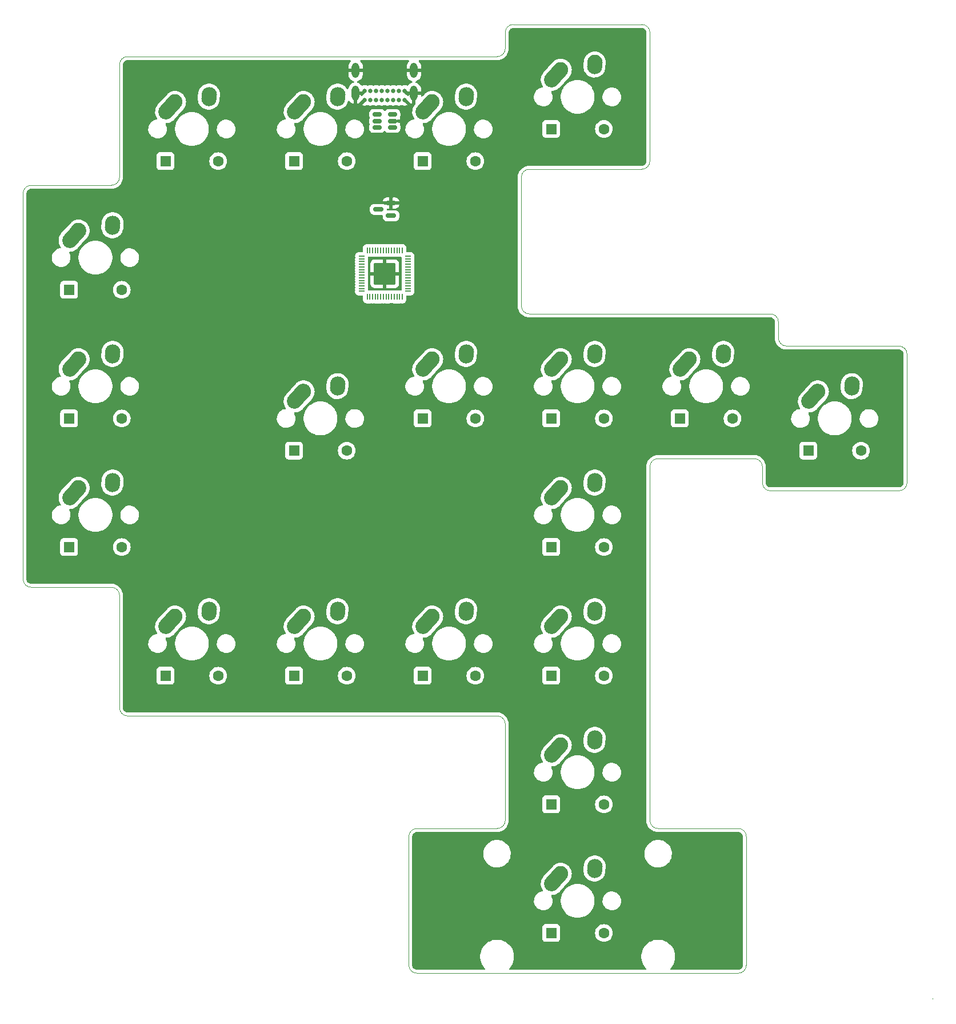
<source format=gbr>
G04 #@! TF.GenerationSoftware,KiCad,Pcbnew,(6.0.1)*
G04 #@! TF.CreationDate,2022-02-27T23:30:46-05:00*
G04 #@! TF.ProjectId,keyboard,6b657962-6f61-4726-942e-6b696361645f,rev?*
G04 #@! TF.SameCoordinates,Original*
G04 #@! TF.FileFunction,Copper,L2,Bot*
G04 #@! TF.FilePolarity,Positive*
%FSLAX46Y46*%
G04 Gerber Fmt 4.6, Leading zero omitted, Abs format (unit mm)*
G04 Created by KiCad (PCBNEW (6.0.1)) date 2022-02-27 23:30:46*
%MOMM*%
%LPD*%
G01*
G04 APERTURE LIST*
G04 Aperture macros list*
%AMRoundRect*
0 Rectangle with rounded corners*
0 $1 Rounding radius*
0 $2 $3 $4 $5 $6 $7 $8 $9 X,Y pos of 4 corners*
0 Add a 4 corners polygon primitive as box body*
4,1,4,$2,$3,$4,$5,$6,$7,$8,$9,$2,$3,0*
0 Add four circle primitives for the rounded corners*
1,1,$1+$1,$2,$3*
1,1,$1+$1,$4,$5*
1,1,$1+$1,$6,$7*
1,1,$1+$1,$8,$9*
0 Add four rect primitives between the rounded corners*
20,1,$1+$1,$2,$3,$4,$5,0*
20,1,$1+$1,$4,$5,$6,$7,0*
20,1,$1+$1,$6,$7,$8,$9,0*
20,1,$1+$1,$8,$9,$2,$3,0*%
%AMHorizOval*
0 Thick line with rounded ends*
0 $1 width*
0 $2 $3 position (X,Y) of the first rounded end (center of the circle)*
0 $4 $5 position (X,Y) of the second rounded end (center of the circle)*
0 Add line between two ends*
20,1,$1,$2,$3,$4,$5,0*
0 Add two circle primitives to create the rounded ends*
1,1,$1,$2,$3*
1,1,$1,$4,$5*%
G04 Aperture macros list end*
G04 #@! TA.AperFunction,Profile*
%ADD10C,0.100000*%
G04 #@! TD*
G04 #@! TA.AperFunction,Profile*
%ADD11C,0.200000*%
G04 #@! TD*
G04 #@! TA.AperFunction,ComponentPad*
%ADD12R,1.600000X1.600000*%
G04 #@! TD*
G04 #@! TA.AperFunction,ComponentPad*
%ADD13C,1.600000*%
G04 #@! TD*
G04 #@! TA.AperFunction,ComponentPad*
%ADD14HorizOval,2.250000X0.655001X0.730000X-0.655001X-0.730000X0*%
G04 #@! TD*
G04 #@! TA.AperFunction,ComponentPad*
%ADD15C,2.250000*%
G04 #@! TD*
G04 #@! TA.AperFunction,ComponentPad*
%ADD16HorizOval,2.250000X0.020000X0.290000X-0.020000X-0.290000X0*%
G04 #@! TD*
G04 #@! TA.AperFunction,ComponentPad*
%ADD17C,0.650000*%
G04 #@! TD*
G04 #@! TA.AperFunction,ComponentPad*
%ADD18O,1.108000X2.216000*%
G04 #@! TD*
G04 #@! TA.AperFunction,SMDPad,CuDef*
%ADD19RoundRect,0.050000X0.387500X0.050000X-0.387500X0.050000X-0.387500X-0.050000X0.387500X-0.050000X0*%
G04 #@! TD*
G04 #@! TA.AperFunction,SMDPad,CuDef*
%ADD20RoundRect,0.050000X0.050000X0.387500X-0.050000X0.387500X-0.050000X-0.387500X0.050000X-0.387500X0*%
G04 #@! TD*
G04 #@! TA.AperFunction,ComponentPad*
%ADD21C,0.600000*%
G04 #@! TD*
G04 #@! TA.AperFunction,SMDPad,CuDef*
%ADD22RoundRect,0.144000X1.456000X1.456000X-1.456000X1.456000X-1.456000X-1.456000X1.456000X-1.456000X0*%
G04 #@! TD*
G04 #@! TA.AperFunction,SMDPad,CuDef*
%ADD23RoundRect,0.150000X0.587500X0.150000X-0.587500X0.150000X-0.587500X-0.150000X0.587500X-0.150000X0*%
G04 #@! TD*
G04 #@! TA.AperFunction,SMDPad,CuDef*
%ADD24RoundRect,0.150000X0.512500X0.150000X-0.512500X0.150000X-0.512500X-0.150000X0.512500X-0.150000X0*%
G04 #@! TD*
G04 #@! TA.AperFunction,Conductor*
%ADD25C,0.200000*%
G04 #@! TD*
G04 APERTURE END LIST*
D10*
X303609375Y-130968750D02*
X303609375Y-116681250D01*
X316706250Y-234553125D02*
X304800000Y-234553125D01*
X316706250Y-255984375D02*
G75*
G03*
X317896875Y-254793750I0J1190625D01*
G01*
X320278125Y-180975000D02*
X320278125Y-183356250D01*
X322659375Y-161925000D02*
G75*
G03*
X323850000Y-163115625I1190625J0D01*
G01*
X211931250Y-139303125D02*
G75*
G03*
X210740625Y-140493750I0J-1190625D01*
G01*
X284559375Y-157162500D02*
G75*
G03*
X285750000Y-158353125I1190625J0D01*
G01*
X303609375Y-233362500D02*
X303609375Y-180975000D01*
X242887500Y-120253125D02*
X280987500Y-120253125D01*
X280987500Y-120253125D02*
G75*
G03*
X282178125Y-119062500I0J1190625D01*
G01*
X304800000Y-179784375D02*
X319087500Y-179784375D01*
X282178125Y-219075000D02*
X282178125Y-233362500D01*
X317896875Y-254793750D02*
X317896875Y-235743750D01*
X226218750Y-217884375D02*
X280987500Y-217884375D01*
X341709375Y-183356250D02*
X341709375Y-178593750D01*
X303609375Y-233362500D02*
G75*
G03*
X304800000Y-234553125I1190625J0D01*
G01*
X284559375Y-141684375D02*
X284559375Y-138112500D01*
X225028125Y-200025000D02*
G75*
G03*
X223837500Y-198834375I-1190625J0D01*
G01*
X226218750Y-120253125D02*
X242887500Y-120253125D01*
X211931250Y-198834375D02*
X223837500Y-198834375D01*
X317896875Y-235743750D02*
G75*
G03*
X316706250Y-234553125I-1190625J0D01*
G01*
X210740625Y-197643750D02*
G75*
G03*
X211931250Y-198834375I1190625J0D01*
G01*
X225028125Y-216693750D02*
G75*
G03*
X226218750Y-217884375I1190625J0D01*
G01*
X302418750Y-136921875D02*
G75*
G03*
X303609375Y-135731250I0J1190625D01*
G01*
X304800000Y-179784375D02*
G75*
G03*
X303609375Y-180975000I0J-1190625D01*
G01*
X282178125Y-219075000D02*
G75*
G03*
X280987500Y-217884375I-1190625J0D01*
G01*
X280987500Y-234553125D02*
X269081250Y-234553125D01*
X225028125Y-121443750D02*
X225028125Y-138112500D01*
X285750000Y-136921875D02*
X302418750Y-136921875D01*
X341709375Y-164306250D02*
G75*
G03*
X340518750Y-163115625I-1190625J0D01*
G01*
X223837500Y-139303125D02*
G75*
G03*
X225028125Y-138112500I0J1190625D01*
G01*
X320278125Y-183356250D02*
G75*
G03*
X321468750Y-184546875I1190625J0D01*
G01*
X280987500Y-234553125D02*
G75*
G03*
X282178125Y-233362500I0J1190625D01*
G01*
X282178125Y-119062500D02*
X282178125Y-116681250D01*
X321468750Y-184546875D02*
X340518750Y-184546875D01*
X341709375Y-178593750D02*
X341709375Y-164306250D01*
X284559375Y-141684375D02*
X284559375Y-157162500D01*
D11*
X345518751Y-259793750D02*
G75*
G03*
X345518751Y-259793750I-1J0D01*
G01*
D10*
X269081250Y-255984375D02*
X316706250Y-255984375D01*
X322659375Y-161925000D02*
X322659375Y-159543750D01*
X267890625Y-254793750D02*
G75*
G03*
X269081250Y-255984375I1190625J0D01*
G01*
X226218750Y-120253125D02*
G75*
G03*
X225028125Y-121443750I0J-1190625D01*
G01*
X223837500Y-139303125D02*
X211931250Y-139303125D01*
X340518750Y-163115625D02*
X323850000Y-163115625D01*
X267890625Y-235743750D02*
X267890625Y-254793750D01*
X285750000Y-136921875D02*
G75*
G03*
X284559375Y-138112500I0J-1190625D01*
G01*
X303609375Y-135731250D02*
X303609375Y-130968750D01*
X225028125Y-200025000D02*
X225028125Y-216693750D01*
X303609375Y-116681250D02*
G75*
G03*
X302418750Y-115490625I-1190625J0D01*
G01*
X269081250Y-234553125D02*
G75*
G03*
X267890625Y-235743750I0J-1190625D01*
G01*
X340518750Y-184546875D02*
G75*
G03*
X341709375Y-183356250I0J1190625D01*
G01*
X283368750Y-115490625D02*
G75*
G03*
X282178125Y-116681250I0J-1190625D01*
G01*
X322659375Y-159543750D02*
G75*
G03*
X321468750Y-158353125I-1190625J0D01*
G01*
X320278125Y-180975000D02*
G75*
G03*
X319087500Y-179784375I-1190625J0D01*
G01*
X285750000Y-158353125D02*
X321468750Y-158353125D01*
X210740625Y-140493750D02*
X210740625Y-197643750D01*
X283368750Y-115490625D02*
X302418750Y-115490625D01*
D12*
X231843750Y-135731250D03*
D13*
X239643750Y-135731250D03*
D12*
X217556250Y-192881250D03*
D13*
X225356250Y-192881250D03*
D12*
X288993750Y-173831250D03*
D13*
X296793750Y-173831250D03*
D14*
X218301251Y-165798750D03*
D15*
X218956250Y-165068750D03*
D16*
X223976250Y-164278750D03*
D15*
X223996250Y-163988750D03*
D12*
X269943750Y-135731250D03*
D13*
X277743750Y-135731250D03*
D12*
X250893750Y-211931250D03*
D13*
X258693750Y-211931250D03*
D14*
X289738751Y-203898750D03*
D15*
X290393750Y-203168750D03*
D16*
X295413750Y-202378750D03*
D15*
X295433750Y-202088750D03*
D14*
X218301251Y-184848750D03*
D15*
X218956250Y-184118750D03*
X223996250Y-183038750D03*
D16*
X223976250Y-183328750D03*
D12*
X288993750Y-130968750D03*
D13*
X296793750Y-130968750D03*
D14*
X232588751Y-203898750D03*
D15*
X233243750Y-203168750D03*
X238283750Y-202088750D03*
D16*
X238263750Y-202378750D03*
D12*
X269943750Y-211931250D03*
D13*
X277743750Y-211931250D03*
D15*
X252293750Y-126968750D03*
D14*
X251638751Y-127698750D03*
D15*
X257333750Y-125888750D03*
D16*
X257313750Y-126178750D03*
D12*
X217556250Y-154781250D03*
D13*
X225356250Y-154781250D03*
D12*
X288993750Y-250031250D03*
D13*
X296793750Y-250031250D03*
D15*
X290393750Y-122206250D03*
D14*
X289738751Y-122936250D03*
D16*
X295413750Y-121416250D03*
D15*
X295433750Y-121126250D03*
D12*
X288993750Y-211931250D03*
D13*
X296793750Y-211931250D03*
D14*
X289738751Y-241998750D03*
D15*
X290393750Y-241268750D03*
X295433750Y-240188750D03*
D16*
X295413750Y-240478750D03*
D12*
X250893750Y-135731250D03*
D13*
X258693750Y-135731250D03*
D15*
X290393750Y-184118750D03*
D14*
X289738751Y-184848750D03*
D15*
X295433750Y-183038750D03*
D16*
X295413750Y-183328750D03*
D12*
X327093750Y-178593750D03*
D13*
X334893750Y-178593750D03*
D14*
X308788751Y-165798750D03*
D15*
X309443750Y-165068750D03*
D16*
X314463750Y-164278750D03*
D15*
X314483750Y-163988750D03*
X271343750Y-203168750D03*
D14*
X270688751Y-203898750D03*
D16*
X276363750Y-202378750D03*
D15*
X276383750Y-202088750D03*
D17*
X267293750Y-126659375D03*
X266443750Y-126659375D03*
X265593750Y-126659375D03*
X264743750Y-126659375D03*
X263893750Y-126659375D03*
X263043750Y-126659375D03*
X262193750Y-126659375D03*
X261343750Y-126659375D03*
X261343750Y-125309375D03*
X262193750Y-125309375D03*
X263043750Y-125309375D03*
X263893750Y-125309375D03*
X264743750Y-125309375D03*
X265593750Y-125309375D03*
X266443750Y-125309375D03*
X267293750Y-125309375D03*
D18*
X268643750Y-125679375D03*
X259993750Y-125679375D03*
X259993750Y-122299375D03*
X268643750Y-122299375D03*
D12*
X269943750Y-173831250D03*
D13*
X277743750Y-173831250D03*
D12*
X308043750Y-173831250D03*
D13*
X315843750Y-173831250D03*
D15*
X252293750Y-169831250D03*
D14*
X251638751Y-170561250D03*
D15*
X257333750Y-168751250D03*
D16*
X257313750Y-169041250D03*
D12*
X231843750Y-211931250D03*
D13*
X239643750Y-211931250D03*
D15*
X252293750Y-203168750D03*
D14*
X251638751Y-203898750D03*
D15*
X257333750Y-202088750D03*
D16*
X257313750Y-202378750D03*
D15*
X271343750Y-165068750D03*
D14*
X270688751Y-165798750D03*
D16*
X276363750Y-164278750D03*
D15*
X276383750Y-163988750D03*
D14*
X289738751Y-222948750D03*
D15*
X290393750Y-222218750D03*
X295433750Y-221138750D03*
D16*
X295413750Y-221428750D03*
D12*
X288993750Y-192881250D03*
D13*
X296793750Y-192881250D03*
D12*
X250893750Y-178593750D03*
D13*
X258693750Y-178593750D03*
D14*
X270688751Y-127698750D03*
D15*
X271343750Y-126968750D03*
D16*
X276363750Y-126178750D03*
D15*
X276383750Y-125888750D03*
D12*
X217556250Y-173831250D03*
D13*
X225356250Y-173831250D03*
D14*
X232588751Y-127698750D03*
D15*
X233243750Y-126968750D03*
X238283750Y-125888750D03*
D16*
X238263750Y-126178750D03*
D15*
X328493750Y-169831250D03*
D14*
X327838751Y-170561250D03*
D15*
X333533750Y-168751250D03*
D16*
X333513750Y-169041250D03*
D15*
X290393750Y-165068750D03*
D14*
X289738751Y-165798750D03*
D15*
X295433750Y-163988750D03*
D16*
X295413750Y-164278750D03*
D14*
X218301251Y-146748750D03*
D15*
X218956250Y-146018750D03*
X223996250Y-144938750D03*
D16*
X223976250Y-145228750D03*
D12*
X288993750Y-230981250D03*
D13*
X296793750Y-230981250D03*
D19*
X267756250Y-149800000D03*
X267756250Y-150200000D03*
X267756250Y-150600000D03*
X267756250Y-151000000D03*
X267756250Y-151400000D03*
X267756250Y-151800000D03*
X267756250Y-152200000D03*
X267756250Y-152600000D03*
X267756250Y-153000000D03*
X267756250Y-153400000D03*
X267756250Y-153800000D03*
X267756250Y-154200000D03*
X267756250Y-154600000D03*
X267756250Y-155000000D03*
D20*
X266918750Y-155837500D03*
X266518750Y-155837500D03*
X266118750Y-155837500D03*
X265718750Y-155837500D03*
X265318750Y-155837500D03*
X264918750Y-155837500D03*
X264518750Y-155837500D03*
X264118750Y-155837500D03*
X263718750Y-155837500D03*
X263318750Y-155837500D03*
X262918750Y-155837500D03*
X262518750Y-155837500D03*
X262118750Y-155837500D03*
X261718750Y-155837500D03*
D19*
X260881250Y-155000000D03*
X260881250Y-154600000D03*
X260881250Y-154200000D03*
X260881250Y-153800000D03*
X260881250Y-153400000D03*
X260881250Y-153000000D03*
X260881250Y-152600000D03*
X260881250Y-152200000D03*
X260881250Y-151800000D03*
X260881250Y-151400000D03*
X260881250Y-151000000D03*
X260881250Y-150600000D03*
X260881250Y-150200000D03*
X260881250Y-149800000D03*
D20*
X261718750Y-148962500D03*
X262118750Y-148962500D03*
X262518750Y-148962500D03*
X262918750Y-148962500D03*
X263318750Y-148962500D03*
X263718750Y-148962500D03*
X264118750Y-148962500D03*
X264518750Y-148962500D03*
X264918750Y-148962500D03*
X265318750Y-148962500D03*
X265718750Y-148962500D03*
X266118750Y-148962500D03*
X266518750Y-148962500D03*
X266918750Y-148962500D03*
D21*
X264318750Y-152400000D03*
X263043750Y-151125000D03*
X265593750Y-152400000D03*
X264318750Y-153675000D03*
X265593750Y-151125000D03*
D22*
X264318750Y-152400000D03*
D21*
X263043750Y-153675000D03*
X264318750Y-151125000D03*
X263043750Y-152400000D03*
X265593750Y-153675000D03*
D23*
X265256250Y-141925000D03*
X265256250Y-143825000D03*
X263381250Y-142875000D03*
D24*
X265456250Y-128828125D03*
X265456250Y-129778125D03*
X265456250Y-130728125D03*
X263181250Y-130728125D03*
X263181250Y-129778125D03*
X263181250Y-128828125D03*
D25*
X263893750Y-126659375D02*
X263893750Y-126806250D01*
G04 #@! TA.AperFunction,Conductor*
G36*
X302388807Y-116000125D02*
G01*
X302403608Y-116002430D01*
X302403611Y-116002430D01*
X302412480Y-116003811D01*
X302421382Y-116002647D01*
X302421386Y-116002647D01*
X302421482Y-116002634D01*
X302451920Y-116002363D01*
X302556543Y-116014151D01*
X302584044Y-116020427D01*
X302701539Y-116061540D01*
X302726951Y-116073779D01*
X302832341Y-116140000D01*
X302854400Y-116157592D01*
X302942408Y-116245600D01*
X302960000Y-116267659D01*
X303026221Y-116373049D01*
X303038460Y-116398461D01*
X303079573Y-116515956D01*
X303085849Y-116543456D01*
X303096897Y-116641504D01*
X303097680Y-116657150D01*
X303097571Y-116666106D01*
X303096189Y-116674980D01*
X303098013Y-116688928D01*
X303100311Y-116706501D01*
X303101375Y-116722839D01*
X303101375Y-135681922D01*
X303099875Y-135701306D01*
X303096189Y-135724980D01*
X303097353Y-135733882D01*
X303097353Y-135733886D01*
X303097366Y-135733982D01*
X303097637Y-135764420D01*
X303085849Y-135869043D01*
X303079573Y-135896544D01*
X303038460Y-136014039D01*
X303026221Y-136039451D01*
X302960000Y-136144841D01*
X302942408Y-136166900D01*
X302854400Y-136254908D01*
X302832341Y-136272500D01*
X302726951Y-136338721D01*
X302701539Y-136350960D01*
X302584044Y-136392073D01*
X302556544Y-136398349D01*
X302517027Y-136402802D01*
X302458492Y-136409397D01*
X302442850Y-136410180D01*
X302433894Y-136410071D01*
X302425020Y-136408689D01*
X302393499Y-136412811D01*
X302377161Y-136413875D01*
X285803207Y-136413875D01*
X285782303Y-136412129D01*
X285777304Y-136411288D01*
X285762539Y-136408804D01*
X285756211Y-136408727D01*
X285754859Y-136408710D01*
X285754855Y-136408710D01*
X285750000Y-136408651D01*
X285742063Y-136409788D01*
X285733207Y-136410737D01*
X285512131Y-136426549D01*
X285507643Y-136426870D01*
X285453321Y-136438687D01*
X285274617Y-136477561D01*
X285274610Y-136477563D01*
X285270220Y-136478518D01*
X285266005Y-136480090D01*
X285266002Y-136480091D01*
X285156392Y-136520973D01*
X285042563Y-136563429D01*
X284829308Y-136679876D01*
X284757607Y-136733551D01*
X284638399Y-136822788D01*
X284638392Y-136822794D01*
X284634796Y-136825486D01*
X284462986Y-136997296D01*
X284460294Y-137000892D01*
X284460288Y-137000899D01*
X284377918Y-137110933D01*
X284317376Y-137191808D01*
X284200929Y-137405063D01*
X284116018Y-137632720D01*
X284064370Y-137870143D01*
X284064049Y-137874631D01*
X284048958Y-138085620D01*
X284047780Y-138096010D01*
X284047570Y-138097356D01*
X284047570Y-138097360D01*
X284046189Y-138106230D01*
X284047353Y-138115132D01*
X284047353Y-138115135D01*
X284050311Y-138137751D01*
X284051375Y-138154089D01*
X284051375Y-157113172D01*
X284049875Y-157132556D01*
X284046189Y-157156230D01*
X284047069Y-157162957D01*
X284064370Y-157404857D01*
X284116018Y-157642280D01*
X284200929Y-157869937D01*
X284317376Y-158083192D01*
X284377918Y-158164067D01*
X284460288Y-158274101D01*
X284460294Y-158274108D01*
X284462986Y-158277704D01*
X284634796Y-158449514D01*
X284638392Y-158452206D01*
X284638399Y-158452212D01*
X284748433Y-158534582D01*
X284829308Y-158595124D01*
X285042563Y-158711571D01*
X285156391Y-158754026D01*
X285266002Y-158794909D01*
X285266005Y-158794910D01*
X285270220Y-158796482D01*
X285274610Y-158797437D01*
X285274617Y-158797439D01*
X285450707Y-158835744D01*
X285507643Y-158848130D01*
X285512131Y-158848451D01*
X285714632Y-158862935D01*
X285726538Y-158864359D01*
X285737461Y-158866196D01*
X285743842Y-158866274D01*
X285745141Y-158866290D01*
X285745145Y-158866290D01*
X285750000Y-158866349D01*
X285777588Y-158862398D01*
X285795451Y-158861125D01*
X321419422Y-158861125D01*
X321438807Y-158862625D01*
X321453608Y-158864930D01*
X321453611Y-158864930D01*
X321462480Y-158866311D01*
X321471382Y-158865147D01*
X321471386Y-158865147D01*
X321471482Y-158865134D01*
X321501920Y-158864863D01*
X321606543Y-158876651D01*
X321634044Y-158882927D01*
X321751539Y-158924040D01*
X321776951Y-158936279D01*
X321882341Y-159002500D01*
X321904400Y-159020092D01*
X321992408Y-159108100D01*
X322010000Y-159130159D01*
X322076221Y-159235549D01*
X322088460Y-159260961D01*
X322129573Y-159378456D01*
X322135849Y-159405956D01*
X322146897Y-159504004D01*
X322147680Y-159519650D01*
X322147571Y-159528606D01*
X322146189Y-159537480D01*
X322148649Y-159556289D01*
X322150311Y-159569001D01*
X322151375Y-159585339D01*
X322151375Y-161875672D01*
X322149875Y-161895056D01*
X322146189Y-161918730D01*
X322147069Y-161925457D01*
X322164370Y-162167357D01*
X322165326Y-162171751D01*
X322213527Y-162393327D01*
X322216018Y-162404780D01*
X322217590Y-162408995D01*
X322217591Y-162408998D01*
X322220657Y-162417217D01*
X322300929Y-162632437D01*
X322417376Y-162845692D01*
X322464853Y-162909114D01*
X322560288Y-163036601D01*
X322560294Y-163036608D01*
X322562986Y-163040204D01*
X322734796Y-163212014D01*
X322738392Y-163214706D01*
X322738399Y-163214712D01*
X322841496Y-163291889D01*
X322929308Y-163357624D01*
X323142563Y-163474071D01*
X323236853Y-163509239D01*
X323366002Y-163557409D01*
X323366005Y-163557410D01*
X323370220Y-163558982D01*
X323374610Y-163559937D01*
X323374617Y-163559939D01*
X323516614Y-163590828D01*
X323607643Y-163610630D01*
X323612131Y-163610951D01*
X323814632Y-163625435D01*
X323826538Y-163626859D01*
X323837461Y-163628696D01*
X323843842Y-163628774D01*
X323845141Y-163628790D01*
X323845145Y-163628790D01*
X323850000Y-163628849D01*
X323877588Y-163624898D01*
X323895451Y-163623625D01*
X340469422Y-163623625D01*
X340488807Y-163625125D01*
X340503608Y-163627430D01*
X340503611Y-163627430D01*
X340512480Y-163628811D01*
X340521382Y-163627647D01*
X340521386Y-163627647D01*
X340521482Y-163627634D01*
X340551920Y-163627363D01*
X340656543Y-163639151D01*
X340684044Y-163645427D01*
X340801539Y-163686540D01*
X340826949Y-163698778D01*
X340888354Y-163737361D01*
X340932341Y-163765000D01*
X340954400Y-163782592D01*
X341042408Y-163870600D01*
X341060000Y-163892659D01*
X341122895Y-163992755D01*
X341126221Y-163998049D01*
X341138460Y-164023461D01*
X341179573Y-164140956D01*
X341185849Y-164168456D01*
X341196897Y-164266504D01*
X341197680Y-164282150D01*
X341197571Y-164291106D01*
X341196189Y-164299980D01*
X341199443Y-164324863D01*
X341200311Y-164331501D01*
X341201375Y-164347839D01*
X341201375Y-183306922D01*
X341199875Y-183326306D01*
X341196189Y-183349980D01*
X341197353Y-183358882D01*
X341197353Y-183358886D01*
X341197366Y-183358982D01*
X341197637Y-183389420D01*
X341185849Y-183494043D01*
X341179573Y-183521544D01*
X341138460Y-183639039D01*
X341126222Y-183664449D01*
X341107397Y-183694409D01*
X341060000Y-183769841D01*
X341042408Y-183791900D01*
X340954400Y-183879908D01*
X340932341Y-183897500D01*
X340848995Y-183949870D01*
X340826951Y-183963721D01*
X340801539Y-183975960D01*
X340684044Y-184017073D01*
X340656544Y-184023349D01*
X340617027Y-184027802D01*
X340558492Y-184034397D01*
X340542850Y-184035180D01*
X340533894Y-184035071D01*
X340525020Y-184033689D01*
X340493499Y-184037811D01*
X340477161Y-184038875D01*
X321518078Y-184038875D01*
X321498693Y-184037375D01*
X321483892Y-184035070D01*
X321483889Y-184035070D01*
X321475020Y-184033689D01*
X321466118Y-184034853D01*
X321466114Y-184034853D01*
X321466018Y-184034866D01*
X321435580Y-184035137D01*
X321330957Y-184023349D01*
X321303456Y-184017073D01*
X321185961Y-183975960D01*
X321160549Y-183963721D01*
X321138506Y-183949870D01*
X321055159Y-183897500D01*
X321033100Y-183879908D01*
X320945092Y-183791900D01*
X320927500Y-183769841D01*
X320880103Y-183694409D01*
X320861278Y-183664449D01*
X320849040Y-183639039D01*
X320807927Y-183521544D01*
X320801651Y-183494044D01*
X320790792Y-183397670D01*
X320790510Y-183372864D01*
X320791196Y-183368789D01*
X320791349Y-183356250D01*
X320787398Y-183328662D01*
X320786125Y-183310799D01*
X320786125Y-181028207D01*
X320787871Y-181007303D01*
X320790389Y-180992335D01*
X320791196Y-180987539D01*
X320791349Y-180975000D01*
X320790212Y-180967063D01*
X320789263Y-180958207D01*
X320773451Y-180737131D01*
X320773130Y-180732643D01*
X320721482Y-180495220D01*
X320636571Y-180267563D01*
X320520124Y-180054308D01*
X320459582Y-179973433D01*
X320377212Y-179863399D01*
X320377206Y-179863392D01*
X320374514Y-179859796D01*
X320202704Y-179687986D01*
X320199108Y-179685294D01*
X320199101Y-179685288D01*
X320079893Y-179596051D01*
X320008192Y-179542376D01*
X319824156Y-179441884D01*
X325785250Y-179441884D01*
X325792005Y-179504066D01*
X325843135Y-179640455D01*
X325930489Y-179757011D01*
X326047045Y-179844365D01*
X326183434Y-179895495D01*
X326245616Y-179902250D01*
X327941884Y-179902250D01*
X328004066Y-179895495D01*
X328140455Y-179844365D01*
X328257011Y-179757011D01*
X328344365Y-179640455D01*
X328395495Y-179504066D01*
X328402250Y-179441884D01*
X328402250Y-178593750D01*
X333580252Y-178593750D01*
X333600207Y-178821837D01*
X333659466Y-179042993D01*
X333661789Y-179047974D01*
X333661789Y-179047975D01*
X333753901Y-179245512D01*
X333753904Y-179245517D01*
X333756227Y-179250499D01*
X333818939Y-179340061D01*
X333880577Y-179428088D01*
X333887552Y-179438050D01*
X334049450Y-179599948D01*
X334053958Y-179603105D01*
X334053961Y-179603107D01*
X334095292Y-179632047D01*
X334237001Y-179731273D01*
X334241983Y-179733596D01*
X334241988Y-179733599D01*
X334439525Y-179825711D01*
X334444507Y-179828034D01*
X334449815Y-179829456D01*
X334449817Y-179829457D01*
X334660348Y-179885869D01*
X334660350Y-179885869D01*
X334665663Y-179887293D01*
X334893750Y-179907248D01*
X335121837Y-179887293D01*
X335127150Y-179885869D01*
X335127152Y-179885869D01*
X335337683Y-179829457D01*
X335337685Y-179829456D01*
X335342993Y-179828034D01*
X335347975Y-179825711D01*
X335545512Y-179733599D01*
X335545517Y-179733596D01*
X335550499Y-179731273D01*
X335692208Y-179632047D01*
X335733539Y-179603107D01*
X335733542Y-179603105D01*
X335738050Y-179599948D01*
X335899948Y-179438050D01*
X335906924Y-179428088D01*
X335968561Y-179340061D01*
X336031273Y-179250499D01*
X336033596Y-179245517D01*
X336033599Y-179245512D01*
X336125711Y-179047975D01*
X336125711Y-179047974D01*
X336128034Y-179042993D01*
X336187293Y-178821837D01*
X336207248Y-178593750D01*
X336187293Y-178365663D01*
X336128034Y-178144507D01*
X336125711Y-178139525D01*
X336033599Y-177941988D01*
X336033596Y-177941983D01*
X336031273Y-177937001D01*
X335899948Y-177749450D01*
X335738050Y-177587552D01*
X335733542Y-177584395D01*
X335733539Y-177584393D01*
X335655361Y-177529652D01*
X335550499Y-177456227D01*
X335545517Y-177453904D01*
X335545512Y-177453901D01*
X335347975Y-177361789D01*
X335347974Y-177361789D01*
X335342993Y-177359466D01*
X335337685Y-177358044D01*
X335337683Y-177358043D01*
X335127152Y-177301631D01*
X335127150Y-177301631D01*
X335121837Y-177300207D01*
X334893750Y-177280252D01*
X334665663Y-177300207D01*
X334660350Y-177301631D01*
X334660348Y-177301631D01*
X334449817Y-177358043D01*
X334449815Y-177358044D01*
X334444507Y-177359466D01*
X334439526Y-177361789D01*
X334439525Y-177361789D01*
X334241988Y-177453901D01*
X334241983Y-177453904D01*
X334237001Y-177456227D01*
X334132139Y-177529652D01*
X334053961Y-177584393D01*
X334053958Y-177584395D01*
X334049450Y-177587552D01*
X333887552Y-177749450D01*
X333756227Y-177937001D01*
X333753904Y-177941983D01*
X333753901Y-177941988D01*
X333661789Y-178139525D01*
X333659466Y-178144507D01*
X333600207Y-178365663D01*
X333580252Y-178593750D01*
X328402250Y-178593750D01*
X328402250Y-177745616D01*
X328395495Y-177683434D01*
X328344365Y-177547045D01*
X328257011Y-177430489D01*
X328140455Y-177343135D01*
X328004066Y-177292005D01*
X327941884Y-177285250D01*
X326245616Y-177285250D01*
X326183434Y-177292005D01*
X326047045Y-177343135D01*
X325930489Y-177430489D01*
X325843135Y-177547045D01*
X325792005Y-177683434D01*
X325785250Y-177745616D01*
X325785250Y-179441884D01*
X319824156Y-179441884D01*
X319794937Y-179425929D01*
X319681109Y-179383474D01*
X319571498Y-179342591D01*
X319571495Y-179342590D01*
X319567280Y-179341018D01*
X319562890Y-179340063D01*
X319562883Y-179340061D01*
X319386793Y-179301756D01*
X319329857Y-179289370D01*
X319325081Y-179289028D01*
X319122868Y-179274565D01*
X319110962Y-179273141D01*
X319100039Y-179271304D01*
X319093658Y-179271226D01*
X319092359Y-179271210D01*
X319092355Y-179271210D01*
X319087500Y-179271151D01*
X319063215Y-179274629D01*
X319059912Y-179275102D01*
X319042049Y-179276375D01*
X304853207Y-179276375D01*
X304832303Y-179274629D01*
X304829137Y-179274096D01*
X304812539Y-179271304D01*
X304806211Y-179271227D01*
X304804859Y-179271210D01*
X304804855Y-179271210D01*
X304800000Y-179271151D01*
X304792063Y-179272288D01*
X304783207Y-179273237D01*
X304562131Y-179289049D01*
X304557643Y-179289370D01*
X304500707Y-179301756D01*
X304324617Y-179340061D01*
X304324610Y-179340063D01*
X304320220Y-179341018D01*
X304316005Y-179342590D01*
X304316002Y-179342591D01*
X304206391Y-179383474D01*
X304092563Y-179425929D01*
X303879308Y-179542376D01*
X303807607Y-179596051D01*
X303688399Y-179685288D01*
X303688392Y-179685294D01*
X303684796Y-179687986D01*
X303512986Y-179859796D01*
X303510294Y-179863392D01*
X303510288Y-179863399D01*
X303427918Y-179973433D01*
X303367376Y-180054308D01*
X303250929Y-180267563D01*
X303166018Y-180495220D01*
X303114370Y-180732643D01*
X303114049Y-180737131D01*
X303098958Y-180948120D01*
X303097780Y-180958510D01*
X303097570Y-180959856D01*
X303097570Y-180959860D01*
X303096189Y-180968730D01*
X303097353Y-180977632D01*
X303097353Y-180977635D01*
X303100311Y-181000251D01*
X303101375Y-181016589D01*
X303101375Y-233313172D01*
X303099875Y-233332556D01*
X303096189Y-233356230D01*
X303097069Y-233362957D01*
X303114370Y-233604857D01*
X303166018Y-233842280D01*
X303250929Y-234069937D01*
X303367376Y-234283192D01*
X303427918Y-234364067D01*
X303510288Y-234474101D01*
X303510294Y-234474108D01*
X303512986Y-234477704D01*
X303684796Y-234649514D01*
X303688392Y-234652206D01*
X303688399Y-234652212D01*
X303798433Y-234734582D01*
X303879308Y-234795124D01*
X304092563Y-234911571D01*
X304206391Y-234954026D01*
X304316002Y-234994909D01*
X304316005Y-234994910D01*
X304320220Y-234996482D01*
X304324610Y-234997437D01*
X304324617Y-234997439D01*
X304500707Y-235035744D01*
X304557643Y-235048130D01*
X304562131Y-235048451D01*
X304764632Y-235062935D01*
X304776538Y-235064359D01*
X304787461Y-235066196D01*
X304793842Y-235066274D01*
X304795141Y-235066290D01*
X304795145Y-235066290D01*
X304800000Y-235066349D01*
X304827588Y-235062398D01*
X304845451Y-235061125D01*
X316656922Y-235061125D01*
X316676307Y-235062625D01*
X316691108Y-235064930D01*
X316691111Y-235064930D01*
X316699980Y-235066311D01*
X316708882Y-235065147D01*
X316708886Y-235065147D01*
X316708982Y-235065134D01*
X316739420Y-235064863D01*
X316844043Y-235076651D01*
X316871544Y-235082927D01*
X316989039Y-235124040D01*
X317014451Y-235136279D01*
X317119841Y-235202500D01*
X317141900Y-235220092D01*
X317229908Y-235308100D01*
X317247500Y-235330159D01*
X317313721Y-235435549D01*
X317325960Y-235460961D01*
X317367073Y-235578456D01*
X317373349Y-235605956D01*
X317384397Y-235704004D01*
X317385180Y-235719650D01*
X317385071Y-235728606D01*
X317383689Y-235737480D01*
X317385513Y-235751428D01*
X317387811Y-235769001D01*
X317388875Y-235785339D01*
X317388875Y-254744422D01*
X317387375Y-254763806D01*
X317383689Y-254787480D01*
X317384853Y-254796382D01*
X317384853Y-254796386D01*
X317384866Y-254796482D01*
X317385137Y-254826920D01*
X317373349Y-254931543D01*
X317367073Y-254959044D01*
X317325960Y-255076539D01*
X317313721Y-255101951D01*
X317247500Y-255207341D01*
X317229908Y-255229400D01*
X317141900Y-255317408D01*
X317119841Y-255335000D01*
X317019428Y-255398094D01*
X317014451Y-255401221D01*
X316989039Y-255413460D01*
X316871544Y-255454573D01*
X316844044Y-255460849D01*
X316804527Y-255465302D01*
X316745992Y-255471897D01*
X316730350Y-255472680D01*
X316721394Y-255472571D01*
X316712520Y-255471189D01*
X316680999Y-255475311D01*
X316664661Y-255476375D01*
X306722078Y-255476375D01*
X306653957Y-255456373D01*
X306607464Y-255402717D01*
X306597360Y-255332443D01*
X306630228Y-255264122D01*
X306760984Y-255124881D01*
X306760985Y-255124880D01*
X306763695Y-255121994D01*
X306796727Y-255076530D01*
X306882080Y-254959051D01*
X306948774Y-254867254D01*
X306966413Y-254835170D01*
X307098563Y-254594789D01*
X307098564Y-254594786D01*
X307100466Y-254591327D01*
X307216380Y-254298563D01*
X307294686Y-253993580D01*
X307334150Y-253681188D01*
X307334150Y-253366312D01*
X307294686Y-253053920D01*
X307216380Y-252748937D01*
X307100466Y-252456173D01*
X306948774Y-252180246D01*
X306763695Y-251925506D01*
X306548148Y-251695972D01*
X306305532Y-251495263D01*
X306039674Y-251326544D01*
X306036095Y-251324860D01*
X306036088Y-251324856D01*
X305758356Y-251194166D01*
X305758352Y-251194164D01*
X305754766Y-251192477D01*
X305688972Y-251171099D01*
X305459078Y-251096402D01*
X305459079Y-251096402D01*
X305455302Y-251095175D01*
X305146004Y-251036173D01*
X305052450Y-251030287D01*
X304912392Y-251021475D01*
X304912376Y-251021474D01*
X304910397Y-251021350D01*
X304753103Y-251021350D01*
X304751124Y-251021474D01*
X304751108Y-251021475D01*
X304611050Y-251030287D01*
X304517496Y-251036173D01*
X304208198Y-251095175D01*
X304204421Y-251096402D01*
X304204422Y-251096402D01*
X303974529Y-251171099D01*
X303908734Y-251192477D01*
X303905148Y-251194164D01*
X303905144Y-251194166D01*
X303627412Y-251324856D01*
X303627405Y-251324860D01*
X303623826Y-251326544D01*
X303357968Y-251495263D01*
X303115352Y-251695972D01*
X302899805Y-251925506D01*
X302714726Y-252180246D01*
X302563034Y-252456173D01*
X302447120Y-252748937D01*
X302368814Y-253053920D01*
X302329350Y-253366312D01*
X302329350Y-253681188D01*
X302368814Y-253993580D01*
X302447120Y-254298563D01*
X302563034Y-254591327D01*
X302564936Y-254594786D01*
X302564937Y-254594789D01*
X302697088Y-254835170D01*
X302714726Y-254867254D01*
X302781420Y-254959051D01*
X302866774Y-255076530D01*
X302899805Y-255121994D01*
X302902515Y-255124880D01*
X302902516Y-255124881D01*
X303033272Y-255264122D01*
X303065323Y-255327472D01*
X303058036Y-255398094D01*
X303013725Y-255453565D01*
X302941422Y-255476375D01*
X282846078Y-255476375D01*
X282777957Y-255456373D01*
X282731464Y-255402717D01*
X282721360Y-255332443D01*
X282754228Y-255264122D01*
X282884984Y-255124881D01*
X282884985Y-255124880D01*
X282887695Y-255121994D01*
X282920727Y-255076530D01*
X283006080Y-254959051D01*
X283072774Y-254867254D01*
X283090413Y-254835170D01*
X283222563Y-254594789D01*
X283222564Y-254594786D01*
X283224466Y-254591327D01*
X283340380Y-254298563D01*
X283418686Y-253993580D01*
X283458150Y-253681188D01*
X283458150Y-253366312D01*
X283418686Y-253053920D01*
X283340380Y-252748937D01*
X283224466Y-252456173D01*
X283072774Y-252180246D01*
X282887695Y-251925506D01*
X282672148Y-251695972D01*
X282429532Y-251495263D01*
X282163674Y-251326544D01*
X282160095Y-251324860D01*
X282160088Y-251324856D01*
X281882356Y-251194166D01*
X281882352Y-251194164D01*
X281878766Y-251192477D01*
X281812972Y-251171099D01*
X281583078Y-251096402D01*
X281583079Y-251096402D01*
X281579302Y-251095175D01*
X281270004Y-251036173D01*
X281176450Y-251030287D01*
X281036392Y-251021475D01*
X281036376Y-251021474D01*
X281034397Y-251021350D01*
X280877103Y-251021350D01*
X280875124Y-251021474D01*
X280875108Y-251021475D01*
X280735050Y-251030287D01*
X280641496Y-251036173D01*
X280332198Y-251095175D01*
X280328421Y-251096402D01*
X280328422Y-251096402D01*
X280098529Y-251171099D01*
X280032734Y-251192477D01*
X280029148Y-251194164D01*
X280029144Y-251194166D01*
X279751412Y-251324856D01*
X279751405Y-251324860D01*
X279747826Y-251326544D01*
X279481968Y-251495263D01*
X279239352Y-251695972D01*
X279023805Y-251925506D01*
X278838726Y-252180246D01*
X278687034Y-252456173D01*
X278571120Y-252748937D01*
X278492814Y-253053920D01*
X278453350Y-253366312D01*
X278453350Y-253681188D01*
X278492814Y-253993580D01*
X278571120Y-254298563D01*
X278687034Y-254591327D01*
X278688936Y-254594786D01*
X278688937Y-254594789D01*
X278821088Y-254835170D01*
X278838726Y-254867254D01*
X278905420Y-254959051D01*
X278990774Y-255076530D01*
X279023805Y-255121994D01*
X279026515Y-255124880D01*
X279026516Y-255124881D01*
X279157272Y-255264122D01*
X279189323Y-255327472D01*
X279182036Y-255398094D01*
X279137725Y-255453565D01*
X279065422Y-255476375D01*
X269130578Y-255476375D01*
X269111193Y-255474875D01*
X269096392Y-255472570D01*
X269096389Y-255472570D01*
X269087520Y-255471189D01*
X269078618Y-255472353D01*
X269078614Y-255472353D01*
X269078518Y-255472366D01*
X269048080Y-255472637D01*
X268943457Y-255460849D01*
X268915956Y-255454573D01*
X268798461Y-255413460D01*
X268773049Y-255401221D01*
X268768073Y-255398094D01*
X268667659Y-255335000D01*
X268645600Y-255317408D01*
X268557592Y-255229400D01*
X268540000Y-255207341D01*
X268473779Y-255101951D01*
X268461540Y-255076539D01*
X268420427Y-254959044D01*
X268414151Y-254931544D01*
X268403292Y-254835170D01*
X268403010Y-254810364D01*
X268403696Y-254806289D01*
X268403849Y-254793750D01*
X268399898Y-254766162D01*
X268398625Y-254748299D01*
X268398625Y-250879384D01*
X287685250Y-250879384D01*
X287692005Y-250941566D01*
X287743135Y-251077955D01*
X287830489Y-251194511D01*
X287947045Y-251281865D01*
X288083434Y-251332995D01*
X288145616Y-251339750D01*
X289841884Y-251339750D01*
X289904066Y-251332995D01*
X290040455Y-251281865D01*
X290157011Y-251194511D01*
X290244365Y-251077955D01*
X290295495Y-250941566D01*
X290302250Y-250879384D01*
X290302250Y-250031250D01*
X295480252Y-250031250D01*
X295500207Y-250259337D01*
X295559466Y-250480493D01*
X295561789Y-250485474D01*
X295561789Y-250485475D01*
X295653901Y-250683012D01*
X295653904Y-250683017D01*
X295656227Y-250687999D01*
X295787552Y-250875550D01*
X295949450Y-251037448D01*
X295953958Y-251040605D01*
X295953961Y-251040607D01*
X295995292Y-251069547D01*
X296137001Y-251168773D01*
X296141983Y-251171096D01*
X296141988Y-251171099D01*
X296339525Y-251263211D01*
X296344507Y-251265534D01*
X296349815Y-251266956D01*
X296349817Y-251266957D01*
X296560348Y-251323369D01*
X296560350Y-251323369D01*
X296565663Y-251324793D01*
X296793750Y-251344748D01*
X297021837Y-251324793D01*
X297027150Y-251323369D01*
X297027152Y-251323369D01*
X297237683Y-251266957D01*
X297237685Y-251266956D01*
X297242993Y-251265534D01*
X297247975Y-251263211D01*
X297445512Y-251171099D01*
X297445517Y-251171096D01*
X297450499Y-251168773D01*
X297592208Y-251069547D01*
X297633539Y-251040607D01*
X297633542Y-251040605D01*
X297638050Y-251037448D01*
X297799948Y-250875550D01*
X297931273Y-250687999D01*
X297933596Y-250683017D01*
X297933599Y-250683012D01*
X298025711Y-250485475D01*
X298025711Y-250485474D01*
X298028034Y-250480493D01*
X298087293Y-250259337D01*
X298107248Y-250031250D01*
X298087293Y-249803163D01*
X298028034Y-249582007D01*
X298025711Y-249577025D01*
X297933599Y-249379488D01*
X297933596Y-249379483D01*
X297931273Y-249374501D01*
X297799948Y-249186950D01*
X297638050Y-249025052D01*
X297633542Y-249021895D01*
X297633539Y-249021893D01*
X297555361Y-248967152D01*
X297450499Y-248893727D01*
X297445517Y-248891404D01*
X297445512Y-248891401D01*
X297247975Y-248799289D01*
X297247974Y-248799289D01*
X297242993Y-248796966D01*
X297237685Y-248795544D01*
X297237683Y-248795543D01*
X297027152Y-248739131D01*
X297027150Y-248739131D01*
X297021837Y-248737707D01*
X296793750Y-248717752D01*
X296565663Y-248737707D01*
X296560350Y-248739131D01*
X296560348Y-248739131D01*
X296349817Y-248795543D01*
X296349815Y-248795544D01*
X296344507Y-248796966D01*
X296339526Y-248799289D01*
X296339525Y-248799289D01*
X296141988Y-248891401D01*
X296141983Y-248891404D01*
X296137001Y-248893727D01*
X296032139Y-248967152D01*
X295953961Y-249021893D01*
X295953958Y-249021895D01*
X295949450Y-249025052D01*
X295787552Y-249186950D01*
X295656227Y-249374501D01*
X295653904Y-249379483D01*
X295653901Y-249379488D01*
X295561789Y-249577025D01*
X295559466Y-249582007D01*
X295500207Y-249803163D01*
X295480252Y-250031250D01*
X290302250Y-250031250D01*
X290302250Y-249183116D01*
X290295495Y-249120934D01*
X290244365Y-248984545D01*
X290157011Y-248867989D01*
X290040455Y-248780635D01*
X289904066Y-248729505D01*
X289841884Y-248722750D01*
X288145616Y-248722750D01*
X288083434Y-248729505D01*
X287947045Y-248780635D01*
X287830489Y-248867989D01*
X287743135Y-248984545D01*
X287692005Y-249120934D01*
X287685250Y-249183116D01*
X287685250Y-250879384D01*
X268398625Y-250879384D01*
X268398625Y-245203343D01*
X286426789Y-245203343D01*
X286435598Y-245437966D01*
X286436693Y-245443184D01*
X286461544Y-245561621D01*
X286483812Y-245667751D01*
X286570052Y-245886127D01*
X286691854Y-246086850D01*
X286845735Y-246264182D01*
X286849867Y-246267570D01*
X287023166Y-246409667D01*
X287023172Y-246409671D01*
X287027294Y-246413051D01*
X287031930Y-246415690D01*
X287031933Y-246415692D01*
X287143158Y-246479005D01*
X287231340Y-246529201D01*
X287452039Y-246609311D01*
X287457288Y-246610260D01*
X287457291Y-246610261D01*
X287538365Y-246624921D01*
X287683080Y-246651090D01*
X287687219Y-246651285D01*
X287687226Y-246651286D01*
X287706190Y-246652180D01*
X287706199Y-246652180D01*
X287707679Y-246652250D01*
X287872700Y-246652250D01*
X287954049Y-246645347D01*
X288042387Y-246637852D01*
X288042391Y-246637851D01*
X288047698Y-246637401D01*
X288052853Y-246636063D01*
X288052859Y-246636062D01*
X288269785Y-246579759D01*
X288269784Y-246579759D01*
X288274956Y-246578417D01*
X288279822Y-246576225D01*
X288279825Y-246576224D01*
X288484167Y-246484174D01*
X288484170Y-246484173D01*
X288489028Y-246481984D01*
X288683791Y-246350862D01*
X288853677Y-246188799D01*
X288993828Y-246000429D01*
X289054469Y-245881158D01*
X289097819Y-245795894D01*
X289097819Y-245795893D01*
X289100237Y-245791138D01*
X289169861Y-245566910D01*
X289186952Y-245437966D01*
X289188513Y-245426188D01*
X290391350Y-245426188D01*
X290430814Y-245738580D01*
X290509120Y-246043563D01*
X290625034Y-246336327D01*
X290626936Y-246339786D01*
X290626937Y-246339789D01*
X290758862Y-246579759D01*
X290776726Y-246612254D01*
X290961805Y-246866994D01*
X291177352Y-247096528D01*
X291419968Y-247297237D01*
X291685826Y-247465956D01*
X291689405Y-247467640D01*
X291689412Y-247467644D01*
X291967144Y-247598334D01*
X291967148Y-247598336D01*
X291970734Y-247600023D01*
X292270198Y-247697325D01*
X292579496Y-247756327D01*
X292673050Y-247762213D01*
X292813108Y-247771025D01*
X292813124Y-247771026D01*
X292815103Y-247771150D01*
X292972397Y-247771150D01*
X292974376Y-247771026D01*
X292974392Y-247771025D01*
X293114450Y-247762213D01*
X293208004Y-247756327D01*
X293517302Y-247697325D01*
X293816766Y-247600023D01*
X293820352Y-247598336D01*
X293820356Y-247598334D01*
X294098088Y-247467644D01*
X294098095Y-247467640D01*
X294101674Y-247465956D01*
X294367532Y-247297237D01*
X294610148Y-247096528D01*
X294825695Y-246866994D01*
X295010774Y-246612254D01*
X295028639Y-246579759D01*
X295160563Y-246339789D01*
X295160564Y-246339786D01*
X295162466Y-246336327D01*
X295278380Y-246043563D01*
X295356686Y-245738580D01*
X295396150Y-245426188D01*
X295396150Y-245203343D01*
X296586789Y-245203343D01*
X296595598Y-245437966D01*
X296596693Y-245443184D01*
X296621544Y-245561621D01*
X296643812Y-245667751D01*
X296730052Y-245886127D01*
X296851854Y-246086850D01*
X297005735Y-246264182D01*
X297009867Y-246267570D01*
X297183166Y-246409667D01*
X297183172Y-246409671D01*
X297187294Y-246413051D01*
X297191930Y-246415690D01*
X297191933Y-246415692D01*
X297303158Y-246479005D01*
X297391340Y-246529201D01*
X297612039Y-246609311D01*
X297617288Y-246610260D01*
X297617291Y-246610261D01*
X297698365Y-246624921D01*
X297843080Y-246651090D01*
X297847219Y-246651285D01*
X297847226Y-246651286D01*
X297866190Y-246652180D01*
X297866199Y-246652180D01*
X297867679Y-246652250D01*
X298032700Y-246652250D01*
X298114049Y-246645347D01*
X298202387Y-246637852D01*
X298202391Y-246637851D01*
X298207698Y-246637401D01*
X298212853Y-246636063D01*
X298212859Y-246636062D01*
X298429785Y-246579759D01*
X298429784Y-246579759D01*
X298434956Y-246578417D01*
X298439822Y-246576225D01*
X298439825Y-246576224D01*
X298644167Y-246484174D01*
X298644170Y-246484173D01*
X298649028Y-246481984D01*
X298843791Y-246350862D01*
X299013677Y-246188799D01*
X299153828Y-246000429D01*
X299214469Y-245881158D01*
X299257819Y-245795894D01*
X299257819Y-245795893D01*
X299260237Y-245791138D01*
X299329861Y-245566910D01*
X299346952Y-245437966D01*
X299360011Y-245339440D01*
X299360011Y-245339437D01*
X299360711Y-245334157D01*
X299351902Y-245099534D01*
X299334108Y-245014728D01*
X299304785Y-244874976D01*
X299304784Y-244874973D01*
X299303688Y-244869749D01*
X299217448Y-244651373D01*
X299095646Y-244450650D01*
X298941765Y-244273318D01*
X298919797Y-244255305D01*
X298764334Y-244127833D01*
X298764328Y-244127829D01*
X298760206Y-244124449D01*
X298755570Y-244121810D01*
X298755567Y-244121808D01*
X298560803Y-244010942D01*
X298556160Y-244008299D01*
X298335461Y-243928189D01*
X298330212Y-243927240D01*
X298330209Y-243927239D01*
X298249135Y-243912579D01*
X298104420Y-243886410D01*
X298100281Y-243886215D01*
X298100274Y-243886214D01*
X298081310Y-243885320D01*
X298081301Y-243885320D01*
X298079821Y-243885250D01*
X297914800Y-243885250D01*
X297833451Y-243892153D01*
X297745113Y-243899648D01*
X297745109Y-243899649D01*
X297739802Y-243900099D01*
X297734647Y-243901437D01*
X297734641Y-243901438D01*
X297556927Y-243947564D01*
X297512544Y-243959083D01*
X297507678Y-243961275D01*
X297507675Y-243961276D01*
X297303333Y-244053326D01*
X297303330Y-244053327D01*
X297298472Y-244055516D01*
X297103709Y-244186638D01*
X296933823Y-244348701D01*
X296793672Y-244537071D01*
X296791256Y-244541822D01*
X296791254Y-244541826D01*
X296689681Y-244741606D01*
X296687263Y-244746362D01*
X296617639Y-244970590D01*
X296616938Y-244975879D01*
X296599842Y-245104866D01*
X296586789Y-245203343D01*
X295396150Y-245203343D01*
X295396150Y-245111312D01*
X295356686Y-244798920D01*
X295278380Y-244493937D01*
X295162466Y-244201173D01*
X295156499Y-244190319D01*
X295012683Y-243928718D01*
X295012681Y-243928715D01*
X295010774Y-243925246D01*
X294825695Y-243670506D01*
X294610148Y-243440972D01*
X294367532Y-243240263D01*
X294184240Y-243123942D01*
X294105021Y-243073668D01*
X294105020Y-243073668D01*
X294101674Y-243071544D01*
X294098095Y-243069860D01*
X294098088Y-243069856D01*
X293820356Y-242939166D01*
X293820352Y-242939164D01*
X293816766Y-242937477D01*
X293517302Y-242840175D01*
X293208004Y-242781173D01*
X293114450Y-242775287D01*
X292974392Y-242766475D01*
X292974376Y-242766474D01*
X292972397Y-242766350D01*
X292815103Y-242766350D01*
X292813124Y-242766474D01*
X292813108Y-242766475D01*
X292673050Y-242775287D01*
X292579496Y-242781173D01*
X292270198Y-242840175D01*
X291970734Y-242937477D01*
X291967148Y-242939164D01*
X291967144Y-242939166D01*
X291689412Y-243069856D01*
X291689405Y-243069860D01*
X291685826Y-243071544D01*
X291682480Y-243073668D01*
X291682479Y-243073668D01*
X291603260Y-243123942D01*
X291419968Y-243240263D01*
X291177352Y-243440972D01*
X290961805Y-243670506D01*
X290776726Y-243925246D01*
X290774819Y-243928715D01*
X290774817Y-243928718D01*
X290631001Y-244190319D01*
X290625034Y-244201173D01*
X290509120Y-244493937D01*
X290430814Y-244798920D01*
X290391350Y-245111312D01*
X290391350Y-245426188D01*
X289188513Y-245426188D01*
X289200011Y-245339440D01*
X289200011Y-245339437D01*
X289200711Y-245334157D01*
X289191902Y-245099534D01*
X289174108Y-245014728D01*
X289144785Y-244874976D01*
X289144784Y-244874973D01*
X289143688Y-244869749D01*
X289057448Y-244651373D01*
X288998784Y-244554698D01*
X288980545Y-244486084D01*
X289002296Y-244418501D01*
X289057133Y-244373407D01*
X289109583Y-244363370D01*
X289145520Y-244364249D01*
X289167393Y-244364784D01*
X289167395Y-244364784D01*
X289172349Y-244364905D01*
X289427210Y-244330900D01*
X289673612Y-244257447D01*
X289905491Y-244146351D01*
X290117135Y-244000349D01*
X290256713Y-243867433D01*
X290258366Y-243865591D01*
X291531538Y-242446638D01*
X291543488Y-242434977D01*
X291548622Y-242430592D01*
X291548625Y-242430589D01*
X291552381Y-242427381D01*
X291555588Y-242423626D01*
X291555595Y-242423619D01*
X291621884Y-242346004D01*
X291623913Y-242343686D01*
X291650783Y-242313740D01*
X291650798Y-242313721D01*
X291652439Y-242311893D01*
X291653934Y-242309937D01*
X291653942Y-242309928D01*
X291662525Y-242298702D01*
X291666808Y-242293404D01*
X291716150Y-242235631D01*
X291719366Y-242231866D01*
X291721949Y-242227651D01*
X291721957Y-242227640D01*
X291739157Y-242199572D01*
X291746486Y-242188887D01*
X291769506Y-242158779D01*
X291808022Y-242087547D01*
X291811424Y-242081643D01*
X291851121Y-242016863D01*
X291851124Y-242016856D01*
X291853710Y-242012637D01*
X291855603Y-242008067D01*
X291855607Y-242008059D01*
X291868203Y-241977648D01*
X291873771Y-241965947D01*
X291891799Y-241932606D01*
X291918702Y-241856213D01*
X291921137Y-241849854D01*
X291950213Y-241779659D01*
X291950215Y-241779653D01*
X291952105Y-241775090D01*
X291953257Y-241770290D01*
X291953260Y-241770282D01*
X291960945Y-241738270D01*
X291964618Y-241725831D01*
X291975564Y-241694750D01*
X291975565Y-241694744D01*
X291977206Y-241690086D01*
X291991826Y-241610431D01*
X291993237Y-241603764D01*
X292010973Y-241529888D01*
X292010974Y-241529885D01*
X292012128Y-241525076D01*
X292015099Y-241487327D01*
X292016781Y-241474468D01*
X292022727Y-241442068D01*
X292023622Y-241437193D01*
X292025602Y-241356224D01*
X292025951Y-241349428D01*
X292031913Y-241273679D01*
X292032301Y-241268750D01*
X292029331Y-241231005D01*
X292028981Y-241218043D01*
X292029786Y-241185108D01*
X292029786Y-241185106D01*
X292029907Y-241180151D01*
X292019195Y-241099868D01*
X292018476Y-241093090D01*
X292012516Y-241017354D01*
X292012128Y-241012424D01*
X292010974Y-241007619D01*
X292010972Y-241007604D01*
X292003288Y-240975600D01*
X292000913Y-240962848D01*
X291996557Y-240930196D01*
X291996556Y-240930191D01*
X291995902Y-240925290D01*
X291972765Y-240847677D01*
X291970996Y-240841098D01*
X291953260Y-240767222D01*
X291952105Y-240762410D01*
X291950209Y-240757832D01*
X291937617Y-240727431D01*
X291935116Y-240720390D01*
X293759705Y-240720390D01*
X293759729Y-240722874D01*
X293759729Y-240722876D01*
X293760112Y-240762410D01*
X293761571Y-240913121D01*
X293804251Y-241166672D01*
X293805823Y-241171356D01*
X293805824Y-241171359D01*
X293867880Y-241356236D01*
X293886069Y-241410426D01*
X293888359Y-241414814D01*
X293888359Y-241414815D01*
X293990894Y-241611323D01*
X294005011Y-241638379D01*
X294158148Y-241844919D01*
X294341711Y-242024960D01*
X294345750Y-242027835D01*
X294345751Y-242027836D01*
X294535212Y-242162704D01*
X294551177Y-242174069D01*
X294555613Y-242176275D01*
X294555614Y-242176276D01*
X294776958Y-242286370D01*
X294776962Y-242286372D01*
X294781392Y-242288575D01*
X295026684Y-242365657D01*
X295281014Y-242403418D01*
X295344801Y-242402800D01*
X295533170Y-242400977D01*
X295533171Y-242400977D01*
X295538121Y-242400929D01*
X295791672Y-242358249D01*
X295796356Y-242356677D01*
X295796359Y-242356676D01*
X296030735Y-242278006D01*
X296030740Y-242278004D01*
X296035426Y-242276431D01*
X296039815Y-242274141D01*
X296258987Y-242159781D01*
X296258990Y-242159779D01*
X296263379Y-242157489D01*
X296267508Y-242154428D01*
X296306208Y-242125734D01*
X296469919Y-242004352D01*
X296649960Y-241820789D01*
X296685914Y-241770282D01*
X296796197Y-241615358D01*
X296796199Y-241615355D01*
X296799069Y-241611323D01*
X296867139Y-241474468D01*
X296911370Y-241385542D01*
X296911372Y-241385538D01*
X296913575Y-241381108D01*
X296990657Y-241135816D01*
X297018963Y-240945166D01*
X297019996Y-240930196D01*
X297062787Y-240309721D01*
X297062876Y-240308504D01*
X297071913Y-240193680D01*
X297072301Y-240188750D01*
X297066969Y-240120997D01*
X297066587Y-240112332D01*
X297065977Y-240049330D01*
X297065977Y-240049329D01*
X297065929Y-240044379D01*
X297060951Y-240014805D01*
X297057481Y-239994191D01*
X297056121Y-239983162D01*
X297054908Y-239967747D01*
X297052128Y-239932424D01*
X297044114Y-239899042D01*
X297036263Y-239866339D01*
X297034530Y-239857842D01*
X297029605Y-239828586D01*
X297023249Y-239790828D01*
X297017945Y-239775025D01*
X297007056Y-239742587D01*
X297003987Y-239731904D01*
X296993259Y-239687217D01*
X296993259Y-239687216D01*
X296992105Y-239682410D01*
X296966091Y-239619606D01*
X296963057Y-239611503D01*
X296943007Y-239551768D01*
X296943005Y-239551763D01*
X296941431Y-239547074D01*
X296939142Y-239542687D01*
X296939139Y-239542680D01*
X296917891Y-239501959D01*
X296913189Y-239491889D01*
X296895607Y-239449441D01*
X296895603Y-239449434D01*
X296893710Y-239444863D01*
X296858194Y-239386907D01*
X296853930Y-239379378D01*
X296824779Y-239323510D01*
X296822489Y-239319121D01*
X296819541Y-239315144D01*
X296819536Y-239315137D01*
X296792174Y-239278233D01*
X296785964Y-239269037D01*
X296759366Y-239225634D01*
X296715228Y-239173955D01*
X296709840Y-239167188D01*
X296669352Y-239112580D01*
X296633010Y-239076934D01*
X296625429Y-239068813D01*
X296595589Y-239033875D01*
X296592381Y-239030119D01*
X296588625Y-239026911D01*
X296588620Y-239026906D01*
X296540711Y-238985988D01*
X296534313Y-238980131D01*
X296489323Y-238936004D01*
X296489315Y-238935997D01*
X296485789Y-238932539D01*
X296454246Y-238910085D01*
X296444322Y-238903021D01*
X296435561Y-238896183D01*
X296400633Y-238866351D01*
X296400630Y-238866349D01*
X296396866Y-238863134D01*
X296338925Y-238827628D01*
X296331718Y-238822864D01*
X296276323Y-238783430D01*
X296230743Y-238760760D01*
X296221021Y-238755376D01*
X296181860Y-238731378D01*
X296177637Y-238728790D01*
X296173067Y-238726897D01*
X296173065Y-238726896D01*
X296114851Y-238702783D01*
X296106957Y-238699190D01*
X296050541Y-238671130D01*
X296050542Y-238671130D01*
X296046108Y-238668925D01*
X295997549Y-238653665D01*
X295987110Y-238649871D01*
X295967680Y-238641823D01*
X295940090Y-238630395D01*
X295877826Y-238615447D01*
X295874007Y-238614530D01*
X295865646Y-238612215D01*
X295805542Y-238593327D01*
X295805540Y-238593327D01*
X295800816Y-238591842D01*
X295750471Y-238584367D01*
X295739560Y-238582252D01*
X295694887Y-238571527D01*
X295690076Y-238570372D01*
X295669034Y-238568716D01*
X295622325Y-238565040D01*
X295613707Y-238564062D01*
X295563250Y-238556571D01*
X295546486Y-238554082D01*
X295541531Y-238554130D01*
X295495602Y-238554575D01*
X295484494Y-238554193D01*
X295438680Y-238550587D01*
X295433750Y-238550199D01*
X295428820Y-238550587D01*
X295428819Y-238550587D01*
X295365996Y-238555531D01*
X295357331Y-238555913D01*
X295294330Y-238556523D01*
X295294329Y-238556523D01*
X295289379Y-238556571D01*
X295239189Y-238565019D01*
X295228161Y-238566379D01*
X295177424Y-238570372D01*
X295172611Y-238571528D01*
X295172608Y-238571528D01*
X295111343Y-238586236D01*
X295102845Y-238587969D01*
X295040714Y-238598427D01*
X295040707Y-238598429D01*
X295035828Y-238599250D01*
X295031132Y-238600826D01*
X295031133Y-238600826D01*
X294987573Y-238615447D01*
X294976897Y-238618514D01*
X294927410Y-238630395D01*
X294922844Y-238632286D01*
X294922842Y-238632287D01*
X294864630Y-238656399D01*
X294856506Y-238659441D01*
X294832675Y-238667440D01*
X294792074Y-238681068D01*
X294758129Y-238698780D01*
X294746946Y-238704615D01*
X294736877Y-238709316D01*
X294689863Y-238728790D01*
X294685644Y-238731375D01*
X294685633Y-238731381D01*
X294631918Y-238764298D01*
X294624370Y-238768574D01*
X294568513Y-238797719D01*
X294568510Y-238797721D01*
X294564121Y-238800011D01*
X294560141Y-238802962D01*
X294523240Y-238830322D01*
X294514030Y-238836541D01*
X294470634Y-238863134D01*
X294418943Y-238907282D01*
X294412195Y-238912655D01*
X294357581Y-238953148D01*
X294354125Y-238956672D01*
X294354120Y-238956676D01*
X294321942Y-238989484D01*
X294313820Y-238997065D01*
X294275119Y-239030119D01*
X294271911Y-239033875D01*
X294271906Y-239033880D01*
X294230981Y-239081797D01*
X294225124Y-239088195D01*
X294181005Y-239133177D01*
X294180998Y-239133185D01*
X294177540Y-239136711D01*
X294174675Y-239140736D01*
X294174674Y-239140737D01*
X294148027Y-239178171D01*
X294141189Y-239186932D01*
X294108134Y-239225634D01*
X294075901Y-239278233D01*
X294072630Y-239283571D01*
X294067847Y-239290805D01*
X294044566Y-239323510D01*
X294028431Y-239346177D01*
X294026229Y-239350604D01*
X294026226Y-239350609D01*
X294005764Y-239391748D01*
X294000392Y-239401452D01*
X293973790Y-239444863D01*
X293971899Y-239449428D01*
X293971896Y-239449434D01*
X293947781Y-239507653D01*
X293944197Y-239515529D01*
X293913925Y-239576391D01*
X293912443Y-239581107D01*
X293912439Y-239581117D01*
X293898664Y-239624951D01*
X293894869Y-239635395D01*
X293888827Y-239649983D01*
X293875395Y-239682410D01*
X293859524Y-239748515D01*
X293857225Y-239756823D01*
X293836843Y-239821683D01*
X293836116Y-239826581D01*
X293829368Y-239872026D01*
X293827253Y-239882932D01*
X293816529Y-239927604D01*
X293815372Y-239932424D01*
X293814984Y-239937355D01*
X293814983Y-239937361D01*
X293810039Y-240000182D01*
X293809063Y-240008787D01*
X293808901Y-240009881D01*
X293808537Y-240012334D01*
X293805573Y-240055305D01*
X293804715Y-240067747D01*
X293804626Y-240068958D01*
X293795199Y-240188750D01*
X293795587Y-240193680D01*
X293795587Y-240195770D01*
X293795288Y-240204439D01*
X293762876Y-240674417D01*
X293759705Y-240720390D01*
X291935116Y-240720390D01*
X291933277Y-240715211D01*
X291922449Y-240678888D01*
X291887455Y-240605849D01*
X291884679Y-240599629D01*
X291855605Y-240529437D01*
X291855603Y-240529433D01*
X291853710Y-240524863D01*
X291851124Y-240520644D01*
X291851121Y-240520637D01*
X291833926Y-240492577D01*
X291827728Y-240481186D01*
X291813489Y-240451468D01*
X291811353Y-240447009D01*
X291765367Y-240380348D01*
X291761649Y-240374635D01*
X291725871Y-240316250D01*
X291719366Y-240305634D01*
X291706308Y-240290345D01*
X291694780Y-240276847D01*
X291686877Y-240266567D01*
X291668159Y-240239433D01*
X291668152Y-240239425D01*
X291665351Y-240235364D01*
X291609504Y-240176718D01*
X291604941Y-240171659D01*
X291555599Y-240113886D01*
X291555593Y-240113880D01*
X291552381Y-240110119D01*
X291523581Y-240085522D01*
X291514170Y-240076606D01*
X291506383Y-240068428D01*
X291488039Y-240049165D01*
X291484107Y-240046159D01*
X291484104Y-240046156D01*
X291423697Y-239999971D01*
X291418424Y-239995709D01*
X291356866Y-239943134D01*
X291324574Y-239923345D01*
X291313892Y-239916018D01*
X291283781Y-239892996D01*
X291212557Y-239854485D01*
X291206663Y-239851089D01*
X291141857Y-239811376D01*
X291137637Y-239808790D01*
X291133067Y-239806897D01*
X291133059Y-239806893D01*
X291102641Y-239794294D01*
X291090939Y-239788725D01*
X291057608Y-239770703D01*
X290981232Y-239743806D01*
X290974873Y-239741371D01*
X290904663Y-239712289D01*
X290904661Y-239712288D01*
X290900090Y-239710395D01*
X290895279Y-239709240D01*
X290895276Y-239709239D01*
X290874574Y-239704269D01*
X290863261Y-239701553D01*
X290850823Y-239697880D01*
X290819762Y-239686941D01*
X290819754Y-239686939D01*
X290815089Y-239685296D01*
X290735447Y-239670678D01*
X290728803Y-239669272D01*
X290676460Y-239656706D01*
X290654888Y-239651527D01*
X290654885Y-239651527D01*
X290650076Y-239650372D01*
X290629363Y-239648742D01*
X290612313Y-239647400D01*
X290599453Y-239645718D01*
X290567068Y-239639774D01*
X290567063Y-239639773D01*
X290562195Y-239638880D01*
X290481260Y-239636901D01*
X290474479Y-239636553D01*
X290393750Y-239630199D01*
X290388820Y-239630587D01*
X290355988Y-239633171D01*
X290343022Y-239633521D01*
X290310110Y-239632716D01*
X290310107Y-239632716D01*
X290305153Y-239632595D01*
X290224899Y-239643303D01*
X290218149Y-239644019D01*
X290184452Y-239646671D01*
X290142361Y-239649983D01*
X290142355Y-239649984D01*
X290137424Y-239650372D01*
X290132612Y-239651527D01*
X290132607Y-239651528D01*
X290100581Y-239659217D01*
X290087835Y-239661591D01*
X290050293Y-239666600D01*
X289972723Y-239689723D01*
X289966161Y-239691488D01*
X289887410Y-239710395D01*
X289882844Y-239712286D01*
X289882842Y-239712287D01*
X289852403Y-239724895D01*
X289840180Y-239729235D01*
X289803890Y-239740053D01*
X289786295Y-239748483D01*
X289730895Y-239775025D01*
X289724673Y-239777801D01*
X289654441Y-239806893D01*
X289654434Y-239806897D01*
X289649863Y-239808790D01*
X289617547Y-239828593D01*
X289606167Y-239834784D01*
X289576474Y-239849010D01*
X289576467Y-239849014D01*
X289572011Y-239851149D01*
X289562309Y-239857842D01*
X289505402Y-239897099D01*
X289499690Y-239900815D01*
X289434857Y-239940545D01*
X289434847Y-239940552D01*
X289430634Y-239943134D01*
X289409421Y-239961252D01*
X289401816Y-239967747D01*
X289391539Y-239975648D01*
X289360367Y-239997151D01*
X289305747Y-240049165D01*
X289301770Y-240052952D01*
X289296710Y-240057516D01*
X289235119Y-240110119D01*
X289231911Y-240113875D01*
X289231906Y-240113880D01*
X289165549Y-240191574D01*
X289163528Y-240193884D01*
X287825063Y-241685606D01*
X287707996Y-241838721D01*
X287585703Y-242064894D01*
X287584059Y-242069561D01*
X287584059Y-242069562D01*
X287501938Y-242302749D01*
X287501936Y-242302755D01*
X287500296Y-242307413D01*
X287499404Y-242312274D01*
X287499403Y-242312277D01*
X287474743Y-242446638D01*
X287453880Y-242560307D01*
X287453759Y-242565262D01*
X287448480Y-242781173D01*
X287447595Y-242817349D01*
X287481600Y-243072210D01*
X287555053Y-243318612D01*
X287666149Y-243550491D01*
X287668964Y-243554572D01*
X287668966Y-243554575D01*
X287765911Y-243695107D01*
X287788129Y-243762538D01*
X287770363Y-243831276D01*
X287718255Y-243879497D01*
X287672850Y-243892204D01*
X287635295Y-243895390D01*
X287585113Y-243899648D01*
X287585109Y-243899649D01*
X287579802Y-243900099D01*
X287574647Y-243901437D01*
X287574641Y-243901438D01*
X287396927Y-243947564D01*
X287352544Y-243959083D01*
X287347678Y-243961275D01*
X287347675Y-243961276D01*
X287143333Y-244053326D01*
X287143330Y-244053327D01*
X287138472Y-244055516D01*
X286943709Y-244186638D01*
X286773823Y-244348701D01*
X286633672Y-244537071D01*
X286631256Y-244541822D01*
X286631254Y-244541826D01*
X286529681Y-244741606D01*
X286527263Y-244746362D01*
X286457639Y-244970590D01*
X286456938Y-244975879D01*
X286439842Y-245104866D01*
X286426789Y-245203343D01*
X268398625Y-245203343D01*
X268398625Y-238212644D01*
X278919528Y-238212644D01*
X278919681Y-238217032D01*
X278919681Y-238217038D01*
X278924647Y-238359225D01*
X278929448Y-238496723D01*
X278930210Y-238501046D01*
X278930211Y-238501053D01*
X278952815Y-238629243D01*
X278978808Y-238776657D01*
X278980163Y-238780828D01*
X278980165Y-238780835D01*
X279037300Y-238956676D01*
X279066647Y-239046997D01*
X279068575Y-239050950D01*
X279068577Y-239050955D01*
X279098634Y-239112580D01*
X279191255Y-239302481D01*
X279193710Y-239306120D01*
X279193713Y-239306126D01*
X279347747Y-239534491D01*
X279347752Y-239534498D01*
X279350207Y-239538137D01*
X279353151Y-239541406D01*
X279353152Y-239541408D01*
X279535394Y-239743808D01*
X279540409Y-239749378D01*
X279758159Y-239932092D01*
X279999219Y-240082723D01*
X280085184Y-240120997D01*
X280248433Y-240193680D01*
X280258897Y-240198339D01*
X280532138Y-240276690D01*
X280536488Y-240277301D01*
X280536491Y-240277302D01*
X280640967Y-240291985D01*
X280813624Y-240316250D01*
X281026726Y-240316250D01*
X281028911Y-240316097D01*
X281028917Y-240316097D01*
X281234925Y-240301692D01*
X281234930Y-240301691D01*
X281239310Y-240301385D01*
X281517351Y-240242285D01*
X281521482Y-240240781D01*
X281521487Y-240240780D01*
X281677985Y-240183819D01*
X281784461Y-240145065D01*
X281913214Y-240076606D01*
X282031549Y-240013687D01*
X282031555Y-240013683D01*
X282035441Y-240011617D01*
X282039001Y-240009031D01*
X282039005Y-240009028D01*
X282261843Y-239847126D01*
X282261846Y-239847124D01*
X282265406Y-239844537D01*
X282275506Y-239834784D01*
X282466718Y-239650133D01*
X282466721Y-239650129D01*
X282469880Y-239647079D01*
X282644883Y-239423085D01*
X282756447Y-239229852D01*
X282784805Y-239180735D01*
X282784808Y-239180730D01*
X282787010Y-239176915D01*
X282788660Y-239172831D01*
X282788663Y-239172825D01*
X282891843Y-238917443D01*
X282891844Y-238917440D01*
X282893492Y-238913361D01*
X282905215Y-238866345D01*
X282928654Y-238772334D01*
X282962259Y-238637552D01*
X282962813Y-238632287D01*
X282991513Y-238359225D01*
X282991513Y-238359222D01*
X282991972Y-238354856D01*
X282991819Y-238350462D01*
X282987006Y-238212644D01*
X302795528Y-238212644D01*
X302795681Y-238217032D01*
X302795681Y-238217038D01*
X302800647Y-238359225D01*
X302805448Y-238496723D01*
X302806210Y-238501046D01*
X302806211Y-238501053D01*
X302828815Y-238629243D01*
X302854808Y-238776657D01*
X302856163Y-238780828D01*
X302856165Y-238780835D01*
X302913300Y-238956676D01*
X302942647Y-239046997D01*
X302944575Y-239050950D01*
X302944577Y-239050955D01*
X302974634Y-239112580D01*
X303067255Y-239302481D01*
X303069710Y-239306120D01*
X303069713Y-239306126D01*
X303223747Y-239534491D01*
X303223752Y-239534498D01*
X303226207Y-239538137D01*
X303229151Y-239541406D01*
X303229152Y-239541408D01*
X303411394Y-239743808D01*
X303416409Y-239749378D01*
X303634159Y-239932092D01*
X303875219Y-240082723D01*
X303961184Y-240120997D01*
X304124433Y-240193680D01*
X304134897Y-240198339D01*
X304408138Y-240276690D01*
X304412488Y-240277301D01*
X304412491Y-240277302D01*
X304516967Y-240291985D01*
X304689624Y-240316250D01*
X304902726Y-240316250D01*
X304904911Y-240316097D01*
X304904917Y-240316097D01*
X305110925Y-240301692D01*
X305110930Y-240301691D01*
X305115310Y-240301385D01*
X305393351Y-240242285D01*
X305397482Y-240240781D01*
X305397487Y-240240780D01*
X305553985Y-240183819D01*
X305660461Y-240145065D01*
X305789214Y-240076606D01*
X305907549Y-240013687D01*
X305907555Y-240013683D01*
X305911441Y-240011617D01*
X305915001Y-240009031D01*
X305915005Y-240009028D01*
X306137843Y-239847126D01*
X306137846Y-239847124D01*
X306141406Y-239844537D01*
X306151506Y-239834784D01*
X306342718Y-239650133D01*
X306342721Y-239650129D01*
X306345880Y-239647079D01*
X306520883Y-239423085D01*
X306632447Y-239229852D01*
X306660805Y-239180735D01*
X306660808Y-239180730D01*
X306663010Y-239176915D01*
X306664660Y-239172831D01*
X306664663Y-239172825D01*
X306767843Y-238917443D01*
X306767844Y-238917440D01*
X306769492Y-238913361D01*
X306781215Y-238866345D01*
X306804654Y-238772334D01*
X306838259Y-238637552D01*
X306838813Y-238632287D01*
X306867513Y-238359225D01*
X306867513Y-238359222D01*
X306867972Y-238354856D01*
X306867819Y-238350462D01*
X306858206Y-238075174D01*
X306858205Y-238075167D01*
X306858052Y-238070777D01*
X306808692Y-237790843D01*
X306807337Y-237786672D01*
X306807335Y-237786665D01*
X306722214Y-237524692D01*
X306720853Y-237520503D01*
X306596245Y-237265019D01*
X306593790Y-237261380D01*
X306593787Y-237261374D01*
X306439753Y-237033009D01*
X306439748Y-237033002D01*
X306437293Y-237029363D01*
X306336452Y-236917367D01*
X306250039Y-236821396D01*
X306250038Y-236821395D01*
X306247091Y-236818122D01*
X306029341Y-236635408D01*
X305788281Y-236484777D01*
X305528603Y-236369161D01*
X305255362Y-236290810D01*
X305251012Y-236290199D01*
X305251009Y-236290198D01*
X305146533Y-236275515D01*
X304973876Y-236251250D01*
X304760774Y-236251250D01*
X304758589Y-236251403D01*
X304758583Y-236251403D01*
X304552575Y-236265808D01*
X304552570Y-236265809D01*
X304548190Y-236266115D01*
X304270149Y-236325215D01*
X304266018Y-236326719D01*
X304266013Y-236326720D01*
X304152738Y-236367949D01*
X304003039Y-236422435D01*
X303999152Y-236424502D01*
X303755951Y-236553813D01*
X303755945Y-236553817D01*
X303752059Y-236555883D01*
X303748499Y-236558469D01*
X303748495Y-236558472D01*
X303638710Y-236638236D01*
X303522094Y-236722963D01*
X303518930Y-236726019D01*
X303518927Y-236726021D01*
X303320782Y-236917367D01*
X303320779Y-236917371D01*
X303317620Y-236920421D01*
X303142617Y-237144415D01*
X303000490Y-237390585D01*
X302998840Y-237394669D01*
X302998837Y-237394675D01*
X302895657Y-237650057D01*
X302894008Y-237654139D01*
X302825241Y-237929948D01*
X302795528Y-238212644D01*
X282987006Y-238212644D01*
X282982206Y-238075174D01*
X282982205Y-238075167D01*
X282982052Y-238070777D01*
X282932692Y-237790843D01*
X282931337Y-237786672D01*
X282931335Y-237786665D01*
X282846214Y-237524692D01*
X282844853Y-237520503D01*
X282720245Y-237265019D01*
X282717790Y-237261380D01*
X282717787Y-237261374D01*
X282563753Y-237033009D01*
X282563748Y-237033002D01*
X282561293Y-237029363D01*
X282460452Y-236917367D01*
X282374039Y-236821396D01*
X282374038Y-236821395D01*
X282371091Y-236818122D01*
X282153341Y-236635408D01*
X281912281Y-236484777D01*
X281652603Y-236369161D01*
X281379362Y-236290810D01*
X281375012Y-236290199D01*
X281375009Y-236290198D01*
X281270533Y-236275515D01*
X281097876Y-236251250D01*
X280884774Y-236251250D01*
X280882589Y-236251403D01*
X280882583Y-236251403D01*
X280676575Y-236265808D01*
X280676570Y-236265809D01*
X280672190Y-236266115D01*
X280394149Y-236325215D01*
X280390018Y-236326719D01*
X280390013Y-236326720D01*
X280276738Y-236367949D01*
X280127039Y-236422435D01*
X280123152Y-236424502D01*
X279879951Y-236553813D01*
X279879945Y-236553817D01*
X279876059Y-236555883D01*
X279872499Y-236558469D01*
X279872495Y-236558472D01*
X279762710Y-236638236D01*
X279646094Y-236722963D01*
X279642930Y-236726019D01*
X279642927Y-236726021D01*
X279444782Y-236917367D01*
X279444779Y-236917371D01*
X279441620Y-236920421D01*
X279266617Y-237144415D01*
X279124490Y-237390585D01*
X279122840Y-237394669D01*
X279122837Y-237394675D01*
X279019657Y-237650057D01*
X279018008Y-237654139D01*
X278949241Y-237929948D01*
X278919528Y-238212644D01*
X268398625Y-238212644D01*
X268398625Y-235796957D01*
X268400371Y-235776053D01*
X268402889Y-235761085D01*
X268403696Y-235756289D01*
X268403849Y-235743750D01*
X268403160Y-235738937D01*
X268402843Y-235734078D01*
X268403131Y-235734059D01*
X268402730Y-235707320D01*
X268414151Y-235605956D01*
X268420427Y-235578456D01*
X268461540Y-235460961D01*
X268473779Y-235435549D01*
X268540000Y-235330159D01*
X268557592Y-235308100D01*
X268645600Y-235220092D01*
X268667659Y-235202500D01*
X268773049Y-235136279D01*
X268798461Y-235124040D01*
X268915956Y-235082927D01*
X268943456Y-235076651D01*
X268982973Y-235072198D01*
X269041508Y-235065603D01*
X269057150Y-235064820D01*
X269066106Y-235064929D01*
X269074980Y-235066311D01*
X269106502Y-235062189D01*
X269122839Y-235061125D01*
X280934293Y-235061125D01*
X280955197Y-235062871D01*
X280956832Y-235063146D01*
X280974961Y-235066196D01*
X280981289Y-235066273D01*
X280982641Y-235066290D01*
X280982645Y-235066290D01*
X280987500Y-235066349D01*
X280995437Y-235065212D01*
X281004293Y-235064263D01*
X281225369Y-235048451D01*
X281229857Y-235048130D01*
X281286793Y-235035744D01*
X281462883Y-234997439D01*
X281462890Y-234997437D01*
X281467280Y-234996482D01*
X281471495Y-234994910D01*
X281471498Y-234994909D01*
X281581109Y-234954026D01*
X281694937Y-234911571D01*
X281908192Y-234795124D01*
X281989067Y-234734582D01*
X282099101Y-234652212D01*
X282099108Y-234652206D01*
X282102704Y-234649514D01*
X282274514Y-234477704D01*
X282277206Y-234474108D01*
X282277212Y-234474101D01*
X282359582Y-234364067D01*
X282420124Y-234283192D01*
X282536571Y-234069937D01*
X282621482Y-233842280D01*
X282673130Y-233604857D01*
X282687935Y-233397868D01*
X282689359Y-233385958D01*
X282690389Y-233379834D01*
X282691196Y-233375039D01*
X282691349Y-233362500D01*
X282687398Y-233334912D01*
X282686125Y-233317049D01*
X282686125Y-231829384D01*
X287685250Y-231829384D01*
X287692005Y-231891566D01*
X287743135Y-232027955D01*
X287830489Y-232144511D01*
X287947045Y-232231865D01*
X288083434Y-232282995D01*
X288145616Y-232289750D01*
X289841884Y-232289750D01*
X289904066Y-232282995D01*
X290040455Y-232231865D01*
X290157011Y-232144511D01*
X290244365Y-232027955D01*
X290295495Y-231891566D01*
X290302250Y-231829384D01*
X290302250Y-230981250D01*
X295480252Y-230981250D01*
X295500207Y-231209337D01*
X295559466Y-231430493D01*
X295561789Y-231435474D01*
X295561789Y-231435475D01*
X295653901Y-231633012D01*
X295653904Y-231633017D01*
X295656227Y-231637999D01*
X295787552Y-231825550D01*
X295949450Y-231987448D01*
X295953958Y-231990605D01*
X295953961Y-231990607D01*
X295995292Y-232019547D01*
X296137001Y-232118773D01*
X296141983Y-232121096D01*
X296141988Y-232121099D01*
X296339525Y-232213211D01*
X296344507Y-232215534D01*
X296349815Y-232216956D01*
X296349817Y-232216957D01*
X296560348Y-232273369D01*
X296560350Y-232273369D01*
X296565663Y-232274793D01*
X296793750Y-232294748D01*
X297021837Y-232274793D01*
X297027150Y-232273369D01*
X297027152Y-232273369D01*
X297237683Y-232216957D01*
X297237685Y-232216956D01*
X297242993Y-232215534D01*
X297247975Y-232213211D01*
X297445512Y-232121099D01*
X297445517Y-232121096D01*
X297450499Y-232118773D01*
X297592208Y-232019547D01*
X297633539Y-231990607D01*
X297633542Y-231990605D01*
X297638050Y-231987448D01*
X297799948Y-231825550D01*
X297931273Y-231637999D01*
X297933596Y-231633017D01*
X297933599Y-231633012D01*
X298025711Y-231435475D01*
X298025711Y-231435474D01*
X298028034Y-231430493D01*
X298087293Y-231209337D01*
X298107248Y-230981250D01*
X298087293Y-230753163D01*
X298028034Y-230532007D01*
X298025711Y-230527025D01*
X297933599Y-230329488D01*
X297933596Y-230329483D01*
X297931273Y-230324501D01*
X297799948Y-230136950D01*
X297638050Y-229975052D01*
X297633542Y-229971895D01*
X297633539Y-229971893D01*
X297555361Y-229917152D01*
X297450499Y-229843727D01*
X297445517Y-229841404D01*
X297445512Y-229841401D01*
X297247975Y-229749289D01*
X297247974Y-229749289D01*
X297242993Y-229746966D01*
X297237685Y-229745544D01*
X297237683Y-229745543D01*
X297027152Y-229689131D01*
X297027150Y-229689131D01*
X297021837Y-229687707D01*
X296793750Y-229667752D01*
X296565663Y-229687707D01*
X296560350Y-229689131D01*
X296560348Y-229689131D01*
X296349817Y-229745543D01*
X296349815Y-229745544D01*
X296344507Y-229746966D01*
X296339526Y-229749289D01*
X296339525Y-229749289D01*
X296141988Y-229841401D01*
X296141983Y-229841404D01*
X296137001Y-229843727D01*
X296032139Y-229917152D01*
X295953961Y-229971893D01*
X295953958Y-229971895D01*
X295949450Y-229975052D01*
X295787552Y-230136950D01*
X295656227Y-230324501D01*
X295653904Y-230329483D01*
X295653901Y-230329488D01*
X295561789Y-230527025D01*
X295559466Y-230532007D01*
X295500207Y-230753163D01*
X295480252Y-230981250D01*
X290302250Y-230981250D01*
X290302250Y-230133116D01*
X290295495Y-230070934D01*
X290244365Y-229934545D01*
X290157011Y-229817989D01*
X290040455Y-229730635D01*
X289904066Y-229679505D01*
X289841884Y-229672750D01*
X288145616Y-229672750D01*
X288083434Y-229679505D01*
X287947045Y-229730635D01*
X287830489Y-229817989D01*
X287743135Y-229934545D01*
X287692005Y-230070934D01*
X287685250Y-230133116D01*
X287685250Y-231829384D01*
X282686125Y-231829384D01*
X282686125Y-226153343D01*
X286426789Y-226153343D01*
X286435598Y-226387966D01*
X286436693Y-226393184D01*
X286461544Y-226511621D01*
X286483812Y-226617751D01*
X286570052Y-226836127D01*
X286691854Y-227036850D01*
X286845735Y-227214182D01*
X286849867Y-227217570D01*
X287023166Y-227359667D01*
X287023172Y-227359671D01*
X287027294Y-227363051D01*
X287031930Y-227365690D01*
X287031933Y-227365692D01*
X287143158Y-227429005D01*
X287231340Y-227479201D01*
X287452039Y-227559311D01*
X287457288Y-227560260D01*
X287457291Y-227560261D01*
X287538365Y-227574921D01*
X287683080Y-227601090D01*
X287687219Y-227601285D01*
X287687226Y-227601286D01*
X287706190Y-227602180D01*
X287706199Y-227602180D01*
X287707679Y-227602250D01*
X287872700Y-227602250D01*
X287954049Y-227595347D01*
X288042387Y-227587852D01*
X288042391Y-227587851D01*
X288047698Y-227587401D01*
X288052853Y-227586063D01*
X288052859Y-227586062D01*
X288269785Y-227529759D01*
X288269784Y-227529759D01*
X288274956Y-227528417D01*
X288279822Y-227526225D01*
X288279825Y-227526224D01*
X288484167Y-227434174D01*
X288484170Y-227434173D01*
X288489028Y-227431984D01*
X288683791Y-227300862D01*
X288853677Y-227138799D01*
X288993828Y-226950429D01*
X289054469Y-226831158D01*
X289097819Y-226745894D01*
X289097819Y-226745893D01*
X289100237Y-226741138D01*
X289169861Y-226516910D01*
X289186952Y-226387966D01*
X289188513Y-226376188D01*
X290391350Y-226376188D01*
X290430814Y-226688580D01*
X290509120Y-226993563D01*
X290625034Y-227286327D01*
X290626936Y-227289786D01*
X290626937Y-227289789D01*
X290758862Y-227529759D01*
X290776726Y-227562254D01*
X290961805Y-227816994D01*
X291177352Y-228046528D01*
X291419968Y-228247237D01*
X291685826Y-228415956D01*
X291689405Y-228417640D01*
X291689412Y-228417644D01*
X291967144Y-228548334D01*
X291967148Y-228548336D01*
X291970734Y-228550023D01*
X292270198Y-228647325D01*
X292579496Y-228706327D01*
X292673050Y-228712213D01*
X292813108Y-228721025D01*
X292813124Y-228721026D01*
X292815103Y-228721150D01*
X292972397Y-228721150D01*
X292974376Y-228721026D01*
X292974392Y-228721025D01*
X293114450Y-228712213D01*
X293208004Y-228706327D01*
X293517302Y-228647325D01*
X293816766Y-228550023D01*
X293820352Y-228548336D01*
X293820356Y-228548334D01*
X294098088Y-228417644D01*
X294098095Y-228417640D01*
X294101674Y-228415956D01*
X294367532Y-228247237D01*
X294610148Y-228046528D01*
X294825695Y-227816994D01*
X295010774Y-227562254D01*
X295028639Y-227529759D01*
X295160563Y-227289789D01*
X295160564Y-227289786D01*
X295162466Y-227286327D01*
X295278380Y-226993563D01*
X295356686Y-226688580D01*
X295396150Y-226376188D01*
X295396150Y-226153343D01*
X296586789Y-226153343D01*
X296595598Y-226387966D01*
X296596693Y-226393184D01*
X296621544Y-226511621D01*
X296643812Y-226617751D01*
X296730052Y-226836127D01*
X296851854Y-227036850D01*
X297005735Y-227214182D01*
X297009867Y-227217570D01*
X297183166Y-227359667D01*
X297183172Y-227359671D01*
X297187294Y-227363051D01*
X297191930Y-227365690D01*
X297191933Y-227365692D01*
X297303158Y-227429005D01*
X297391340Y-227479201D01*
X297612039Y-227559311D01*
X297617288Y-227560260D01*
X297617291Y-227560261D01*
X297698365Y-227574921D01*
X297843080Y-227601090D01*
X297847219Y-227601285D01*
X297847226Y-227601286D01*
X297866190Y-227602180D01*
X297866199Y-227602180D01*
X297867679Y-227602250D01*
X298032700Y-227602250D01*
X298114049Y-227595347D01*
X298202387Y-227587852D01*
X298202391Y-227587851D01*
X298207698Y-227587401D01*
X298212853Y-227586063D01*
X298212859Y-227586062D01*
X298429785Y-227529759D01*
X298429784Y-227529759D01*
X298434956Y-227528417D01*
X298439822Y-227526225D01*
X298439825Y-227526224D01*
X298644167Y-227434174D01*
X298644170Y-227434173D01*
X298649028Y-227431984D01*
X298843791Y-227300862D01*
X299013677Y-227138799D01*
X299153828Y-226950429D01*
X299214469Y-226831158D01*
X299257819Y-226745894D01*
X299257819Y-226745893D01*
X299260237Y-226741138D01*
X299329861Y-226516910D01*
X299346952Y-226387966D01*
X299360011Y-226289440D01*
X299360011Y-226289437D01*
X299360711Y-226284157D01*
X299351902Y-226049534D01*
X299334108Y-225964728D01*
X299304785Y-225824976D01*
X299304784Y-225824973D01*
X299303688Y-225819749D01*
X299217448Y-225601373D01*
X299095646Y-225400650D01*
X298941765Y-225223318D01*
X298919797Y-225205305D01*
X298764334Y-225077833D01*
X298764328Y-225077829D01*
X298760206Y-225074449D01*
X298755570Y-225071810D01*
X298755567Y-225071808D01*
X298560803Y-224960942D01*
X298556160Y-224958299D01*
X298335461Y-224878189D01*
X298330212Y-224877240D01*
X298330209Y-224877239D01*
X298249135Y-224862579D01*
X298104420Y-224836410D01*
X298100281Y-224836215D01*
X298100274Y-224836214D01*
X298081310Y-224835320D01*
X298081301Y-224835320D01*
X298079821Y-224835250D01*
X297914800Y-224835250D01*
X297833451Y-224842153D01*
X297745113Y-224849648D01*
X297745109Y-224849649D01*
X297739802Y-224850099D01*
X297734647Y-224851437D01*
X297734641Y-224851438D01*
X297556927Y-224897564D01*
X297512544Y-224909083D01*
X297507678Y-224911275D01*
X297507675Y-224911276D01*
X297303333Y-225003326D01*
X297303330Y-225003327D01*
X297298472Y-225005516D01*
X297103709Y-225136638D01*
X296933823Y-225298701D01*
X296793672Y-225487071D01*
X296791256Y-225491822D01*
X296791254Y-225491826D01*
X296689681Y-225691606D01*
X296687263Y-225696362D01*
X296617639Y-225920590D01*
X296616938Y-225925879D01*
X296599842Y-226054866D01*
X296586789Y-226153343D01*
X295396150Y-226153343D01*
X295396150Y-226061312D01*
X295356686Y-225748920D01*
X295278380Y-225443937D01*
X295162466Y-225151173D01*
X295156499Y-225140319D01*
X295012683Y-224878718D01*
X295012681Y-224878715D01*
X295010774Y-224875246D01*
X294825695Y-224620506D01*
X294610148Y-224390972D01*
X294367532Y-224190263D01*
X294184240Y-224073942D01*
X294105021Y-224023668D01*
X294105020Y-224023668D01*
X294101674Y-224021544D01*
X294098095Y-224019860D01*
X294098088Y-224019856D01*
X293820356Y-223889166D01*
X293820352Y-223889164D01*
X293816766Y-223887477D01*
X293517302Y-223790175D01*
X293208004Y-223731173D01*
X293114450Y-223725287D01*
X292974392Y-223716475D01*
X292974376Y-223716474D01*
X292972397Y-223716350D01*
X292815103Y-223716350D01*
X292813124Y-223716474D01*
X292813108Y-223716475D01*
X292673050Y-223725287D01*
X292579496Y-223731173D01*
X292270198Y-223790175D01*
X291970734Y-223887477D01*
X291967148Y-223889164D01*
X291967144Y-223889166D01*
X291689412Y-224019856D01*
X291689405Y-224019860D01*
X291685826Y-224021544D01*
X291682480Y-224023668D01*
X291682479Y-224023668D01*
X291603260Y-224073942D01*
X291419968Y-224190263D01*
X291177352Y-224390972D01*
X290961805Y-224620506D01*
X290776726Y-224875246D01*
X290774819Y-224878715D01*
X290774817Y-224878718D01*
X290631001Y-225140319D01*
X290625034Y-225151173D01*
X290509120Y-225443937D01*
X290430814Y-225748920D01*
X290391350Y-226061312D01*
X290391350Y-226376188D01*
X289188513Y-226376188D01*
X289200011Y-226289440D01*
X289200011Y-226289437D01*
X289200711Y-226284157D01*
X289191902Y-226049534D01*
X289174108Y-225964728D01*
X289144785Y-225824976D01*
X289144784Y-225824973D01*
X289143688Y-225819749D01*
X289057448Y-225601373D01*
X288998784Y-225504698D01*
X288980545Y-225436084D01*
X289002296Y-225368501D01*
X289057133Y-225323407D01*
X289109583Y-225313370D01*
X289145520Y-225314249D01*
X289167393Y-225314784D01*
X289167395Y-225314784D01*
X289172349Y-225314905D01*
X289427210Y-225280900D01*
X289673612Y-225207447D01*
X289905491Y-225096351D01*
X290117135Y-224950349D01*
X290256713Y-224817433D01*
X290258366Y-224815591D01*
X291531538Y-223396638D01*
X291543488Y-223384977D01*
X291548622Y-223380592D01*
X291548625Y-223380589D01*
X291552381Y-223377381D01*
X291555588Y-223373626D01*
X291555595Y-223373619D01*
X291621884Y-223296004D01*
X291623913Y-223293686D01*
X291650783Y-223263740D01*
X291650798Y-223263721D01*
X291652439Y-223261893D01*
X291653934Y-223259937D01*
X291653942Y-223259928D01*
X291662525Y-223248702D01*
X291666808Y-223243404D01*
X291716150Y-223185631D01*
X291719366Y-223181866D01*
X291721949Y-223177651D01*
X291721957Y-223177640D01*
X291739157Y-223149572D01*
X291746486Y-223138887D01*
X291769506Y-223108779D01*
X291808022Y-223037547D01*
X291811424Y-223031643D01*
X291851121Y-222966863D01*
X291851124Y-222966856D01*
X291853710Y-222962637D01*
X291855603Y-222958067D01*
X291855607Y-222958059D01*
X291868203Y-222927648D01*
X291873771Y-222915947D01*
X291891799Y-222882606D01*
X291918702Y-222806213D01*
X291921137Y-222799854D01*
X291950213Y-222729659D01*
X291950215Y-222729653D01*
X291952105Y-222725090D01*
X291953257Y-222720290D01*
X291953260Y-222720282D01*
X291960945Y-222688270D01*
X291964618Y-222675831D01*
X291975564Y-222644750D01*
X291975565Y-222644744D01*
X291977206Y-222640086D01*
X291991826Y-222560431D01*
X291993237Y-222553764D01*
X292010973Y-222479888D01*
X292010974Y-222479885D01*
X292012128Y-222475076D01*
X292015099Y-222437327D01*
X292016781Y-222424468D01*
X292022727Y-222392068D01*
X292023622Y-222387193D01*
X292025602Y-222306224D01*
X292025951Y-222299428D01*
X292031913Y-222223679D01*
X292032301Y-222218750D01*
X292029331Y-222181005D01*
X292028981Y-222168043D01*
X292029786Y-222135108D01*
X292029786Y-222135106D01*
X292029907Y-222130151D01*
X292019195Y-222049868D01*
X292018476Y-222043090D01*
X292012516Y-221967354D01*
X292012128Y-221962424D01*
X292010974Y-221957619D01*
X292010972Y-221957604D01*
X292003288Y-221925600D01*
X292000913Y-221912848D01*
X291996557Y-221880196D01*
X291996556Y-221880191D01*
X291995902Y-221875290D01*
X291972765Y-221797677D01*
X291970996Y-221791098D01*
X291953260Y-221717222D01*
X291952105Y-221712410D01*
X291950209Y-221707832D01*
X291937617Y-221677431D01*
X291935116Y-221670390D01*
X293759705Y-221670390D01*
X293759729Y-221672874D01*
X293759729Y-221672876D01*
X293760112Y-221712410D01*
X293761571Y-221863121D01*
X293804251Y-222116672D01*
X293805823Y-222121356D01*
X293805824Y-222121359D01*
X293867880Y-222306236D01*
X293886069Y-222360426D01*
X293888359Y-222364814D01*
X293888359Y-222364815D01*
X293990894Y-222561323D01*
X294005011Y-222588379D01*
X294158148Y-222794919D01*
X294341711Y-222974960D01*
X294345750Y-222977835D01*
X294345751Y-222977836D01*
X294535212Y-223112704D01*
X294551177Y-223124069D01*
X294555613Y-223126275D01*
X294555614Y-223126276D01*
X294776958Y-223236370D01*
X294776962Y-223236372D01*
X294781392Y-223238575D01*
X295026684Y-223315657D01*
X295281014Y-223353418D01*
X295344801Y-223352800D01*
X295533170Y-223350977D01*
X295533171Y-223350977D01*
X295538121Y-223350929D01*
X295791672Y-223308249D01*
X295796356Y-223306677D01*
X295796359Y-223306676D01*
X296030735Y-223228006D01*
X296030740Y-223228004D01*
X296035426Y-223226431D01*
X296039815Y-223224141D01*
X296258987Y-223109781D01*
X296258990Y-223109779D01*
X296263379Y-223107489D01*
X296267508Y-223104428D01*
X296306208Y-223075734D01*
X296469919Y-222954352D01*
X296649960Y-222770789D01*
X296685914Y-222720282D01*
X296796197Y-222565358D01*
X296796199Y-222565355D01*
X296799069Y-222561323D01*
X296867139Y-222424468D01*
X296911370Y-222335542D01*
X296911372Y-222335538D01*
X296913575Y-222331108D01*
X296990657Y-222085816D01*
X297018963Y-221895166D01*
X297019996Y-221880196D01*
X297062787Y-221259721D01*
X297062876Y-221258504D01*
X297071913Y-221143680D01*
X297072301Y-221138750D01*
X297066969Y-221070997D01*
X297066587Y-221062332D01*
X297065977Y-220999330D01*
X297065977Y-220999329D01*
X297065929Y-220994379D01*
X297059938Y-220958787D01*
X297057481Y-220944191D01*
X297056121Y-220933162D01*
X297054908Y-220917747D01*
X297052128Y-220882424D01*
X297044114Y-220849042D01*
X297036263Y-220816339D01*
X297034530Y-220807842D01*
X297029605Y-220778586D01*
X297023249Y-220740828D01*
X297017945Y-220725025D01*
X297007056Y-220692587D01*
X297003987Y-220681904D01*
X296993259Y-220637217D01*
X296993259Y-220637216D01*
X296992105Y-220632410D01*
X296966091Y-220569606D01*
X296963057Y-220561503D01*
X296943007Y-220501768D01*
X296943005Y-220501763D01*
X296941431Y-220497074D01*
X296939142Y-220492687D01*
X296939139Y-220492680D01*
X296917891Y-220451959D01*
X296913189Y-220441889D01*
X296895607Y-220399441D01*
X296895603Y-220399434D01*
X296893710Y-220394863D01*
X296858194Y-220336907D01*
X296853930Y-220329378D01*
X296824779Y-220273510D01*
X296822489Y-220269121D01*
X296819541Y-220265144D01*
X296819536Y-220265137D01*
X296792174Y-220228233D01*
X296785964Y-220219037D01*
X296759366Y-220175634D01*
X296715228Y-220123955D01*
X296709840Y-220117188D01*
X296669352Y-220062580D01*
X296633010Y-220026934D01*
X296625429Y-220018813D01*
X296595589Y-219983875D01*
X296592381Y-219980119D01*
X296588625Y-219976911D01*
X296588620Y-219976906D01*
X296540711Y-219935988D01*
X296534313Y-219930131D01*
X296489323Y-219886004D01*
X296489315Y-219885997D01*
X296485789Y-219882539D01*
X296454246Y-219860085D01*
X296444322Y-219853021D01*
X296435561Y-219846183D01*
X296400633Y-219816351D01*
X296400630Y-219816349D01*
X296396866Y-219813134D01*
X296338925Y-219777628D01*
X296331718Y-219772864D01*
X296276323Y-219733430D01*
X296230743Y-219710760D01*
X296221021Y-219705376D01*
X296181860Y-219681378D01*
X296177637Y-219678790D01*
X296173067Y-219676897D01*
X296173065Y-219676896D01*
X296114851Y-219652783D01*
X296106957Y-219649190D01*
X296050541Y-219621130D01*
X296050542Y-219621130D01*
X296046108Y-219618925D01*
X295997549Y-219603665D01*
X295987110Y-219599871D01*
X295940090Y-219580395D01*
X295877826Y-219565447D01*
X295874007Y-219564530D01*
X295865646Y-219562215D01*
X295805542Y-219543327D01*
X295805540Y-219543327D01*
X295800816Y-219541842D01*
X295750471Y-219534367D01*
X295739560Y-219532252D01*
X295694887Y-219521527D01*
X295690076Y-219520372D01*
X295669034Y-219518716D01*
X295622325Y-219515040D01*
X295613707Y-219514062D01*
X295563250Y-219506571D01*
X295546486Y-219504082D01*
X295541531Y-219504130D01*
X295495602Y-219504575D01*
X295484494Y-219504193D01*
X295438680Y-219500587D01*
X295433750Y-219500199D01*
X295428820Y-219500587D01*
X295428819Y-219500587D01*
X295365996Y-219505531D01*
X295357331Y-219505913D01*
X295294330Y-219506523D01*
X295294329Y-219506523D01*
X295289379Y-219506571D01*
X295239189Y-219515019D01*
X295228161Y-219516379D01*
X295177424Y-219520372D01*
X295172611Y-219521528D01*
X295172608Y-219521528D01*
X295111343Y-219536236D01*
X295102845Y-219537969D01*
X295040714Y-219548427D01*
X295040707Y-219548429D01*
X295035828Y-219549250D01*
X295031132Y-219550826D01*
X295031133Y-219550826D01*
X294987573Y-219565447D01*
X294976897Y-219568514D01*
X294927410Y-219580395D01*
X294922844Y-219582286D01*
X294922842Y-219582287D01*
X294864630Y-219606399D01*
X294856506Y-219609441D01*
X294832675Y-219617440D01*
X294792074Y-219631068D01*
X294758129Y-219648780D01*
X294746946Y-219654615D01*
X294736877Y-219659316D01*
X294689863Y-219678790D01*
X294685644Y-219681375D01*
X294685633Y-219681381D01*
X294631918Y-219714298D01*
X294624370Y-219718574D01*
X294568513Y-219747719D01*
X294568510Y-219747721D01*
X294564121Y-219750011D01*
X294560141Y-219752962D01*
X294523240Y-219780322D01*
X294514030Y-219786541D01*
X294470634Y-219813134D01*
X294418943Y-219857282D01*
X294412195Y-219862655D01*
X294357581Y-219903148D01*
X294354125Y-219906672D01*
X294354120Y-219906676D01*
X294321942Y-219939484D01*
X294313820Y-219947065D01*
X294275119Y-219980119D01*
X294271911Y-219983875D01*
X294271906Y-219983880D01*
X294230981Y-220031797D01*
X294225124Y-220038195D01*
X294181005Y-220083177D01*
X294180998Y-220083185D01*
X294177540Y-220086711D01*
X294174675Y-220090736D01*
X294174674Y-220090737D01*
X294148027Y-220128171D01*
X294141189Y-220136932D01*
X294108134Y-220175634D01*
X294075901Y-220228233D01*
X294072630Y-220233571D01*
X294067847Y-220240805D01*
X294044566Y-220273510D01*
X294028431Y-220296177D01*
X294026229Y-220300604D01*
X294026226Y-220300609D01*
X294005764Y-220341748D01*
X294000392Y-220351452D01*
X293973790Y-220394863D01*
X293971899Y-220399428D01*
X293971896Y-220399434D01*
X293947781Y-220457653D01*
X293944197Y-220465529D01*
X293913925Y-220526391D01*
X293912443Y-220531107D01*
X293912439Y-220531117D01*
X293898664Y-220574951D01*
X293894869Y-220585395D01*
X293888827Y-220599983D01*
X293875395Y-220632410D01*
X293859524Y-220698515D01*
X293857225Y-220706823D01*
X293836843Y-220771683D01*
X293836116Y-220776581D01*
X293829368Y-220822026D01*
X293827253Y-220832932D01*
X293816529Y-220877604D01*
X293815372Y-220882424D01*
X293814984Y-220887355D01*
X293814983Y-220887361D01*
X293810039Y-220950182D01*
X293809063Y-220958787D01*
X293808901Y-220959881D01*
X293808537Y-220962334D01*
X293805573Y-221005305D01*
X293804715Y-221017747D01*
X293804626Y-221018958D01*
X293795199Y-221138750D01*
X293795587Y-221143680D01*
X293795587Y-221145770D01*
X293795288Y-221154439D01*
X293762876Y-221624417D01*
X293759705Y-221670390D01*
X291935116Y-221670390D01*
X291933277Y-221665211D01*
X291922449Y-221628888D01*
X291887455Y-221555849D01*
X291884679Y-221549629D01*
X291855605Y-221479437D01*
X291855603Y-221479433D01*
X291853710Y-221474863D01*
X291851124Y-221470644D01*
X291851121Y-221470637D01*
X291833926Y-221442577D01*
X291827728Y-221431186D01*
X291813489Y-221401468D01*
X291811353Y-221397009D01*
X291765367Y-221330348D01*
X291761649Y-221324635D01*
X291719366Y-221255634D01*
X291694780Y-221226847D01*
X291686877Y-221216567D01*
X291668159Y-221189433D01*
X291668152Y-221189425D01*
X291665351Y-221185364D01*
X291609504Y-221126718D01*
X291604941Y-221121659D01*
X291555599Y-221063886D01*
X291555593Y-221063880D01*
X291552381Y-221060119D01*
X291523581Y-221035522D01*
X291514170Y-221026606D01*
X291506383Y-221018428D01*
X291488039Y-220999165D01*
X291484107Y-220996159D01*
X291484104Y-220996156D01*
X291423697Y-220949971D01*
X291418424Y-220945709D01*
X291356866Y-220893134D01*
X291324574Y-220873345D01*
X291313892Y-220866018D01*
X291283781Y-220842996D01*
X291212557Y-220804485D01*
X291206663Y-220801089D01*
X291141857Y-220761376D01*
X291137637Y-220758790D01*
X291133067Y-220756897D01*
X291133059Y-220756893D01*
X291102641Y-220744294D01*
X291090939Y-220738725D01*
X291057608Y-220720703D01*
X290981232Y-220693806D01*
X290974873Y-220691371D01*
X290904663Y-220662289D01*
X290904661Y-220662288D01*
X290900090Y-220660395D01*
X290895279Y-220659240D01*
X290895276Y-220659239D01*
X290874574Y-220654269D01*
X290863261Y-220651553D01*
X290850823Y-220647880D01*
X290819762Y-220636941D01*
X290819754Y-220636939D01*
X290815089Y-220635296D01*
X290735447Y-220620678D01*
X290728803Y-220619272D01*
X290676460Y-220606706D01*
X290654888Y-220601527D01*
X290654885Y-220601527D01*
X290650076Y-220600372D01*
X290629363Y-220598742D01*
X290612313Y-220597400D01*
X290599453Y-220595718D01*
X290567068Y-220589774D01*
X290567063Y-220589773D01*
X290562195Y-220588880D01*
X290481260Y-220586901D01*
X290474479Y-220586553D01*
X290393750Y-220580199D01*
X290388820Y-220580587D01*
X290355988Y-220583171D01*
X290343022Y-220583521D01*
X290310110Y-220582716D01*
X290310107Y-220582716D01*
X290305153Y-220582595D01*
X290224899Y-220593303D01*
X290218149Y-220594019D01*
X290184452Y-220596671D01*
X290142361Y-220599983D01*
X290142355Y-220599984D01*
X290137424Y-220600372D01*
X290132612Y-220601527D01*
X290132607Y-220601528D01*
X290100581Y-220609217D01*
X290087835Y-220611591D01*
X290050293Y-220616600D01*
X289972723Y-220639723D01*
X289966161Y-220641488D01*
X289887410Y-220660395D01*
X289882844Y-220662286D01*
X289882842Y-220662287D01*
X289852403Y-220674895D01*
X289840180Y-220679235D01*
X289803890Y-220690053D01*
X289786295Y-220698483D01*
X289730895Y-220725025D01*
X289724673Y-220727801D01*
X289654441Y-220756893D01*
X289654434Y-220756897D01*
X289649863Y-220758790D01*
X289617547Y-220778593D01*
X289606167Y-220784784D01*
X289576474Y-220799010D01*
X289576467Y-220799014D01*
X289572011Y-220801149D01*
X289562309Y-220807842D01*
X289505402Y-220847099D01*
X289499690Y-220850815D01*
X289434857Y-220890545D01*
X289434847Y-220890552D01*
X289430634Y-220893134D01*
X289409421Y-220911252D01*
X289401816Y-220917747D01*
X289391539Y-220925648D01*
X289360367Y-220947151D01*
X289305747Y-220999165D01*
X289301770Y-221002952D01*
X289296710Y-221007516D01*
X289235119Y-221060119D01*
X289231911Y-221063875D01*
X289231906Y-221063880D01*
X289165549Y-221141574D01*
X289163528Y-221143884D01*
X287825063Y-222635606D01*
X287707996Y-222788721D01*
X287585703Y-223014894D01*
X287584059Y-223019561D01*
X287584059Y-223019562D01*
X287501938Y-223252749D01*
X287501936Y-223252755D01*
X287500296Y-223257413D01*
X287499404Y-223262274D01*
X287499403Y-223262277D01*
X287474743Y-223396638D01*
X287453880Y-223510307D01*
X287453759Y-223515262D01*
X287448480Y-223731173D01*
X287447595Y-223767349D01*
X287481600Y-224022210D01*
X287555053Y-224268612D01*
X287666149Y-224500491D01*
X287668964Y-224504572D01*
X287668966Y-224504575D01*
X287765911Y-224645107D01*
X287788129Y-224712538D01*
X287770363Y-224781276D01*
X287718255Y-224829497D01*
X287672850Y-224842204D01*
X287635295Y-224845390D01*
X287585113Y-224849648D01*
X287585109Y-224849649D01*
X287579802Y-224850099D01*
X287574647Y-224851437D01*
X287574641Y-224851438D01*
X287396927Y-224897564D01*
X287352544Y-224909083D01*
X287347678Y-224911275D01*
X287347675Y-224911276D01*
X287143333Y-225003326D01*
X287143330Y-225003327D01*
X287138472Y-225005516D01*
X286943709Y-225136638D01*
X286773823Y-225298701D01*
X286633672Y-225487071D01*
X286631256Y-225491822D01*
X286631254Y-225491826D01*
X286529681Y-225691606D01*
X286527263Y-225696362D01*
X286457639Y-225920590D01*
X286456938Y-225925879D01*
X286439842Y-226054866D01*
X286426789Y-226153343D01*
X282686125Y-226153343D01*
X282686125Y-219128207D01*
X282687871Y-219107303D01*
X282690389Y-219092335D01*
X282691196Y-219087539D01*
X282691349Y-219075000D01*
X282690212Y-219067063D01*
X282689263Y-219058207D01*
X282673451Y-218837131D01*
X282673130Y-218832643D01*
X282621482Y-218595220D01*
X282536571Y-218367563D01*
X282420124Y-218154308D01*
X282359582Y-218073433D01*
X282277212Y-217963399D01*
X282277206Y-217963392D01*
X282274514Y-217959796D01*
X282102704Y-217787986D01*
X282099108Y-217785294D01*
X282099101Y-217785288D01*
X281989067Y-217702918D01*
X281908192Y-217642376D01*
X281694937Y-217525929D01*
X281581109Y-217483474D01*
X281471498Y-217442591D01*
X281471495Y-217442590D01*
X281467280Y-217441018D01*
X281462890Y-217440063D01*
X281462883Y-217440061D01*
X281284179Y-217401187D01*
X281229857Y-217389370D01*
X281225081Y-217389028D01*
X281022868Y-217374565D01*
X281010962Y-217373141D01*
X281000039Y-217371304D01*
X280993658Y-217371226D01*
X280992359Y-217371210D01*
X280992355Y-217371210D01*
X280987500Y-217371151D01*
X280961497Y-217374875D01*
X280959912Y-217375102D01*
X280942049Y-217376375D01*
X226268078Y-217376375D01*
X226248693Y-217374875D01*
X226233892Y-217372570D01*
X226233889Y-217372570D01*
X226225020Y-217371189D01*
X226216118Y-217372353D01*
X226216114Y-217372353D01*
X226216018Y-217372366D01*
X226185580Y-217372637D01*
X226080957Y-217360849D01*
X226053456Y-217354573D01*
X225935961Y-217313460D01*
X225910549Y-217301221D01*
X225805159Y-217235000D01*
X225783100Y-217217408D01*
X225695092Y-217129400D01*
X225677500Y-217107341D01*
X225611279Y-217001951D01*
X225599040Y-216976539D01*
X225557927Y-216859044D01*
X225551651Y-216831544D01*
X225540792Y-216735170D01*
X225540510Y-216710364D01*
X225541196Y-216706289D01*
X225541349Y-216693750D01*
X225537398Y-216666162D01*
X225536125Y-216648299D01*
X225536125Y-212779384D01*
X230535250Y-212779384D01*
X230542005Y-212841566D01*
X230593135Y-212977955D01*
X230680489Y-213094511D01*
X230797045Y-213181865D01*
X230933434Y-213232995D01*
X230995616Y-213239750D01*
X232691884Y-213239750D01*
X232754066Y-213232995D01*
X232890455Y-213181865D01*
X233007011Y-213094511D01*
X233094365Y-212977955D01*
X233145495Y-212841566D01*
X233152250Y-212779384D01*
X233152250Y-211931250D01*
X238330252Y-211931250D01*
X238350207Y-212159337D01*
X238409466Y-212380493D01*
X238411789Y-212385474D01*
X238411789Y-212385475D01*
X238503901Y-212583012D01*
X238503904Y-212583017D01*
X238506227Y-212587999D01*
X238637552Y-212775550D01*
X238799450Y-212937448D01*
X238803958Y-212940605D01*
X238803961Y-212940607D01*
X238845292Y-212969547D01*
X238987001Y-213068773D01*
X238991983Y-213071096D01*
X238991988Y-213071099D01*
X239189525Y-213163211D01*
X239194507Y-213165534D01*
X239199815Y-213166956D01*
X239199817Y-213166957D01*
X239410348Y-213223369D01*
X239410350Y-213223369D01*
X239415663Y-213224793D01*
X239643750Y-213244748D01*
X239871837Y-213224793D01*
X239877150Y-213223369D01*
X239877152Y-213223369D01*
X240087683Y-213166957D01*
X240087685Y-213166956D01*
X240092993Y-213165534D01*
X240097975Y-213163211D01*
X240295512Y-213071099D01*
X240295517Y-213071096D01*
X240300499Y-213068773D01*
X240442208Y-212969547D01*
X240483539Y-212940607D01*
X240483542Y-212940605D01*
X240488050Y-212937448D01*
X240646114Y-212779384D01*
X249585250Y-212779384D01*
X249592005Y-212841566D01*
X249643135Y-212977955D01*
X249730489Y-213094511D01*
X249847045Y-213181865D01*
X249983434Y-213232995D01*
X250045616Y-213239750D01*
X251741884Y-213239750D01*
X251804066Y-213232995D01*
X251940455Y-213181865D01*
X252057011Y-213094511D01*
X252144365Y-212977955D01*
X252195495Y-212841566D01*
X252202250Y-212779384D01*
X252202250Y-211931250D01*
X257380252Y-211931250D01*
X257400207Y-212159337D01*
X257459466Y-212380493D01*
X257461789Y-212385474D01*
X257461789Y-212385475D01*
X257553901Y-212583012D01*
X257553904Y-212583017D01*
X257556227Y-212587999D01*
X257687552Y-212775550D01*
X257849450Y-212937448D01*
X257853958Y-212940605D01*
X257853961Y-212940607D01*
X257895292Y-212969547D01*
X258037001Y-213068773D01*
X258041983Y-213071096D01*
X258041988Y-213071099D01*
X258239525Y-213163211D01*
X258244507Y-213165534D01*
X258249815Y-213166956D01*
X258249817Y-213166957D01*
X258460348Y-213223369D01*
X258460350Y-213223369D01*
X258465663Y-213224793D01*
X258693750Y-213244748D01*
X258921837Y-213224793D01*
X258927150Y-213223369D01*
X258927152Y-213223369D01*
X259137683Y-213166957D01*
X259137685Y-213166956D01*
X259142993Y-213165534D01*
X259147975Y-213163211D01*
X259345512Y-213071099D01*
X259345517Y-213071096D01*
X259350499Y-213068773D01*
X259492208Y-212969547D01*
X259533539Y-212940607D01*
X259533542Y-212940605D01*
X259538050Y-212937448D01*
X259696114Y-212779384D01*
X268635250Y-212779384D01*
X268642005Y-212841566D01*
X268693135Y-212977955D01*
X268780489Y-213094511D01*
X268897045Y-213181865D01*
X269033434Y-213232995D01*
X269095616Y-213239750D01*
X270791884Y-213239750D01*
X270854066Y-213232995D01*
X270990455Y-213181865D01*
X271107011Y-213094511D01*
X271194365Y-212977955D01*
X271245495Y-212841566D01*
X271252250Y-212779384D01*
X271252250Y-211931250D01*
X276430252Y-211931250D01*
X276450207Y-212159337D01*
X276509466Y-212380493D01*
X276511789Y-212385474D01*
X276511789Y-212385475D01*
X276603901Y-212583012D01*
X276603904Y-212583017D01*
X276606227Y-212587999D01*
X276737552Y-212775550D01*
X276899450Y-212937448D01*
X276903958Y-212940605D01*
X276903961Y-212940607D01*
X276945292Y-212969547D01*
X277087001Y-213068773D01*
X277091983Y-213071096D01*
X277091988Y-213071099D01*
X277289525Y-213163211D01*
X277294507Y-213165534D01*
X277299815Y-213166956D01*
X277299817Y-213166957D01*
X277510348Y-213223369D01*
X277510350Y-213223369D01*
X277515663Y-213224793D01*
X277743750Y-213244748D01*
X277971837Y-213224793D01*
X277977150Y-213223369D01*
X277977152Y-213223369D01*
X278187683Y-213166957D01*
X278187685Y-213166956D01*
X278192993Y-213165534D01*
X278197975Y-213163211D01*
X278395512Y-213071099D01*
X278395517Y-213071096D01*
X278400499Y-213068773D01*
X278542208Y-212969547D01*
X278583539Y-212940607D01*
X278583542Y-212940605D01*
X278588050Y-212937448D01*
X278746114Y-212779384D01*
X287685250Y-212779384D01*
X287692005Y-212841566D01*
X287743135Y-212977955D01*
X287830489Y-213094511D01*
X287947045Y-213181865D01*
X288083434Y-213232995D01*
X288145616Y-213239750D01*
X289841884Y-213239750D01*
X289904066Y-213232995D01*
X290040455Y-213181865D01*
X290157011Y-213094511D01*
X290244365Y-212977955D01*
X290295495Y-212841566D01*
X290302250Y-212779384D01*
X290302250Y-211931250D01*
X295480252Y-211931250D01*
X295500207Y-212159337D01*
X295559466Y-212380493D01*
X295561789Y-212385474D01*
X295561789Y-212385475D01*
X295653901Y-212583012D01*
X295653904Y-212583017D01*
X295656227Y-212587999D01*
X295787552Y-212775550D01*
X295949450Y-212937448D01*
X295953958Y-212940605D01*
X295953961Y-212940607D01*
X295995292Y-212969547D01*
X296137001Y-213068773D01*
X296141983Y-213071096D01*
X296141988Y-213071099D01*
X296339525Y-213163211D01*
X296344507Y-213165534D01*
X296349815Y-213166956D01*
X296349817Y-213166957D01*
X296560348Y-213223369D01*
X296560350Y-213223369D01*
X296565663Y-213224793D01*
X296793750Y-213244748D01*
X297021837Y-213224793D01*
X297027150Y-213223369D01*
X297027152Y-213223369D01*
X297237683Y-213166957D01*
X297237685Y-213166956D01*
X297242993Y-213165534D01*
X297247975Y-213163211D01*
X297445512Y-213071099D01*
X297445517Y-213071096D01*
X297450499Y-213068773D01*
X297592208Y-212969547D01*
X297633539Y-212940607D01*
X297633542Y-212940605D01*
X297638050Y-212937448D01*
X297799948Y-212775550D01*
X297931273Y-212587999D01*
X297933596Y-212583017D01*
X297933599Y-212583012D01*
X298025711Y-212385475D01*
X298025711Y-212385474D01*
X298028034Y-212380493D01*
X298087293Y-212159337D01*
X298107248Y-211931250D01*
X298087293Y-211703163D01*
X298028034Y-211482007D01*
X298025711Y-211477025D01*
X297933599Y-211279488D01*
X297933596Y-211279483D01*
X297931273Y-211274501D01*
X297799948Y-211086950D01*
X297638050Y-210925052D01*
X297633542Y-210921895D01*
X297633539Y-210921893D01*
X297555361Y-210867152D01*
X297450499Y-210793727D01*
X297445517Y-210791404D01*
X297445512Y-210791401D01*
X297247975Y-210699289D01*
X297247974Y-210699289D01*
X297242993Y-210696966D01*
X297237685Y-210695544D01*
X297237683Y-210695543D01*
X297027152Y-210639131D01*
X297027150Y-210639131D01*
X297021837Y-210637707D01*
X296793750Y-210617752D01*
X296565663Y-210637707D01*
X296560350Y-210639131D01*
X296560348Y-210639131D01*
X296349817Y-210695543D01*
X296349815Y-210695544D01*
X296344507Y-210696966D01*
X296339526Y-210699289D01*
X296339525Y-210699289D01*
X296141988Y-210791401D01*
X296141983Y-210791404D01*
X296137001Y-210793727D01*
X296032139Y-210867152D01*
X295953961Y-210921893D01*
X295953958Y-210921895D01*
X295949450Y-210925052D01*
X295787552Y-211086950D01*
X295656227Y-211274501D01*
X295653904Y-211279483D01*
X295653901Y-211279488D01*
X295561789Y-211477025D01*
X295559466Y-211482007D01*
X295500207Y-211703163D01*
X295480252Y-211931250D01*
X290302250Y-211931250D01*
X290302250Y-211083116D01*
X290295495Y-211020934D01*
X290244365Y-210884545D01*
X290157011Y-210767989D01*
X290040455Y-210680635D01*
X289904066Y-210629505D01*
X289841884Y-210622750D01*
X288145616Y-210622750D01*
X288083434Y-210629505D01*
X287947045Y-210680635D01*
X287830489Y-210767989D01*
X287743135Y-210884545D01*
X287692005Y-211020934D01*
X287685250Y-211083116D01*
X287685250Y-212779384D01*
X278746114Y-212779384D01*
X278749948Y-212775550D01*
X278881273Y-212587999D01*
X278883596Y-212583017D01*
X278883599Y-212583012D01*
X278975711Y-212385475D01*
X278975711Y-212385474D01*
X278978034Y-212380493D01*
X279037293Y-212159337D01*
X279057248Y-211931250D01*
X279037293Y-211703163D01*
X278978034Y-211482007D01*
X278975711Y-211477025D01*
X278883599Y-211279488D01*
X278883596Y-211279483D01*
X278881273Y-211274501D01*
X278749948Y-211086950D01*
X278588050Y-210925052D01*
X278583542Y-210921895D01*
X278583539Y-210921893D01*
X278505361Y-210867152D01*
X278400499Y-210793727D01*
X278395517Y-210791404D01*
X278395512Y-210791401D01*
X278197975Y-210699289D01*
X278197974Y-210699289D01*
X278192993Y-210696966D01*
X278187685Y-210695544D01*
X278187683Y-210695543D01*
X277977152Y-210639131D01*
X277977150Y-210639131D01*
X277971837Y-210637707D01*
X277743750Y-210617752D01*
X277515663Y-210637707D01*
X277510350Y-210639131D01*
X277510348Y-210639131D01*
X277299817Y-210695543D01*
X277299815Y-210695544D01*
X277294507Y-210696966D01*
X277289526Y-210699289D01*
X277289525Y-210699289D01*
X277091988Y-210791401D01*
X277091983Y-210791404D01*
X277087001Y-210793727D01*
X276982139Y-210867152D01*
X276903961Y-210921893D01*
X276903958Y-210921895D01*
X276899450Y-210925052D01*
X276737552Y-211086950D01*
X276606227Y-211274501D01*
X276603904Y-211279483D01*
X276603901Y-211279488D01*
X276511789Y-211477025D01*
X276509466Y-211482007D01*
X276450207Y-211703163D01*
X276430252Y-211931250D01*
X271252250Y-211931250D01*
X271252250Y-211083116D01*
X271245495Y-211020934D01*
X271194365Y-210884545D01*
X271107011Y-210767989D01*
X270990455Y-210680635D01*
X270854066Y-210629505D01*
X270791884Y-210622750D01*
X269095616Y-210622750D01*
X269033434Y-210629505D01*
X268897045Y-210680635D01*
X268780489Y-210767989D01*
X268693135Y-210884545D01*
X268642005Y-211020934D01*
X268635250Y-211083116D01*
X268635250Y-212779384D01*
X259696114Y-212779384D01*
X259699948Y-212775550D01*
X259831273Y-212587999D01*
X259833596Y-212583017D01*
X259833599Y-212583012D01*
X259925711Y-212385475D01*
X259925711Y-212385474D01*
X259928034Y-212380493D01*
X259987293Y-212159337D01*
X260007248Y-211931250D01*
X259987293Y-211703163D01*
X259928034Y-211482007D01*
X259925711Y-211477025D01*
X259833599Y-211279488D01*
X259833596Y-211279483D01*
X259831273Y-211274501D01*
X259699948Y-211086950D01*
X259538050Y-210925052D01*
X259533542Y-210921895D01*
X259533539Y-210921893D01*
X259455361Y-210867152D01*
X259350499Y-210793727D01*
X259345517Y-210791404D01*
X259345512Y-210791401D01*
X259147975Y-210699289D01*
X259147974Y-210699289D01*
X259142993Y-210696966D01*
X259137685Y-210695544D01*
X259137683Y-210695543D01*
X258927152Y-210639131D01*
X258927150Y-210639131D01*
X258921837Y-210637707D01*
X258693750Y-210617752D01*
X258465663Y-210637707D01*
X258460350Y-210639131D01*
X258460348Y-210639131D01*
X258249817Y-210695543D01*
X258249815Y-210695544D01*
X258244507Y-210696966D01*
X258239526Y-210699289D01*
X258239525Y-210699289D01*
X258041988Y-210791401D01*
X258041983Y-210791404D01*
X258037001Y-210793727D01*
X257932139Y-210867152D01*
X257853961Y-210921893D01*
X257853958Y-210921895D01*
X257849450Y-210925052D01*
X257687552Y-211086950D01*
X257556227Y-211274501D01*
X257553904Y-211279483D01*
X257553901Y-211279488D01*
X257461789Y-211477025D01*
X257459466Y-211482007D01*
X257400207Y-211703163D01*
X257380252Y-211931250D01*
X252202250Y-211931250D01*
X252202250Y-211083116D01*
X252195495Y-211020934D01*
X252144365Y-210884545D01*
X252057011Y-210767989D01*
X251940455Y-210680635D01*
X251804066Y-210629505D01*
X251741884Y-210622750D01*
X250045616Y-210622750D01*
X249983434Y-210629505D01*
X249847045Y-210680635D01*
X249730489Y-210767989D01*
X249643135Y-210884545D01*
X249592005Y-211020934D01*
X249585250Y-211083116D01*
X249585250Y-212779384D01*
X240646114Y-212779384D01*
X240649948Y-212775550D01*
X240781273Y-212587999D01*
X240783596Y-212583017D01*
X240783599Y-212583012D01*
X240875711Y-212385475D01*
X240875711Y-212385474D01*
X240878034Y-212380493D01*
X240937293Y-212159337D01*
X240957248Y-211931250D01*
X240937293Y-211703163D01*
X240878034Y-211482007D01*
X240875711Y-211477025D01*
X240783599Y-211279488D01*
X240783596Y-211279483D01*
X240781273Y-211274501D01*
X240649948Y-211086950D01*
X240488050Y-210925052D01*
X240483542Y-210921895D01*
X240483539Y-210921893D01*
X240405361Y-210867152D01*
X240300499Y-210793727D01*
X240295517Y-210791404D01*
X240295512Y-210791401D01*
X240097975Y-210699289D01*
X240097974Y-210699289D01*
X240092993Y-210696966D01*
X240087685Y-210695544D01*
X240087683Y-210695543D01*
X239877152Y-210639131D01*
X239877150Y-210639131D01*
X239871837Y-210637707D01*
X239643750Y-210617752D01*
X239415663Y-210637707D01*
X239410350Y-210639131D01*
X239410348Y-210639131D01*
X239199817Y-210695543D01*
X239199815Y-210695544D01*
X239194507Y-210696966D01*
X239189526Y-210699289D01*
X239189525Y-210699289D01*
X238991988Y-210791401D01*
X238991983Y-210791404D01*
X238987001Y-210793727D01*
X238882139Y-210867152D01*
X238803961Y-210921893D01*
X238803958Y-210921895D01*
X238799450Y-210925052D01*
X238637552Y-211086950D01*
X238506227Y-211274501D01*
X238503904Y-211279483D01*
X238503901Y-211279488D01*
X238411789Y-211477025D01*
X238409466Y-211482007D01*
X238350207Y-211703163D01*
X238330252Y-211931250D01*
X233152250Y-211931250D01*
X233152250Y-211083116D01*
X233145495Y-211020934D01*
X233094365Y-210884545D01*
X233007011Y-210767989D01*
X232890455Y-210680635D01*
X232754066Y-210629505D01*
X232691884Y-210622750D01*
X230995616Y-210622750D01*
X230933434Y-210629505D01*
X230797045Y-210680635D01*
X230680489Y-210767989D01*
X230593135Y-210884545D01*
X230542005Y-211020934D01*
X230535250Y-211083116D01*
X230535250Y-212779384D01*
X225536125Y-212779384D01*
X225536125Y-207103343D01*
X229276789Y-207103343D01*
X229285598Y-207337966D01*
X229286693Y-207343184D01*
X229311544Y-207461621D01*
X229333812Y-207567751D01*
X229420052Y-207786127D01*
X229541854Y-207986850D01*
X229695735Y-208164182D01*
X229699867Y-208167570D01*
X229873166Y-208309667D01*
X229873172Y-208309671D01*
X229877294Y-208313051D01*
X229881930Y-208315690D01*
X229881933Y-208315692D01*
X229993158Y-208379005D01*
X230081340Y-208429201D01*
X230302039Y-208509311D01*
X230307288Y-208510260D01*
X230307291Y-208510261D01*
X230388365Y-208524921D01*
X230533080Y-208551090D01*
X230537219Y-208551285D01*
X230537226Y-208551286D01*
X230556190Y-208552180D01*
X230556199Y-208552180D01*
X230557679Y-208552250D01*
X230722700Y-208552250D01*
X230804049Y-208545347D01*
X230892387Y-208537852D01*
X230892391Y-208537851D01*
X230897698Y-208537401D01*
X230902853Y-208536063D01*
X230902859Y-208536062D01*
X231119785Y-208479759D01*
X231119784Y-208479759D01*
X231124956Y-208478417D01*
X231129822Y-208476225D01*
X231129825Y-208476224D01*
X231334167Y-208384174D01*
X231334170Y-208384173D01*
X231339028Y-208381984D01*
X231533791Y-208250862D01*
X231703677Y-208088799D01*
X231843828Y-207900429D01*
X231904469Y-207781158D01*
X231947819Y-207695894D01*
X231947819Y-207695893D01*
X231950237Y-207691138D01*
X232019861Y-207466910D01*
X232036952Y-207337966D01*
X232038513Y-207326188D01*
X233241350Y-207326188D01*
X233280814Y-207638580D01*
X233359120Y-207943563D01*
X233475034Y-208236327D01*
X233476936Y-208239786D01*
X233476937Y-208239789D01*
X233608862Y-208479759D01*
X233626726Y-208512254D01*
X233811805Y-208766994D01*
X234027352Y-208996528D01*
X234269968Y-209197237D01*
X234535826Y-209365956D01*
X234539405Y-209367640D01*
X234539412Y-209367644D01*
X234817144Y-209498334D01*
X234817148Y-209498336D01*
X234820734Y-209500023D01*
X235120198Y-209597325D01*
X235429496Y-209656327D01*
X235523050Y-209662213D01*
X235663108Y-209671025D01*
X235663124Y-209671026D01*
X235665103Y-209671150D01*
X235822397Y-209671150D01*
X235824376Y-209671026D01*
X235824392Y-209671025D01*
X235964450Y-209662213D01*
X236058004Y-209656327D01*
X236367302Y-209597325D01*
X236666766Y-209500023D01*
X236670352Y-209498336D01*
X236670356Y-209498334D01*
X236948088Y-209367644D01*
X236948095Y-209367640D01*
X236951674Y-209365956D01*
X237217532Y-209197237D01*
X237460148Y-208996528D01*
X237675695Y-208766994D01*
X237860774Y-208512254D01*
X237878639Y-208479759D01*
X238010563Y-208239789D01*
X238010564Y-208239786D01*
X238012466Y-208236327D01*
X238128380Y-207943563D01*
X238206686Y-207638580D01*
X238246150Y-207326188D01*
X238246150Y-207103343D01*
X239436789Y-207103343D01*
X239445598Y-207337966D01*
X239446693Y-207343184D01*
X239471544Y-207461621D01*
X239493812Y-207567751D01*
X239580052Y-207786127D01*
X239701854Y-207986850D01*
X239855735Y-208164182D01*
X239859867Y-208167570D01*
X240033166Y-208309667D01*
X240033172Y-208309671D01*
X240037294Y-208313051D01*
X240041930Y-208315690D01*
X240041933Y-208315692D01*
X240153158Y-208379005D01*
X240241340Y-208429201D01*
X240462039Y-208509311D01*
X240467288Y-208510260D01*
X240467291Y-208510261D01*
X240548365Y-208524921D01*
X240693080Y-208551090D01*
X240697219Y-208551285D01*
X240697226Y-208551286D01*
X240716190Y-208552180D01*
X240716199Y-208552180D01*
X240717679Y-208552250D01*
X240882700Y-208552250D01*
X240964049Y-208545347D01*
X241052387Y-208537852D01*
X241052391Y-208537851D01*
X241057698Y-208537401D01*
X241062853Y-208536063D01*
X241062859Y-208536062D01*
X241279785Y-208479759D01*
X241279784Y-208479759D01*
X241284956Y-208478417D01*
X241289822Y-208476225D01*
X241289825Y-208476224D01*
X241494167Y-208384174D01*
X241494170Y-208384173D01*
X241499028Y-208381984D01*
X241693791Y-208250862D01*
X241863677Y-208088799D01*
X242003828Y-207900429D01*
X242064469Y-207781158D01*
X242107819Y-207695894D01*
X242107819Y-207695893D01*
X242110237Y-207691138D01*
X242179861Y-207466910D01*
X242196952Y-207337966D01*
X242210011Y-207239440D01*
X242210011Y-207239437D01*
X242210711Y-207234157D01*
X242205800Y-207103343D01*
X248326789Y-207103343D01*
X248335598Y-207337966D01*
X248336693Y-207343184D01*
X248361544Y-207461621D01*
X248383812Y-207567751D01*
X248470052Y-207786127D01*
X248591854Y-207986850D01*
X248745735Y-208164182D01*
X248749867Y-208167570D01*
X248923166Y-208309667D01*
X248923172Y-208309671D01*
X248927294Y-208313051D01*
X248931930Y-208315690D01*
X248931933Y-208315692D01*
X249043158Y-208379005D01*
X249131340Y-208429201D01*
X249352039Y-208509311D01*
X249357288Y-208510260D01*
X249357291Y-208510261D01*
X249438365Y-208524921D01*
X249583080Y-208551090D01*
X249587219Y-208551285D01*
X249587226Y-208551286D01*
X249606190Y-208552180D01*
X249606199Y-208552180D01*
X249607679Y-208552250D01*
X249772700Y-208552250D01*
X249854049Y-208545347D01*
X249942387Y-208537852D01*
X249942391Y-208537851D01*
X249947698Y-208537401D01*
X249952853Y-208536063D01*
X249952859Y-208536062D01*
X250169785Y-208479759D01*
X250169784Y-208479759D01*
X250174956Y-208478417D01*
X250179822Y-208476225D01*
X250179825Y-208476224D01*
X250384167Y-208384174D01*
X250384170Y-208384173D01*
X250389028Y-208381984D01*
X250583791Y-208250862D01*
X250753677Y-208088799D01*
X250893828Y-207900429D01*
X250954469Y-207781158D01*
X250997819Y-207695894D01*
X250997819Y-207695893D01*
X251000237Y-207691138D01*
X251069861Y-207466910D01*
X251086952Y-207337966D01*
X251088513Y-207326188D01*
X252291350Y-207326188D01*
X252330814Y-207638580D01*
X252409120Y-207943563D01*
X252525034Y-208236327D01*
X252526936Y-208239786D01*
X252526937Y-208239789D01*
X252658862Y-208479759D01*
X252676726Y-208512254D01*
X252861805Y-208766994D01*
X253077352Y-208996528D01*
X253319968Y-209197237D01*
X253585826Y-209365956D01*
X253589405Y-209367640D01*
X253589412Y-209367644D01*
X253867144Y-209498334D01*
X253867148Y-209498336D01*
X253870734Y-209500023D01*
X254170198Y-209597325D01*
X254479496Y-209656327D01*
X254573050Y-209662213D01*
X254713108Y-209671025D01*
X254713124Y-209671026D01*
X254715103Y-209671150D01*
X254872397Y-209671150D01*
X254874376Y-209671026D01*
X254874392Y-209671025D01*
X255014450Y-209662213D01*
X255108004Y-209656327D01*
X255417302Y-209597325D01*
X255716766Y-209500023D01*
X255720352Y-209498336D01*
X255720356Y-209498334D01*
X255998088Y-209367644D01*
X255998095Y-209367640D01*
X256001674Y-209365956D01*
X256267532Y-209197237D01*
X256510148Y-208996528D01*
X256725695Y-208766994D01*
X256910774Y-208512254D01*
X256928639Y-208479759D01*
X257060563Y-208239789D01*
X257060564Y-208239786D01*
X257062466Y-208236327D01*
X257178380Y-207943563D01*
X257256686Y-207638580D01*
X257296150Y-207326188D01*
X257296150Y-207103343D01*
X258486789Y-207103343D01*
X258495598Y-207337966D01*
X258496693Y-207343184D01*
X258521544Y-207461621D01*
X258543812Y-207567751D01*
X258630052Y-207786127D01*
X258751854Y-207986850D01*
X258905735Y-208164182D01*
X258909867Y-208167570D01*
X259083166Y-208309667D01*
X259083172Y-208309671D01*
X259087294Y-208313051D01*
X259091930Y-208315690D01*
X259091933Y-208315692D01*
X259203158Y-208379005D01*
X259291340Y-208429201D01*
X259512039Y-208509311D01*
X259517288Y-208510260D01*
X259517291Y-208510261D01*
X259598365Y-208524921D01*
X259743080Y-208551090D01*
X259747219Y-208551285D01*
X259747226Y-208551286D01*
X259766190Y-208552180D01*
X259766199Y-208552180D01*
X259767679Y-208552250D01*
X259932700Y-208552250D01*
X260014049Y-208545347D01*
X260102387Y-208537852D01*
X260102391Y-208537851D01*
X260107698Y-208537401D01*
X260112853Y-208536063D01*
X260112859Y-208536062D01*
X260329785Y-208479759D01*
X260329784Y-208479759D01*
X260334956Y-208478417D01*
X260339822Y-208476225D01*
X260339825Y-208476224D01*
X260544167Y-208384174D01*
X260544170Y-208384173D01*
X260549028Y-208381984D01*
X260743791Y-208250862D01*
X260913677Y-208088799D01*
X261053828Y-207900429D01*
X261114469Y-207781158D01*
X261157819Y-207695894D01*
X261157819Y-207695893D01*
X261160237Y-207691138D01*
X261229861Y-207466910D01*
X261246952Y-207337966D01*
X261260011Y-207239440D01*
X261260011Y-207239437D01*
X261260711Y-207234157D01*
X261255800Y-207103343D01*
X267376789Y-207103343D01*
X267385598Y-207337966D01*
X267386693Y-207343184D01*
X267411544Y-207461621D01*
X267433812Y-207567751D01*
X267520052Y-207786127D01*
X267641854Y-207986850D01*
X267795735Y-208164182D01*
X267799867Y-208167570D01*
X267973166Y-208309667D01*
X267973172Y-208309671D01*
X267977294Y-208313051D01*
X267981930Y-208315690D01*
X267981933Y-208315692D01*
X268093158Y-208379005D01*
X268181340Y-208429201D01*
X268402039Y-208509311D01*
X268407288Y-208510260D01*
X268407291Y-208510261D01*
X268488365Y-208524921D01*
X268633080Y-208551090D01*
X268637219Y-208551285D01*
X268637226Y-208551286D01*
X268656190Y-208552180D01*
X268656199Y-208552180D01*
X268657679Y-208552250D01*
X268822700Y-208552250D01*
X268904049Y-208545347D01*
X268992387Y-208537852D01*
X268992391Y-208537851D01*
X268997698Y-208537401D01*
X269002853Y-208536063D01*
X269002859Y-208536062D01*
X269219785Y-208479759D01*
X269219784Y-208479759D01*
X269224956Y-208478417D01*
X269229822Y-208476225D01*
X269229825Y-208476224D01*
X269434167Y-208384174D01*
X269434170Y-208384173D01*
X269439028Y-208381984D01*
X269633791Y-208250862D01*
X269803677Y-208088799D01*
X269943828Y-207900429D01*
X270004469Y-207781158D01*
X270047819Y-207695894D01*
X270047819Y-207695893D01*
X270050237Y-207691138D01*
X270119861Y-207466910D01*
X270136952Y-207337966D01*
X270138513Y-207326188D01*
X271341350Y-207326188D01*
X271380814Y-207638580D01*
X271459120Y-207943563D01*
X271575034Y-208236327D01*
X271576936Y-208239786D01*
X271576937Y-208239789D01*
X271708862Y-208479759D01*
X271726726Y-208512254D01*
X271911805Y-208766994D01*
X272127352Y-208996528D01*
X272369968Y-209197237D01*
X272635826Y-209365956D01*
X272639405Y-209367640D01*
X272639412Y-209367644D01*
X272917144Y-209498334D01*
X272917148Y-209498336D01*
X272920734Y-209500023D01*
X273220198Y-209597325D01*
X273529496Y-209656327D01*
X273623050Y-209662213D01*
X273763108Y-209671025D01*
X273763124Y-209671026D01*
X273765103Y-209671150D01*
X273922397Y-209671150D01*
X273924376Y-209671026D01*
X273924392Y-209671025D01*
X274064450Y-209662213D01*
X274158004Y-209656327D01*
X274467302Y-209597325D01*
X274766766Y-209500023D01*
X274770352Y-209498336D01*
X274770356Y-209498334D01*
X275048088Y-209367644D01*
X275048095Y-209367640D01*
X275051674Y-209365956D01*
X275317532Y-209197237D01*
X275560148Y-208996528D01*
X275775695Y-208766994D01*
X275960774Y-208512254D01*
X275978639Y-208479759D01*
X276110563Y-208239789D01*
X276110564Y-208239786D01*
X276112466Y-208236327D01*
X276228380Y-207943563D01*
X276306686Y-207638580D01*
X276346150Y-207326188D01*
X276346150Y-207103343D01*
X277536789Y-207103343D01*
X277545598Y-207337966D01*
X277546693Y-207343184D01*
X277571544Y-207461621D01*
X277593812Y-207567751D01*
X277680052Y-207786127D01*
X277801854Y-207986850D01*
X277955735Y-208164182D01*
X277959867Y-208167570D01*
X278133166Y-208309667D01*
X278133172Y-208309671D01*
X278137294Y-208313051D01*
X278141930Y-208315690D01*
X278141933Y-208315692D01*
X278253158Y-208379005D01*
X278341340Y-208429201D01*
X278562039Y-208509311D01*
X278567288Y-208510260D01*
X278567291Y-208510261D01*
X278648365Y-208524921D01*
X278793080Y-208551090D01*
X278797219Y-208551285D01*
X278797226Y-208551286D01*
X278816190Y-208552180D01*
X278816199Y-208552180D01*
X278817679Y-208552250D01*
X278982700Y-208552250D01*
X279064049Y-208545347D01*
X279152387Y-208537852D01*
X279152391Y-208537851D01*
X279157698Y-208537401D01*
X279162853Y-208536063D01*
X279162859Y-208536062D01*
X279379785Y-208479759D01*
X279379784Y-208479759D01*
X279384956Y-208478417D01*
X279389822Y-208476225D01*
X279389825Y-208476224D01*
X279594167Y-208384174D01*
X279594170Y-208384173D01*
X279599028Y-208381984D01*
X279793791Y-208250862D01*
X279963677Y-208088799D01*
X280103828Y-207900429D01*
X280164469Y-207781158D01*
X280207819Y-207695894D01*
X280207819Y-207695893D01*
X280210237Y-207691138D01*
X280279861Y-207466910D01*
X280296952Y-207337966D01*
X280310011Y-207239440D01*
X280310011Y-207239437D01*
X280310711Y-207234157D01*
X280305800Y-207103343D01*
X286426789Y-207103343D01*
X286435598Y-207337966D01*
X286436693Y-207343184D01*
X286461544Y-207461621D01*
X286483812Y-207567751D01*
X286570052Y-207786127D01*
X286691854Y-207986850D01*
X286845735Y-208164182D01*
X286849867Y-208167570D01*
X287023166Y-208309667D01*
X287023172Y-208309671D01*
X287027294Y-208313051D01*
X287031930Y-208315690D01*
X287031933Y-208315692D01*
X287143158Y-208379005D01*
X287231340Y-208429201D01*
X287452039Y-208509311D01*
X287457288Y-208510260D01*
X287457291Y-208510261D01*
X287538365Y-208524921D01*
X287683080Y-208551090D01*
X287687219Y-208551285D01*
X287687226Y-208551286D01*
X287706190Y-208552180D01*
X287706199Y-208552180D01*
X287707679Y-208552250D01*
X287872700Y-208552250D01*
X287954049Y-208545347D01*
X288042387Y-208537852D01*
X288042391Y-208537851D01*
X288047698Y-208537401D01*
X288052853Y-208536063D01*
X288052859Y-208536062D01*
X288269785Y-208479759D01*
X288269784Y-208479759D01*
X288274956Y-208478417D01*
X288279822Y-208476225D01*
X288279825Y-208476224D01*
X288484167Y-208384174D01*
X288484170Y-208384173D01*
X288489028Y-208381984D01*
X288683791Y-208250862D01*
X288853677Y-208088799D01*
X288993828Y-207900429D01*
X289054469Y-207781158D01*
X289097819Y-207695894D01*
X289097819Y-207695893D01*
X289100237Y-207691138D01*
X289169861Y-207466910D01*
X289186952Y-207337966D01*
X289188513Y-207326188D01*
X290391350Y-207326188D01*
X290430814Y-207638580D01*
X290509120Y-207943563D01*
X290625034Y-208236327D01*
X290626936Y-208239786D01*
X290626937Y-208239789D01*
X290758862Y-208479759D01*
X290776726Y-208512254D01*
X290961805Y-208766994D01*
X291177352Y-208996528D01*
X291419968Y-209197237D01*
X291685826Y-209365956D01*
X291689405Y-209367640D01*
X291689412Y-209367644D01*
X291967144Y-209498334D01*
X291967148Y-209498336D01*
X291970734Y-209500023D01*
X292270198Y-209597325D01*
X292579496Y-209656327D01*
X292673050Y-209662213D01*
X292813108Y-209671025D01*
X292813124Y-209671026D01*
X292815103Y-209671150D01*
X292972397Y-209671150D01*
X292974376Y-209671026D01*
X292974392Y-209671025D01*
X293114450Y-209662213D01*
X293208004Y-209656327D01*
X293517302Y-209597325D01*
X293816766Y-209500023D01*
X293820352Y-209498336D01*
X293820356Y-209498334D01*
X294098088Y-209367644D01*
X294098095Y-209367640D01*
X294101674Y-209365956D01*
X294367532Y-209197237D01*
X294610148Y-208996528D01*
X294825695Y-208766994D01*
X295010774Y-208512254D01*
X295028639Y-208479759D01*
X295160563Y-208239789D01*
X295160564Y-208239786D01*
X295162466Y-208236327D01*
X295278380Y-207943563D01*
X295356686Y-207638580D01*
X295396150Y-207326188D01*
X295396150Y-207103343D01*
X296586789Y-207103343D01*
X296595598Y-207337966D01*
X296596693Y-207343184D01*
X296621544Y-207461621D01*
X296643812Y-207567751D01*
X296730052Y-207786127D01*
X296851854Y-207986850D01*
X297005735Y-208164182D01*
X297009867Y-208167570D01*
X297183166Y-208309667D01*
X297183172Y-208309671D01*
X297187294Y-208313051D01*
X297191930Y-208315690D01*
X297191933Y-208315692D01*
X297303158Y-208379005D01*
X297391340Y-208429201D01*
X297612039Y-208509311D01*
X297617288Y-208510260D01*
X297617291Y-208510261D01*
X297698365Y-208524921D01*
X297843080Y-208551090D01*
X297847219Y-208551285D01*
X297847226Y-208551286D01*
X297866190Y-208552180D01*
X297866199Y-208552180D01*
X297867679Y-208552250D01*
X298032700Y-208552250D01*
X298114049Y-208545347D01*
X298202387Y-208537852D01*
X298202391Y-208537851D01*
X298207698Y-208537401D01*
X298212853Y-208536063D01*
X298212859Y-208536062D01*
X298429785Y-208479759D01*
X298429784Y-208479759D01*
X298434956Y-208478417D01*
X298439822Y-208476225D01*
X298439825Y-208476224D01*
X298644167Y-208384174D01*
X298644170Y-208384173D01*
X298649028Y-208381984D01*
X298843791Y-208250862D01*
X299013677Y-208088799D01*
X299153828Y-207900429D01*
X299214469Y-207781158D01*
X299257819Y-207695894D01*
X299257819Y-207695893D01*
X299260237Y-207691138D01*
X299329861Y-207466910D01*
X299346952Y-207337966D01*
X299360011Y-207239440D01*
X299360011Y-207239437D01*
X299360711Y-207234157D01*
X299351902Y-206999534D01*
X299334108Y-206914728D01*
X299304785Y-206774976D01*
X299304784Y-206774973D01*
X299303688Y-206769749D01*
X299217448Y-206551373D01*
X299095646Y-206350650D01*
X298941765Y-206173318D01*
X298919797Y-206155305D01*
X298764334Y-206027833D01*
X298764328Y-206027829D01*
X298760206Y-206024449D01*
X298755570Y-206021810D01*
X298755567Y-206021808D01*
X298560803Y-205910942D01*
X298556160Y-205908299D01*
X298335461Y-205828189D01*
X298330212Y-205827240D01*
X298330209Y-205827239D01*
X298249135Y-205812579D01*
X298104420Y-205786410D01*
X298100281Y-205786215D01*
X298100274Y-205786214D01*
X298081310Y-205785320D01*
X298081301Y-205785320D01*
X298079821Y-205785250D01*
X297914800Y-205785250D01*
X297833451Y-205792153D01*
X297745113Y-205799648D01*
X297745109Y-205799649D01*
X297739802Y-205800099D01*
X297734647Y-205801437D01*
X297734641Y-205801438D01*
X297556927Y-205847564D01*
X297512544Y-205859083D01*
X297507678Y-205861275D01*
X297507675Y-205861276D01*
X297303333Y-205953326D01*
X297303330Y-205953327D01*
X297298472Y-205955516D01*
X297103709Y-206086638D01*
X296933823Y-206248701D01*
X296793672Y-206437071D01*
X296791256Y-206441822D01*
X296791254Y-206441826D01*
X296689681Y-206641606D01*
X296687263Y-206646362D01*
X296617639Y-206870590D01*
X296616938Y-206875879D01*
X296599842Y-207004866D01*
X296586789Y-207103343D01*
X295396150Y-207103343D01*
X295396150Y-207011312D01*
X295356686Y-206698920D01*
X295278380Y-206393937D01*
X295162466Y-206101173D01*
X295156499Y-206090319D01*
X295012683Y-205828718D01*
X295012681Y-205828715D01*
X295010774Y-205825246D01*
X294825695Y-205570506D01*
X294610148Y-205340972D01*
X294367532Y-205140263D01*
X294184240Y-205023942D01*
X294105021Y-204973668D01*
X294105020Y-204973668D01*
X294101674Y-204971544D01*
X294098095Y-204969860D01*
X294098088Y-204969856D01*
X293820356Y-204839166D01*
X293820352Y-204839164D01*
X293816766Y-204837477D01*
X293517302Y-204740175D01*
X293208004Y-204681173D01*
X293114450Y-204675287D01*
X292974392Y-204666475D01*
X292974376Y-204666474D01*
X292972397Y-204666350D01*
X292815103Y-204666350D01*
X292813124Y-204666474D01*
X292813108Y-204666475D01*
X292673050Y-204675287D01*
X292579496Y-204681173D01*
X292270198Y-204740175D01*
X291970734Y-204837477D01*
X291967148Y-204839164D01*
X291967144Y-204839166D01*
X291689412Y-204969856D01*
X291689405Y-204969860D01*
X291685826Y-204971544D01*
X291682480Y-204973668D01*
X291682479Y-204973668D01*
X291603260Y-205023942D01*
X291419968Y-205140263D01*
X291177352Y-205340972D01*
X290961805Y-205570506D01*
X290776726Y-205825246D01*
X290774819Y-205828715D01*
X290774817Y-205828718D01*
X290631001Y-206090319D01*
X290625034Y-206101173D01*
X290509120Y-206393937D01*
X290430814Y-206698920D01*
X290391350Y-207011312D01*
X290391350Y-207326188D01*
X289188513Y-207326188D01*
X289200011Y-207239440D01*
X289200011Y-207239437D01*
X289200711Y-207234157D01*
X289191902Y-206999534D01*
X289174108Y-206914728D01*
X289144785Y-206774976D01*
X289144784Y-206774973D01*
X289143688Y-206769749D01*
X289057448Y-206551373D01*
X288998784Y-206454698D01*
X288980545Y-206386084D01*
X289002296Y-206318501D01*
X289057133Y-206273407D01*
X289109583Y-206263370D01*
X289145520Y-206264249D01*
X289167393Y-206264784D01*
X289167395Y-206264784D01*
X289172349Y-206264905D01*
X289427210Y-206230900D01*
X289673612Y-206157447D01*
X289905491Y-206046351D01*
X290117135Y-205900349D01*
X290256713Y-205767433D01*
X290258366Y-205765591D01*
X291531538Y-204346638D01*
X291543488Y-204334977D01*
X291548622Y-204330592D01*
X291548625Y-204330589D01*
X291552381Y-204327381D01*
X291555588Y-204323626D01*
X291555595Y-204323619D01*
X291621884Y-204246004D01*
X291623913Y-204243686D01*
X291650783Y-204213740D01*
X291650798Y-204213721D01*
X291652439Y-204211893D01*
X291653934Y-204209937D01*
X291653942Y-204209928D01*
X291662525Y-204198702D01*
X291666808Y-204193404D01*
X291716150Y-204135631D01*
X291719366Y-204131866D01*
X291721949Y-204127651D01*
X291721957Y-204127640D01*
X291739157Y-204099572D01*
X291746486Y-204088887D01*
X291769506Y-204058779D01*
X291808022Y-203987547D01*
X291811424Y-203981643D01*
X291851121Y-203916863D01*
X291851124Y-203916856D01*
X291853710Y-203912637D01*
X291855603Y-203908067D01*
X291855607Y-203908059D01*
X291868203Y-203877648D01*
X291873771Y-203865947D01*
X291891799Y-203832606D01*
X291918702Y-203756213D01*
X291921137Y-203749854D01*
X291950213Y-203679659D01*
X291950215Y-203679653D01*
X291952105Y-203675090D01*
X291953257Y-203670290D01*
X291953260Y-203670282D01*
X291960945Y-203638270D01*
X291964618Y-203625831D01*
X291975564Y-203594750D01*
X291975565Y-203594744D01*
X291977206Y-203590086D01*
X291991826Y-203510431D01*
X291993237Y-203503764D01*
X292010973Y-203429888D01*
X292010974Y-203429885D01*
X292012128Y-203425076D01*
X292015099Y-203387327D01*
X292016781Y-203374468D01*
X292022727Y-203342068D01*
X292023622Y-203337193D01*
X292025602Y-203256224D01*
X292025951Y-203249428D01*
X292031913Y-203173679D01*
X292032301Y-203168750D01*
X292029331Y-203131005D01*
X292028981Y-203118043D01*
X292029786Y-203085108D01*
X292029786Y-203085106D01*
X292029907Y-203080151D01*
X292019195Y-202999868D01*
X292018476Y-202993090D01*
X292012516Y-202917354D01*
X292012128Y-202912424D01*
X292010974Y-202907619D01*
X292010972Y-202907604D01*
X292003288Y-202875600D01*
X292000913Y-202862848D01*
X291996557Y-202830196D01*
X291996556Y-202830191D01*
X291995902Y-202825290D01*
X291972765Y-202747677D01*
X291970996Y-202741098D01*
X291953260Y-202667222D01*
X291952105Y-202662410D01*
X291950209Y-202657832D01*
X291937617Y-202627431D01*
X291935116Y-202620390D01*
X293759705Y-202620390D01*
X293759729Y-202622874D01*
X293759729Y-202622876D01*
X293760112Y-202662410D01*
X293761571Y-202813121D01*
X293804251Y-203066672D01*
X293805823Y-203071356D01*
X293805824Y-203071359D01*
X293867880Y-203256236D01*
X293886069Y-203310426D01*
X293888359Y-203314814D01*
X293888359Y-203314815D01*
X293990894Y-203511323D01*
X294005011Y-203538379D01*
X294158148Y-203744919D01*
X294341711Y-203924960D01*
X294345750Y-203927835D01*
X294345751Y-203927836D01*
X294535212Y-204062704D01*
X294551177Y-204074069D01*
X294555613Y-204076275D01*
X294555614Y-204076276D01*
X294776958Y-204186370D01*
X294776962Y-204186372D01*
X294781392Y-204188575D01*
X295026684Y-204265657D01*
X295281014Y-204303418D01*
X295344801Y-204302800D01*
X295533170Y-204300977D01*
X295533171Y-204300977D01*
X295538121Y-204300929D01*
X295791672Y-204258249D01*
X295796356Y-204256677D01*
X295796359Y-204256676D01*
X296030735Y-204178006D01*
X296030740Y-204178004D01*
X296035426Y-204176431D01*
X296039815Y-204174141D01*
X296258987Y-204059781D01*
X296258990Y-204059779D01*
X296263379Y-204057489D01*
X296267508Y-204054428D01*
X296306208Y-204025734D01*
X296469919Y-203904352D01*
X296649960Y-203720789D01*
X296685914Y-203670282D01*
X296796197Y-203515358D01*
X296796199Y-203515355D01*
X296799069Y-203511323D01*
X296867139Y-203374468D01*
X296911370Y-203285542D01*
X296911372Y-203285538D01*
X296913575Y-203281108D01*
X296990657Y-203035816D01*
X297018963Y-202845166D01*
X297019996Y-202830196D01*
X297062787Y-202209721D01*
X297062876Y-202208504D01*
X297071913Y-202093680D01*
X297072301Y-202088750D01*
X297066969Y-202020997D01*
X297066587Y-202012332D01*
X297065977Y-201949330D01*
X297065977Y-201949329D01*
X297065929Y-201944379D01*
X297059938Y-201908787D01*
X297057481Y-201894191D01*
X297056121Y-201883162D01*
X297054908Y-201867747D01*
X297052128Y-201832424D01*
X297044114Y-201799042D01*
X297036263Y-201766339D01*
X297034530Y-201757842D01*
X297029605Y-201728586D01*
X297023249Y-201690828D01*
X297017945Y-201675025D01*
X297007056Y-201642587D01*
X297003987Y-201631904D01*
X296993259Y-201587217D01*
X296993259Y-201587216D01*
X296992105Y-201582410D01*
X296966091Y-201519606D01*
X296963057Y-201511503D01*
X296943007Y-201451768D01*
X296943005Y-201451763D01*
X296941431Y-201447074D01*
X296939142Y-201442687D01*
X296939139Y-201442680D01*
X296917891Y-201401959D01*
X296913189Y-201391889D01*
X296895607Y-201349441D01*
X296895603Y-201349434D01*
X296893710Y-201344863D01*
X296858194Y-201286907D01*
X296853930Y-201279378D01*
X296824779Y-201223510D01*
X296822489Y-201219121D01*
X296819541Y-201215144D01*
X296819536Y-201215137D01*
X296792174Y-201178233D01*
X296785964Y-201169037D01*
X296759366Y-201125634D01*
X296715228Y-201073955D01*
X296709840Y-201067188D01*
X296669352Y-201012580D01*
X296633010Y-200976934D01*
X296625429Y-200968813D01*
X296595589Y-200933875D01*
X296592381Y-200930119D01*
X296588625Y-200926911D01*
X296588620Y-200926906D01*
X296540711Y-200885988D01*
X296534313Y-200880131D01*
X296489323Y-200836004D01*
X296489315Y-200835997D01*
X296485789Y-200832539D01*
X296454246Y-200810085D01*
X296444322Y-200803021D01*
X296435561Y-200796183D01*
X296400633Y-200766351D01*
X296400630Y-200766349D01*
X296396866Y-200763134D01*
X296338925Y-200727628D01*
X296331718Y-200722864D01*
X296276323Y-200683430D01*
X296230743Y-200660760D01*
X296221021Y-200655376D01*
X296181860Y-200631378D01*
X296177637Y-200628790D01*
X296173067Y-200626897D01*
X296173065Y-200626896D01*
X296114851Y-200602783D01*
X296106957Y-200599190D01*
X296050541Y-200571130D01*
X296050542Y-200571130D01*
X296046108Y-200568925D01*
X295997549Y-200553665D01*
X295987110Y-200549871D01*
X295940090Y-200530395D01*
X295877826Y-200515447D01*
X295874007Y-200514530D01*
X295865646Y-200512215D01*
X295805542Y-200493327D01*
X295805540Y-200493327D01*
X295800816Y-200491842D01*
X295750471Y-200484367D01*
X295739560Y-200482252D01*
X295694887Y-200471527D01*
X295690076Y-200470372D01*
X295669034Y-200468716D01*
X295622325Y-200465040D01*
X295613707Y-200464062D01*
X295563250Y-200456571D01*
X295546486Y-200454082D01*
X295541531Y-200454130D01*
X295495602Y-200454575D01*
X295484494Y-200454193D01*
X295438680Y-200450587D01*
X295433750Y-200450199D01*
X295428820Y-200450587D01*
X295428819Y-200450587D01*
X295365996Y-200455531D01*
X295357331Y-200455913D01*
X295294330Y-200456523D01*
X295294329Y-200456523D01*
X295289379Y-200456571D01*
X295239189Y-200465019D01*
X295228161Y-200466379D01*
X295177424Y-200470372D01*
X295172611Y-200471528D01*
X295172608Y-200471528D01*
X295111343Y-200486236D01*
X295102845Y-200487969D01*
X295040714Y-200498427D01*
X295040707Y-200498429D01*
X295035828Y-200499250D01*
X295031132Y-200500826D01*
X295031133Y-200500826D01*
X294987573Y-200515447D01*
X294976897Y-200518514D01*
X294927410Y-200530395D01*
X294922844Y-200532286D01*
X294922842Y-200532287D01*
X294864630Y-200556399D01*
X294856506Y-200559441D01*
X294832675Y-200567440D01*
X294792074Y-200581068D01*
X294758129Y-200598780D01*
X294746946Y-200604615D01*
X294736877Y-200609316D01*
X294689863Y-200628790D01*
X294685644Y-200631375D01*
X294685633Y-200631381D01*
X294631918Y-200664298D01*
X294624370Y-200668574D01*
X294568513Y-200697719D01*
X294568510Y-200697721D01*
X294564121Y-200700011D01*
X294560141Y-200702962D01*
X294523240Y-200730322D01*
X294514030Y-200736541D01*
X294470634Y-200763134D01*
X294418943Y-200807282D01*
X294412195Y-200812655D01*
X294357581Y-200853148D01*
X294354125Y-200856672D01*
X294354120Y-200856676D01*
X294321942Y-200889484D01*
X294313820Y-200897065D01*
X294275119Y-200930119D01*
X294271911Y-200933875D01*
X294271906Y-200933880D01*
X294230981Y-200981797D01*
X294225124Y-200988195D01*
X294181005Y-201033177D01*
X294180998Y-201033185D01*
X294177540Y-201036711D01*
X294174675Y-201040736D01*
X294174674Y-201040737D01*
X294148027Y-201078171D01*
X294141189Y-201086932D01*
X294108134Y-201125634D01*
X294075901Y-201178233D01*
X294072630Y-201183571D01*
X294067847Y-201190805D01*
X294044566Y-201223510D01*
X294028431Y-201246177D01*
X294026229Y-201250604D01*
X294026226Y-201250609D01*
X294005764Y-201291748D01*
X294000392Y-201301452D01*
X293973790Y-201344863D01*
X293971899Y-201349428D01*
X293971896Y-201349434D01*
X293947781Y-201407653D01*
X293944197Y-201415529D01*
X293913925Y-201476391D01*
X293912443Y-201481107D01*
X293912439Y-201481117D01*
X293898664Y-201524951D01*
X293894869Y-201535395D01*
X293888827Y-201549983D01*
X293875395Y-201582410D01*
X293859524Y-201648515D01*
X293857225Y-201656823D01*
X293836843Y-201721683D01*
X293836116Y-201726581D01*
X293829368Y-201772026D01*
X293827253Y-201782932D01*
X293816529Y-201827604D01*
X293815372Y-201832424D01*
X293814984Y-201837355D01*
X293814983Y-201837361D01*
X293810039Y-201900182D01*
X293809063Y-201908787D01*
X293808901Y-201909881D01*
X293808537Y-201912334D01*
X293805573Y-201955305D01*
X293804715Y-201967747D01*
X293804626Y-201968958D01*
X293795199Y-202088750D01*
X293795587Y-202093680D01*
X293795587Y-202095770D01*
X293795288Y-202104439D01*
X293762876Y-202574417D01*
X293759705Y-202620390D01*
X291935116Y-202620390D01*
X291933277Y-202615211D01*
X291922449Y-202578888D01*
X291887455Y-202505849D01*
X291884679Y-202499629D01*
X291855605Y-202429437D01*
X291855603Y-202429433D01*
X291853710Y-202424863D01*
X291851124Y-202420644D01*
X291851121Y-202420637D01*
X291833926Y-202392577D01*
X291827728Y-202381186D01*
X291813489Y-202351468D01*
X291811353Y-202347009D01*
X291765367Y-202280348D01*
X291761649Y-202274635D01*
X291719366Y-202205634D01*
X291694780Y-202176847D01*
X291686877Y-202166567D01*
X291668159Y-202139433D01*
X291668152Y-202139425D01*
X291665351Y-202135364D01*
X291609504Y-202076718D01*
X291604941Y-202071659D01*
X291555599Y-202013886D01*
X291555593Y-202013880D01*
X291552381Y-202010119D01*
X291523581Y-201985522D01*
X291514170Y-201976606D01*
X291506383Y-201968428D01*
X291488039Y-201949165D01*
X291484107Y-201946159D01*
X291484104Y-201946156D01*
X291423697Y-201899971D01*
X291418424Y-201895709D01*
X291356866Y-201843134D01*
X291324574Y-201823345D01*
X291313892Y-201816018D01*
X291283781Y-201792996D01*
X291212557Y-201754485D01*
X291206663Y-201751089D01*
X291141857Y-201711376D01*
X291137637Y-201708790D01*
X291133067Y-201706897D01*
X291133059Y-201706893D01*
X291102641Y-201694294D01*
X291090939Y-201688725D01*
X291057608Y-201670703D01*
X290981232Y-201643806D01*
X290974873Y-201641371D01*
X290904663Y-201612289D01*
X290904661Y-201612288D01*
X290900090Y-201610395D01*
X290895279Y-201609240D01*
X290895276Y-201609239D01*
X290874574Y-201604269D01*
X290863261Y-201601553D01*
X290850823Y-201597880D01*
X290819762Y-201586941D01*
X290819754Y-201586939D01*
X290815089Y-201585296D01*
X290735447Y-201570678D01*
X290728803Y-201569272D01*
X290676460Y-201556706D01*
X290654888Y-201551527D01*
X290654885Y-201551527D01*
X290650076Y-201550372D01*
X290629363Y-201548742D01*
X290612313Y-201547400D01*
X290599453Y-201545718D01*
X290567068Y-201539774D01*
X290567063Y-201539773D01*
X290562195Y-201538880D01*
X290481260Y-201536901D01*
X290474479Y-201536553D01*
X290393750Y-201530199D01*
X290388820Y-201530587D01*
X290355988Y-201533171D01*
X290343022Y-201533521D01*
X290310110Y-201532716D01*
X290310107Y-201532716D01*
X290305153Y-201532595D01*
X290224899Y-201543303D01*
X290218149Y-201544019D01*
X290184452Y-201546671D01*
X290142361Y-201549983D01*
X290142355Y-201549984D01*
X290137424Y-201550372D01*
X290132612Y-201551527D01*
X290132607Y-201551528D01*
X290100581Y-201559217D01*
X290087835Y-201561591D01*
X290050293Y-201566600D01*
X289972723Y-201589723D01*
X289966161Y-201591488D01*
X289887410Y-201610395D01*
X289882844Y-201612286D01*
X289882842Y-201612287D01*
X289852403Y-201624895D01*
X289840180Y-201629235D01*
X289803890Y-201640053D01*
X289786295Y-201648483D01*
X289730895Y-201675025D01*
X289724673Y-201677801D01*
X289654441Y-201706893D01*
X289654434Y-201706897D01*
X289649863Y-201708790D01*
X289617547Y-201728593D01*
X289606167Y-201734784D01*
X289576474Y-201749010D01*
X289576467Y-201749014D01*
X289572011Y-201751149D01*
X289562309Y-201757842D01*
X289505402Y-201797099D01*
X289499690Y-201800815D01*
X289434857Y-201840545D01*
X289434847Y-201840552D01*
X289430634Y-201843134D01*
X289409421Y-201861252D01*
X289401816Y-201867747D01*
X289391539Y-201875648D01*
X289360367Y-201897151D01*
X289305747Y-201949165D01*
X289301770Y-201952952D01*
X289296710Y-201957516D01*
X289235119Y-202010119D01*
X289231911Y-202013875D01*
X289231906Y-202013880D01*
X289165549Y-202091574D01*
X289163528Y-202093884D01*
X287825063Y-203585606D01*
X287707996Y-203738721D01*
X287585703Y-203964894D01*
X287584059Y-203969561D01*
X287584059Y-203969562D01*
X287501938Y-204202749D01*
X287501936Y-204202755D01*
X287500296Y-204207413D01*
X287499404Y-204212274D01*
X287499403Y-204212277D01*
X287474743Y-204346638D01*
X287453880Y-204460307D01*
X287453759Y-204465262D01*
X287448480Y-204681173D01*
X287447595Y-204717349D01*
X287481600Y-204972210D01*
X287555053Y-205218612D01*
X287666149Y-205450491D01*
X287668964Y-205454572D01*
X287668966Y-205454575D01*
X287765911Y-205595107D01*
X287788129Y-205662538D01*
X287770363Y-205731276D01*
X287718255Y-205779497D01*
X287672850Y-205792204D01*
X287635295Y-205795390D01*
X287585113Y-205799648D01*
X287585109Y-205799649D01*
X287579802Y-205800099D01*
X287574647Y-205801437D01*
X287574641Y-205801438D01*
X287396927Y-205847564D01*
X287352544Y-205859083D01*
X287347678Y-205861275D01*
X287347675Y-205861276D01*
X287143333Y-205953326D01*
X287143330Y-205953327D01*
X287138472Y-205955516D01*
X286943709Y-206086638D01*
X286773823Y-206248701D01*
X286633672Y-206437071D01*
X286631256Y-206441822D01*
X286631254Y-206441826D01*
X286529681Y-206641606D01*
X286527263Y-206646362D01*
X286457639Y-206870590D01*
X286456938Y-206875879D01*
X286439842Y-207004866D01*
X286426789Y-207103343D01*
X280305800Y-207103343D01*
X280301902Y-206999534D01*
X280284108Y-206914728D01*
X280254785Y-206774976D01*
X280254784Y-206774973D01*
X280253688Y-206769749D01*
X280167448Y-206551373D01*
X280045646Y-206350650D01*
X279891765Y-206173318D01*
X279869797Y-206155305D01*
X279714334Y-206027833D01*
X279714328Y-206027829D01*
X279710206Y-206024449D01*
X279705570Y-206021810D01*
X279705567Y-206021808D01*
X279510803Y-205910942D01*
X279506160Y-205908299D01*
X279285461Y-205828189D01*
X279280212Y-205827240D01*
X279280209Y-205827239D01*
X279199135Y-205812579D01*
X279054420Y-205786410D01*
X279050281Y-205786215D01*
X279050274Y-205786214D01*
X279031310Y-205785320D01*
X279031301Y-205785320D01*
X279029821Y-205785250D01*
X278864800Y-205785250D01*
X278783451Y-205792153D01*
X278695113Y-205799648D01*
X278695109Y-205799649D01*
X278689802Y-205800099D01*
X278684647Y-205801437D01*
X278684641Y-205801438D01*
X278506927Y-205847564D01*
X278462544Y-205859083D01*
X278457678Y-205861275D01*
X278457675Y-205861276D01*
X278253333Y-205953326D01*
X278253330Y-205953327D01*
X278248472Y-205955516D01*
X278053709Y-206086638D01*
X277883823Y-206248701D01*
X277743672Y-206437071D01*
X277741256Y-206441822D01*
X277741254Y-206441826D01*
X277639681Y-206641606D01*
X277637263Y-206646362D01*
X277567639Y-206870590D01*
X277566938Y-206875879D01*
X277549842Y-207004866D01*
X277536789Y-207103343D01*
X276346150Y-207103343D01*
X276346150Y-207011312D01*
X276306686Y-206698920D01*
X276228380Y-206393937D01*
X276112466Y-206101173D01*
X276106499Y-206090319D01*
X275962683Y-205828718D01*
X275962681Y-205828715D01*
X275960774Y-205825246D01*
X275775695Y-205570506D01*
X275560148Y-205340972D01*
X275317532Y-205140263D01*
X275134240Y-205023942D01*
X275055021Y-204973668D01*
X275055020Y-204973668D01*
X275051674Y-204971544D01*
X275048095Y-204969860D01*
X275048088Y-204969856D01*
X274770356Y-204839166D01*
X274770352Y-204839164D01*
X274766766Y-204837477D01*
X274467302Y-204740175D01*
X274158004Y-204681173D01*
X274064450Y-204675287D01*
X273924392Y-204666475D01*
X273924376Y-204666474D01*
X273922397Y-204666350D01*
X273765103Y-204666350D01*
X273763124Y-204666474D01*
X273763108Y-204666475D01*
X273623050Y-204675287D01*
X273529496Y-204681173D01*
X273220198Y-204740175D01*
X272920734Y-204837477D01*
X272917148Y-204839164D01*
X272917144Y-204839166D01*
X272639412Y-204969856D01*
X272639405Y-204969860D01*
X272635826Y-204971544D01*
X272632480Y-204973668D01*
X272632479Y-204973668D01*
X272553260Y-205023942D01*
X272369968Y-205140263D01*
X272127352Y-205340972D01*
X271911805Y-205570506D01*
X271726726Y-205825246D01*
X271724819Y-205828715D01*
X271724817Y-205828718D01*
X271581001Y-206090319D01*
X271575034Y-206101173D01*
X271459120Y-206393937D01*
X271380814Y-206698920D01*
X271341350Y-207011312D01*
X271341350Y-207326188D01*
X270138513Y-207326188D01*
X270150011Y-207239440D01*
X270150011Y-207239437D01*
X270150711Y-207234157D01*
X270141902Y-206999534D01*
X270124108Y-206914728D01*
X270094785Y-206774976D01*
X270094784Y-206774973D01*
X270093688Y-206769749D01*
X270007448Y-206551373D01*
X269948784Y-206454698D01*
X269930545Y-206386084D01*
X269952296Y-206318501D01*
X270007133Y-206273407D01*
X270059583Y-206263370D01*
X270095520Y-206264249D01*
X270117393Y-206264784D01*
X270117395Y-206264784D01*
X270122349Y-206264905D01*
X270377210Y-206230900D01*
X270623612Y-206157447D01*
X270855491Y-206046351D01*
X271067135Y-205900349D01*
X271206713Y-205767433D01*
X271208366Y-205765591D01*
X272481538Y-204346638D01*
X272493488Y-204334977D01*
X272498622Y-204330592D01*
X272498625Y-204330589D01*
X272502381Y-204327381D01*
X272505588Y-204323626D01*
X272505595Y-204323619D01*
X272571884Y-204246004D01*
X272573913Y-204243686D01*
X272600783Y-204213740D01*
X272600798Y-204213721D01*
X272602439Y-204211893D01*
X272603934Y-204209937D01*
X272603942Y-204209928D01*
X272612525Y-204198702D01*
X272616808Y-204193404D01*
X272666150Y-204135631D01*
X272669366Y-204131866D01*
X272671949Y-204127651D01*
X272671957Y-204127640D01*
X272689157Y-204099572D01*
X272696486Y-204088887D01*
X272719506Y-204058779D01*
X272758022Y-203987547D01*
X272761424Y-203981643D01*
X272801121Y-203916863D01*
X272801124Y-203916856D01*
X272803710Y-203912637D01*
X272805603Y-203908067D01*
X272805607Y-203908059D01*
X272818203Y-203877648D01*
X272823771Y-203865947D01*
X272841799Y-203832606D01*
X272868702Y-203756213D01*
X272871137Y-203749854D01*
X272900213Y-203679659D01*
X272900215Y-203679653D01*
X272902105Y-203675090D01*
X272903257Y-203670290D01*
X272903260Y-203670282D01*
X272910945Y-203638270D01*
X272914618Y-203625831D01*
X272925564Y-203594750D01*
X272925565Y-203594744D01*
X272927206Y-203590086D01*
X272941826Y-203510431D01*
X272943237Y-203503764D01*
X272960973Y-203429888D01*
X272960974Y-203429885D01*
X272962128Y-203425076D01*
X272965099Y-203387327D01*
X272966781Y-203374468D01*
X272972727Y-203342068D01*
X272973622Y-203337193D01*
X272975602Y-203256224D01*
X272975951Y-203249428D01*
X272981913Y-203173679D01*
X272982301Y-203168750D01*
X272979331Y-203131005D01*
X272978981Y-203118043D01*
X272979786Y-203085108D01*
X272979786Y-203085106D01*
X272979907Y-203080151D01*
X272969195Y-202999868D01*
X272968476Y-202993090D01*
X272962516Y-202917354D01*
X272962128Y-202912424D01*
X272960974Y-202907619D01*
X272960972Y-202907604D01*
X272953288Y-202875600D01*
X272950913Y-202862848D01*
X272946557Y-202830196D01*
X272946556Y-202830191D01*
X272945902Y-202825290D01*
X272922765Y-202747677D01*
X272920996Y-202741098D01*
X272903260Y-202667222D01*
X272902105Y-202662410D01*
X272900209Y-202657832D01*
X272887617Y-202627431D01*
X272885116Y-202620390D01*
X274709705Y-202620390D01*
X274709729Y-202622874D01*
X274709729Y-202622876D01*
X274710112Y-202662410D01*
X274711571Y-202813121D01*
X274754251Y-203066672D01*
X274755823Y-203071356D01*
X274755824Y-203071359D01*
X274817880Y-203256236D01*
X274836069Y-203310426D01*
X274838359Y-203314814D01*
X274838359Y-203314815D01*
X274940894Y-203511323D01*
X274955011Y-203538379D01*
X275108148Y-203744919D01*
X275291711Y-203924960D01*
X275295750Y-203927835D01*
X275295751Y-203927836D01*
X275485212Y-204062704D01*
X275501177Y-204074069D01*
X275505613Y-204076275D01*
X275505614Y-204076276D01*
X275726958Y-204186370D01*
X275726962Y-204186372D01*
X275731392Y-204188575D01*
X275976684Y-204265657D01*
X276231014Y-204303418D01*
X276294801Y-204302800D01*
X276483170Y-204300977D01*
X276483171Y-204300977D01*
X276488121Y-204300929D01*
X276741672Y-204258249D01*
X276746356Y-204256677D01*
X276746359Y-204256676D01*
X276980735Y-204178006D01*
X276980740Y-204178004D01*
X276985426Y-204176431D01*
X276989815Y-204174141D01*
X277208987Y-204059781D01*
X277208990Y-204059779D01*
X277213379Y-204057489D01*
X277217508Y-204054428D01*
X277256208Y-204025734D01*
X277419919Y-203904352D01*
X277599960Y-203720789D01*
X277635914Y-203670282D01*
X277746197Y-203515358D01*
X277746199Y-203515355D01*
X277749069Y-203511323D01*
X277817139Y-203374468D01*
X277861370Y-203285542D01*
X277861372Y-203285538D01*
X277863575Y-203281108D01*
X277940657Y-203035816D01*
X277968963Y-202845166D01*
X277969996Y-202830196D01*
X278012787Y-202209721D01*
X278012876Y-202208504D01*
X278021913Y-202093680D01*
X278022301Y-202088750D01*
X278016969Y-202020997D01*
X278016587Y-202012332D01*
X278015977Y-201949330D01*
X278015977Y-201949329D01*
X278015929Y-201944379D01*
X278009938Y-201908787D01*
X278007481Y-201894191D01*
X278006121Y-201883162D01*
X278004908Y-201867747D01*
X278002128Y-201832424D01*
X277994114Y-201799042D01*
X277986263Y-201766339D01*
X277984530Y-201757842D01*
X277979605Y-201728586D01*
X277973249Y-201690828D01*
X277967945Y-201675025D01*
X277957056Y-201642587D01*
X277953987Y-201631904D01*
X277943259Y-201587217D01*
X277943259Y-201587216D01*
X277942105Y-201582410D01*
X277916091Y-201519606D01*
X277913057Y-201511503D01*
X277893007Y-201451768D01*
X277893005Y-201451763D01*
X277891431Y-201447074D01*
X277889142Y-201442687D01*
X277889139Y-201442680D01*
X277867891Y-201401959D01*
X277863189Y-201391889D01*
X277845607Y-201349441D01*
X277845603Y-201349434D01*
X277843710Y-201344863D01*
X277808194Y-201286907D01*
X277803930Y-201279378D01*
X277774779Y-201223510D01*
X277772489Y-201219121D01*
X277769541Y-201215144D01*
X277769536Y-201215137D01*
X277742174Y-201178233D01*
X277735964Y-201169037D01*
X277709366Y-201125634D01*
X277665228Y-201073955D01*
X277659840Y-201067188D01*
X277619352Y-201012580D01*
X277583010Y-200976934D01*
X277575429Y-200968813D01*
X277545589Y-200933875D01*
X277542381Y-200930119D01*
X277538625Y-200926911D01*
X277538620Y-200926906D01*
X277490711Y-200885988D01*
X277484313Y-200880131D01*
X277439323Y-200836004D01*
X277439315Y-200835997D01*
X277435789Y-200832539D01*
X277404246Y-200810085D01*
X277394322Y-200803021D01*
X277385561Y-200796183D01*
X277350633Y-200766351D01*
X277350630Y-200766349D01*
X277346866Y-200763134D01*
X277288925Y-200727628D01*
X277281718Y-200722864D01*
X277226323Y-200683430D01*
X277180743Y-200660760D01*
X277171021Y-200655376D01*
X277131860Y-200631378D01*
X277127637Y-200628790D01*
X277123067Y-200626897D01*
X277123065Y-200626896D01*
X277064851Y-200602783D01*
X277056957Y-200599190D01*
X277000541Y-200571130D01*
X277000542Y-200571130D01*
X276996108Y-200568925D01*
X276947549Y-200553665D01*
X276937110Y-200549871D01*
X276890090Y-200530395D01*
X276827826Y-200515447D01*
X276824007Y-200514530D01*
X276815646Y-200512215D01*
X276755542Y-200493327D01*
X276755540Y-200493327D01*
X276750816Y-200491842D01*
X276700471Y-200484367D01*
X276689560Y-200482252D01*
X276644887Y-200471527D01*
X276640076Y-200470372D01*
X276619034Y-200468716D01*
X276572325Y-200465040D01*
X276563707Y-200464062D01*
X276513250Y-200456571D01*
X276496486Y-200454082D01*
X276491531Y-200454130D01*
X276445602Y-200454575D01*
X276434494Y-200454193D01*
X276388680Y-200450587D01*
X276383750Y-200450199D01*
X276378820Y-200450587D01*
X276378819Y-200450587D01*
X276315996Y-200455531D01*
X276307331Y-200455913D01*
X276244330Y-200456523D01*
X276244329Y-200456523D01*
X276239379Y-200456571D01*
X276189189Y-200465019D01*
X276178161Y-200466379D01*
X276127424Y-200470372D01*
X276122611Y-200471528D01*
X276122608Y-200471528D01*
X276061343Y-200486236D01*
X276052845Y-200487969D01*
X275990714Y-200498427D01*
X275990707Y-200498429D01*
X275985828Y-200499250D01*
X275981132Y-200500826D01*
X275981133Y-200500826D01*
X275937573Y-200515447D01*
X275926897Y-200518514D01*
X275877410Y-200530395D01*
X275872844Y-200532286D01*
X275872842Y-200532287D01*
X275814630Y-200556399D01*
X275806506Y-200559441D01*
X275782675Y-200567440D01*
X275742074Y-200581068D01*
X275708129Y-200598780D01*
X275696946Y-200604615D01*
X275686877Y-200609316D01*
X275639863Y-200628790D01*
X275635644Y-200631375D01*
X275635633Y-200631381D01*
X275581918Y-200664298D01*
X275574370Y-200668574D01*
X275518513Y-200697719D01*
X275518510Y-200697721D01*
X275514121Y-200700011D01*
X275510141Y-200702962D01*
X275473240Y-200730322D01*
X275464030Y-200736541D01*
X275420634Y-200763134D01*
X275368943Y-200807282D01*
X275362195Y-200812655D01*
X275307581Y-200853148D01*
X275304125Y-200856672D01*
X275304120Y-200856676D01*
X275271942Y-200889484D01*
X275263820Y-200897065D01*
X275225119Y-200930119D01*
X275221911Y-200933875D01*
X275221906Y-200933880D01*
X275180981Y-200981797D01*
X275175124Y-200988195D01*
X275131005Y-201033177D01*
X275130998Y-201033185D01*
X275127540Y-201036711D01*
X275124675Y-201040736D01*
X275124674Y-201040737D01*
X275098027Y-201078171D01*
X275091189Y-201086932D01*
X275058134Y-201125634D01*
X275025901Y-201178233D01*
X275022630Y-201183571D01*
X275017847Y-201190805D01*
X274994566Y-201223510D01*
X274978431Y-201246177D01*
X274976229Y-201250604D01*
X274976226Y-201250609D01*
X274955764Y-201291748D01*
X274950392Y-201301452D01*
X274923790Y-201344863D01*
X274921899Y-201349428D01*
X274921896Y-201349434D01*
X274897781Y-201407653D01*
X274894197Y-201415529D01*
X274863925Y-201476391D01*
X274862443Y-201481107D01*
X274862439Y-201481117D01*
X274848664Y-201524951D01*
X274844869Y-201535395D01*
X274838827Y-201549983D01*
X274825395Y-201582410D01*
X274809524Y-201648515D01*
X274807225Y-201656823D01*
X274786843Y-201721683D01*
X274786116Y-201726581D01*
X274779368Y-201772026D01*
X274777253Y-201782932D01*
X274766529Y-201827604D01*
X274765372Y-201832424D01*
X274764984Y-201837355D01*
X274764983Y-201837361D01*
X274760039Y-201900182D01*
X274759063Y-201908787D01*
X274758901Y-201909881D01*
X274758537Y-201912334D01*
X274755573Y-201955305D01*
X274754715Y-201967747D01*
X274754626Y-201968958D01*
X274745199Y-202088750D01*
X274745587Y-202093680D01*
X274745587Y-202095770D01*
X274745288Y-202104439D01*
X274712876Y-202574417D01*
X274709705Y-202620390D01*
X272885116Y-202620390D01*
X272883277Y-202615211D01*
X272872449Y-202578888D01*
X272837455Y-202505849D01*
X272834679Y-202499629D01*
X272805605Y-202429437D01*
X272805603Y-202429433D01*
X272803710Y-202424863D01*
X272801124Y-202420644D01*
X272801121Y-202420637D01*
X272783926Y-202392577D01*
X272777728Y-202381186D01*
X272763489Y-202351468D01*
X272761353Y-202347009D01*
X272715367Y-202280348D01*
X272711649Y-202274635D01*
X272669366Y-202205634D01*
X272644780Y-202176847D01*
X272636877Y-202166567D01*
X272618159Y-202139433D01*
X272618152Y-202139425D01*
X272615351Y-202135364D01*
X272559504Y-202076718D01*
X272554941Y-202071659D01*
X272505599Y-202013886D01*
X272505593Y-202013880D01*
X272502381Y-202010119D01*
X272473581Y-201985522D01*
X272464170Y-201976606D01*
X272456383Y-201968428D01*
X272438039Y-201949165D01*
X272434107Y-201946159D01*
X272434104Y-201946156D01*
X272373697Y-201899971D01*
X272368424Y-201895709D01*
X272306866Y-201843134D01*
X272274574Y-201823345D01*
X272263892Y-201816018D01*
X272233781Y-201792996D01*
X272162557Y-201754485D01*
X272156663Y-201751089D01*
X272091857Y-201711376D01*
X272087637Y-201708790D01*
X272083067Y-201706897D01*
X272083059Y-201706893D01*
X272052641Y-201694294D01*
X272040939Y-201688725D01*
X272007608Y-201670703D01*
X271931232Y-201643806D01*
X271924873Y-201641371D01*
X271854663Y-201612289D01*
X271854661Y-201612288D01*
X271850090Y-201610395D01*
X271845279Y-201609240D01*
X271845276Y-201609239D01*
X271824574Y-201604269D01*
X271813261Y-201601553D01*
X271800823Y-201597880D01*
X271769762Y-201586941D01*
X271769754Y-201586939D01*
X271765089Y-201585296D01*
X271685447Y-201570678D01*
X271678803Y-201569272D01*
X271626460Y-201556706D01*
X271604888Y-201551527D01*
X271604885Y-201551527D01*
X271600076Y-201550372D01*
X271579363Y-201548742D01*
X271562313Y-201547400D01*
X271549453Y-201545718D01*
X271517068Y-201539774D01*
X271517063Y-201539773D01*
X271512195Y-201538880D01*
X271431260Y-201536901D01*
X271424479Y-201536553D01*
X271343750Y-201530199D01*
X271338820Y-201530587D01*
X271305988Y-201533171D01*
X271293022Y-201533521D01*
X271260110Y-201532716D01*
X271260107Y-201532716D01*
X271255153Y-201532595D01*
X271174899Y-201543303D01*
X271168149Y-201544019D01*
X271134452Y-201546671D01*
X271092361Y-201549983D01*
X271092355Y-201549984D01*
X271087424Y-201550372D01*
X271082612Y-201551527D01*
X271082607Y-201551528D01*
X271050581Y-201559217D01*
X271037835Y-201561591D01*
X271000293Y-201566600D01*
X270922723Y-201589723D01*
X270916161Y-201591488D01*
X270837410Y-201610395D01*
X270832844Y-201612286D01*
X270832842Y-201612287D01*
X270802403Y-201624895D01*
X270790180Y-201629235D01*
X270753890Y-201640053D01*
X270736295Y-201648483D01*
X270680895Y-201675025D01*
X270674673Y-201677801D01*
X270604441Y-201706893D01*
X270604434Y-201706897D01*
X270599863Y-201708790D01*
X270567547Y-201728593D01*
X270556167Y-201734784D01*
X270526474Y-201749010D01*
X270526467Y-201749014D01*
X270522011Y-201751149D01*
X270512309Y-201757842D01*
X270455402Y-201797099D01*
X270449690Y-201800815D01*
X270384857Y-201840545D01*
X270384847Y-201840552D01*
X270380634Y-201843134D01*
X270359421Y-201861252D01*
X270351816Y-201867747D01*
X270341539Y-201875648D01*
X270310367Y-201897151D01*
X270255747Y-201949165D01*
X270251770Y-201952952D01*
X270246710Y-201957516D01*
X270185119Y-202010119D01*
X270181911Y-202013875D01*
X270181906Y-202013880D01*
X270115549Y-202091574D01*
X270113528Y-202093884D01*
X268775063Y-203585606D01*
X268657996Y-203738721D01*
X268535703Y-203964894D01*
X268534059Y-203969561D01*
X268534059Y-203969562D01*
X268451938Y-204202749D01*
X268451936Y-204202755D01*
X268450296Y-204207413D01*
X268449404Y-204212274D01*
X268449403Y-204212277D01*
X268424743Y-204346638D01*
X268403880Y-204460307D01*
X268403759Y-204465262D01*
X268398480Y-204681173D01*
X268397595Y-204717349D01*
X268431600Y-204972210D01*
X268505053Y-205218612D01*
X268616149Y-205450491D01*
X268618964Y-205454572D01*
X268618966Y-205454575D01*
X268715911Y-205595107D01*
X268738129Y-205662538D01*
X268720363Y-205731276D01*
X268668255Y-205779497D01*
X268622850Y-205792204D01*
X268585295Y-205795390D01*
X268535113Y-205799648D01*
X268535109Y-205799649D01*
X268529802Y-205800099D01*
X268524647Y-205801437D01*
X268524641Y-205801438D01*
X268346927Y-205847564D01*
X268302544Y-205859083D01*
X268297678Y-205861275D01*
X268297675Y-205861276D01*
X268093333Y-205953326D01*
X268093330Y-205953327D01*
X268088472Y-205955516D01*
X267893709Y-206086638D01*
X267723823Y-206248701D01*
X267583672Y-206437071D01*
X267581256Y-206441822D01*
X267581254Y-206441826D01*
X267479681Y-206641606D01*
X267477263Y-206646362D01*
X267407639Y-206870590D01*
X267406938Y-206875879D01*
X267389842Y-207004866D01*
X267376789Y-207103343D01*
X261255800Y-207103343D01*
X261251902Y-206999534D01*
X261234108Y-206914728D01*
X261204785Y-206774976D01*
X261204784Y-206774973D01*
X261203688Y-206769749D01*
X261117448Y-206551373D01*
X260995646Y-206350650D01*
X260841765Y-206173318D01*
X260819797Y-206155305D01*
X260664334Y-206027833D01*
X260664328Y-206027829D01*
X260660206Y-206024449D01*
X260655570Y-206021810D01*
X260655567Y-206021808D01*
X260460803Y-205910942D01*
X260456160Y-205908299D01*
X260235461Y-205828189D01*
X260230212Y-205827240D01*
X260230209Y-205827239D01*
X260149135Y-205812579D01*
X260004420Y-205786410D01*
X260000281Y-205786215D01*
X260000274Y-205786214D01*
X259981310Y-205785320D01*
X259981301Y-205785320D01*
X259979821Y-205785250D01*
X259814800Y-205785250D01*
X259733451Y-205792153D01*
X259645113Y-205799648D01*
X259645109Y-205799649D01*
X259639802Y-205800099D01*
X259634647Y-205801437D01*
X259634641Y-205801438D01*
X259456927Y-205847564D01*
X259412544Y-205859083D01*
X259407678Y-205861275D01*
X259407675Y-205861276D01*
X259203333Y-205953326D01*
X259203330Y-205953327D01*
X259198472Y-205955516D01*
X259003709Y-206086638D01*
X258833823Y-206248701D01*
X258693672Y-206437071D01*
X258691256Y-206441822D01*
X258691254Y-206441826D01*
X258589681Y-206641606D01*
X258587263Y-206646362D01*
X258517639Y-206870590D01*
X258516938Y-206875879D01*
X258499842Y-207004866D01*
X258486789Y-207103343D01*
X257296150Y-207103343D01*
X257296150Y-207011312D01*
X257256686Y-206698920D01*
X257178380Y-206393937D01*
X257062466Y-206101173D01*
X257056499Y-206090319D01*
X256912683Y-205828718D01*
X256912681Y-205828715D01*
X256910774Y-205825246D01*
X256725695Y-205570506D01*
X256510148Y-205340972D01*
X256267532Y-205140263D01*
X256084240Y-205023942D01*
X256005021Y-204973668D01*
X256005020Y-204973668D01*
X256001674Y-204971544D01*
X255998095Y-204969860D01*
X255998088Y-204969856D01*
X255720356Y-204839166D01*
X255720352Y-204839164D01*
X255716766Y-204837477D01*
X255417302Y-204740175D01*
X255108004Y-204681173D01*
X255014450Y-204675287D01*
X254874392Y-204666475D01*
X254874376Y-204666474D01*
X254872397Y-204666350D01*
X254715103Y-204666350D01*
X254713124Y-204666474D01*
X254713108Y-204666475D01*
X254573050Y-204675287D01*
X254479496Y-204681173D01*
X254170198Y-204740175D01*
X253870734Y-204837477D01*
X253867148Y-204839164D01*
X253867144Y-204839166D01*
X253589412Y-204969856D01*
X253589405Y-204969860D01*
X253585826Y-204971544D01*
X253582480Y-204973668D01*
X253582479Y-204973668D01*
X253503260Y-205023942D01*
X253319968Y-205140263D01*
X253077352Y-205340972D01*
X252861805Y-205570506D01*
X252676726Y-205825246D01*
X252674819Y-205828715D01*
X252674817Y-205828718D01*
X252531001Y-206090319D01*
X252525034Y-206101173D01*
X252409120Y-206393937D01*
X252330814Y-206698920D01*
X252291350Y-207011312D01*
X252291350Y-207326188D01*
X251088513Y-207326188D01*
X251100011Y-207239440D01*
X251100011Y-207239437D01*
X251100711Y-207234157D01*
X251091902Y-206999534D01*
X251074108Y-206914728D01*
X251044785Y-206774976D01*
X251044784Y-206774973D01*
X251043688Y-206769749D01*
X250957448Y-206551373D01*
X250898784Y-206454698D01*
X250880545Y-206386084D01*
X250902296Y-206318501D01*
X250957133Y-206273407D01*
X251009583Y-206263370D01*
X251045520Y-206264249D01*
X251067393Y-206264784D01*
X251067395Y-206264784D01*
X251072349Y-206264905D01*
X251327210Y-206230900D01*
X251573612Y-206157447D01*
X251805491Y-206046351D01*
X252017135Y-205900349D01*
X252156713Y-205767433D01*
X252158366Y-205765591D01*
X253431538Y-204346638D01*
X253443488Y-204334977D01*
X253448622Y-204330592D01*
X253448625Y-204330589D01*
X253452381Y-204327381D01*
X253455588Y-204323626D01*
X253455595Y-204323619D01*
X253521884Y-204246004D01*
X253523913Y-204243686D01*
X253550783Y-204213740D01*
X253550798Y-204213721D01*
X253552439Y-204211893D01*
X253553934Y-204209937D01*
X253553942Y-204209928D01*
X253562525Y-204198702D01*
X253566808Y-204193404D01*
X253616150Y-204135631D01*
X253619366Y-204131866D01*
X253621949Y-204127651D01*
X253621957Y-204127640D01*
X253639157Y-204099572D01*
X253646486Y-204088887D01*
X253669506Y-204058779D01*
X253708022Y-203987547D01*
X253711424Y-203981643D01*
X253751121Y-203916863D01*
X253751124Y-203916856D01*
X253753710Y-203912637D01*
X253755603Y-203908067D01*
X253755607Y-203908059D01*
X253768203Y-203877648D01*
X253773771Y-203865947D01*
X253791799Y-203832606D01*
X253818702Y-203756213D01*
X253821137Y-203749854D01*
X253850213Y-203679659D01*
X253850215Y-203679653D01*
X253852105Y-203675090D01*
X253853257Y-203670290D01*
X253853260Y-203670282D01*
X253860945Y-203638270D01*
X253864618Y-203625831D01*
X253875564Y-203594750D01*
X253875565Y-203594744D01*
X253877206Y-203590086D01*
X253891826Y-203510431D01*
X253893237Y-203503764D01*
X253910973Y-203429888D01*
X253910974Y-203429885D01*
X253912128Y-203425076D01*
X253915099Y-203387327D01*
X253916781Y-203374468D01*
X253922727Y-203342068D01*
X253923622Y-203337193D01*
X253925602Y-203256224D01*
X253925951Y-203249428D01*
X253931913Y-203173679D01*
X253932301Y-203168750D01*
X253929331Y-203131005D01*
X253928981Y-203118043D01*
X253929786Y-203085108D01*
X253929786Y-203085106D01*
X253929907Y-203080151D01*
X253919195Y-202999868D01*
X253918476Y-202993090D01*
X253912516Y-202917354D01*
X253912128Y-202912424D01*
X253910974Y-202907619D01*
X253910972Y-202907604D01*
X253903288Y-202875600D01*
X253900913Y-202862848D01*
X253896557Y-202830196D01*
X253896556Y-202830191D01*
X253895902Y-202825290D01*
X253872765Y-202747677D01*
X253870996Y-202741098D01*
X253853260Y-202667222D01*
X253852105Y-202662410D01*
X253850209Y-202657832D01*
X253837617Y-202627431D01*
X253835116Y-202620390D01*
X255659705Y-202620390D01*
X255659729Y-202622874D01*
X255659729Y-202622876D01*
X255660112Y-202662410D01*
X255661571Y-202813121D01*
X255704251Y-203066672D01*
X255705823Y-203071356D01*
X255705824Y-203071359D01*
X255767880Y-203256236D01*
X255786069Y-203310426D01*
X255788359Y-203314814D01*
X255788359Y-203314815D01*
X255890894Y-203511323D01*
X255905011Y-203538379D01*
X256058148Y-203744919D01*
X256241711Y-203924960D01*
X256245750Y-203927835D01*
X256245751Y-203927836D01*
X256435212Y-204062704D01*
X256451177Y-204074069D01*
X256455613Y-204076275D01*
X256455614Y-204076276D01*
X256676958Y-204186370D01*
X256676962Y-204186372D01*
X256681392Y-204188575D01*
X256926684Y-204265657D01*
X257181014Y-204303418D01*
X257244801Y-204302800D01*
X257433170Y-204300977D01*
X257433171Y-204300977D01*
X257438121Y-204300929D01*
X257691672Y-204258249D01*
X257696356Y-204256677D01*
X257696359Y-204256676D01*
X257930735Y-204178006D01*
X257930740Y-204178004D01*
X257935426Y-204176431D01*
X257939815Y-204174141D01*
X258158987Y-204059781D01*
X258158990Y-204059779D01*
X258163379Y-204057489D01*
X258167508Y-204054428D01*
X258206208Y-204025734D01*
X258369919Y-203904352D01*
X258549960Y-203720789D01*
X258585914Y-203670282D01*
X258696197Y-203515358D01*
X258696199Y-203515355D01*
X258699069Y-203511323D01*
X258767139Y-203374468D01*
X258811370Y-203285542D01*
X258811372Y-203285538D01*
X258813575Y-203281108D01*
X258890657Y-203035816D01*
X258918963Y-202845166D01*
X258919996Y-202830196D01*
X258962787Y-202209721D01*
X258962876Y-202208504D01*
X258971913Y-202093680D01*
X258972301Y-202088750D01*
X258966969Y-202020997D01*
X258966587Y-202012332D01*
X258965977Y-201949330D01*
X258965977Y-201949329D01*
X258965929Y-201944379D01*
X258959938Y-201908787D01*
X258957481Y-201894191D01*
X258956121Y-201883162D01*
X258954908Y-201867747D01*
X258952128Y-201832424D01*
X258944114Y-201799042D01*
X258936263Y-201766339D01*
X258934530Y-201757842D01*
X258929605Y-201728586D01*
X258923249Y-201690828D01*
X258917945Y-201675025D01*
X258907056Y-201642587D01*
X258903987Y-201631904D01*
X258893259Y-201587217D01*
X258893259Y-201587216D01*
X258892105Y-201582410D01*
X258866091Y-201519606D01*
X258863057Y-201511503D01*
X258843007Y-201451768D01*
X258843005Y-201451763D01*
X258841431Y-201447074D01*
X258839142Y-201442687D01*
X258839139Y-201442680D01*
X258817891Y-201401959D01*
X258813189Y-201391889D01*
X258795607Y-201349441D01*
X258795603Y-201349434D01*
X258793710Y-201344863D01*
X258758194Y-201286907D01*
X258753930Y-201279378D01*
X258724779Y-201223510D01*
X258722489Y-201219121D01*
X258719541Y-201215144D01*
X258719536Y-201215137D01*
X258692174Y-201178233D01*
X258685964Y-201169037D01*
X258659366Y-201125634D01*
X258615228Y-201073955D01*
X258609840Y-201067188D01*
X258569352Y-201012580D01*
X258533010Y-200976934D01*
X258525429Y-200968813D01*
X258495589Y-200933875D01*
X258492381Y-200930119D01*
X258488625Y-200926911D01*
X258488620Y-200926906D01*
X258440711Y-200885988D01*
X258434313Y-200880131D01*
X258389323Y-200836004D01*
X258389315Y-200835997D01*
X258385789Y-200832539D01*
X258354246Y-200810085D01*
X258344322Y-200803021D01*
X258335561Y-200796183D01*
X258300633Y-200766351D01*
X258300630Y-200766349D01*
X258296866Y-200763134D01*
X258238925Y-200727628D01*
X258231718Y-200722864D01*
X258176323Y-200683430D01*
X258130743Y-200660760D01*
X258121021Y-200655376D01*
X258081860Y-200631378D01*
X258077637Y-200628790D01*
X258073067Y-200626897D01*
X258073065Y-200626896D01*
X258014851Y-200602783D01*
X258006957Y-200599190D01*
X257950541Y-200571130D01*
X257950542Y-200571130D01*
X257946108Y-200568925D01*
X257897549Y-200553665D01*
X257887110Y-200549871D01*
X257840090Y-200530395D01*
X257777826Y-200515447D01*
X257774007Y-200514530D01*
X257765646Y-200512215D01*
X257705542Y-200493327D01*
X257705540Y-200493327D01*
X257700816Y-200491842D01*
X257650471Y-200484367D01*
X257639560Y-200482252D01*
X257594887Y-200471527D01*
X257590076Y-200470372D01*
X257569034Y-200468716D01*
X257522325Y-200465040D01*
X257513707Y-200464062D01*
X257463250Y-200456571D01*
X257446486Y-200454082D01*
X257441531Y-200454130D01*
X257395602Y-200454575D01*
X257384494Y-200454193D01*
X257338680Y-200450587D01*
X257333750Y-200450199D01*
X257328820Y-200450587D01*
X257328819Y-200450587D01*
X257265996Y-200455531D01*
X257257331Y-200455913D01*
X257194330Y-200456523D01*
X257194329Y-200456523D01*
X257189379Y-200456571D01*
X257139189Y-200465019D01*
X257128161Y-200466379D01*
X257077424Y-200470372D01*
X257072611Y-200471528D01*
X257072608Y-200471528D01*
X257011343Y-200486236D01*
X257002845Y-200487969D01*
X256940714Y-200498427D01*
X256940707Y-200498429D01*
X256935828Y-200499250D01*
X256931132Y-200500826D01*
X256931133Y-200500826D01*
X256887573Y-200515447D01*
X256876897Y-200518514D01*
X256827410Y-200530395D01*
X256822844Y-200532286D01*
X256822842Y-200532287D01*
X256764630Y-200556399D01*
X256756506Y-200559441D01*
X256732675Y-200567440D01*
X256692074Y-200581068D01*
X256658129Y-200598780D01*
X256646946Y-200604615D01*
X256636877Y-200609316D01*
X256589863Y-200628790D01*
X256585644Y-200631375D01*
X256585633Y-200631381D01*
X256531918Y-200664298D01*
X256524370Y-200668574D01*
X256468513Y-200697719D01*
X256468510Y-200697721D01*
X256464121Y-200700011D01*
X256460141Y-200702962D01*
X256423240Y-200730322D01*
X256414030Y-200736541D01*
X256370634Y-200763134D01*
X256318943Y-200807282D01*
X256312195Y-200812655D01*
X256257581Y-200853148D01*
X256254125Y-200856672D01*
X256254120Y-200856676D01*
X256221942Y-200889484D01*
X256213820Y-200897065D01*
X256175119Y-200930119D01*
X256171911Y-200933875D01*
X256171906Y-200933880D01*
X256130981Y-200981797D01*
X256125124Y-200988195D01*
X256081005Y-201033177D01*
X256080998Y-201033185D01*
X256077540Y-201036711D01*
X256074675Y-201040736D01*
X256074674Y-201040737D01*
X256048027Y-201078171D01*
X256041189Y-201086932D01*
X256008134Y-201125634D01*
X255975901Y-201178233D01*
X255972630Y-201183571D01*
X255967847Y-201190805D01*
X255944566Y-201223510D01*
X255928431Y-201246177D01*
X255926229Y-201250604D01*
X255926226Y-201250609D01*
X255905764Y-201291748D01*
X255900392Y-201301452D01*
X255873790Y-201344863D01*
X255871899Y-201349428D01*
X255871896Y-201349434D01*
X255847781Y-201407653D01*
X255844197Y-201415529D01*
X255813925Y-201476391D01*
X255812443Y-201481107D01*
X255812439Y-201481117D01*
X255798664Y-201524951D01*
X255794869Y-201535395D01*
X255788827Y-201549983D01*
X255775395Y-201582410D01*
X255759524Y-201648515D01*
X255757225Y-201656823D01*
X255736843Y-201721683D01*
X255736116Y-201726581D01*
X255729368Y-201772026D01*
X255727253Y-201782932D01*
X255716529Y-201827604D01*
X255715372Y-201832424D01*
X255714984Y-201837355D01*
X255714983Y-201837361D01*
X255710039Y-201900182D01*
X255709063Y-201908787D01*
X255708901Y-201909881D01*
X255708537Y-201912334D01*
X255705573Y-201955305D01*
X255704715Y-201967747D01*
X255704626Y-201968958D01*
X255695199Y-202088750D01*
X255695587Y-202093680D01*
X255695587Y-202095770D01*
X255695288Y-202104439D01*
X255662876Y-202574417D01*
X255659705Y-202620390D01*
X253835116Y-202620390D01*
X253833277Y-202615211D01*
X253822449Y-202578888D01*
X253787455Y-202505849D01*
X253784679Y-202499629D01*
X253755605Y-202429437D01*
X253755603Y-202429433D01*
X253753710Y-202424863D01*
X253751124Y-202420644D01*
X253751121Y-202420637D01*
X253733926Y-202392577D01*
X253727728Y-202381186D01*
X253713489Y-202351468D01*
X253711353Y-202347009D01*
X253665367Y-202280348D01*
X253661649Y-202274635D01*
X253619366Y-202205634D01*
X253594780Y-202176847D01*
X253586877Y-202166567D01*
X253568159Y-202139433D01*
X253568152Y-202139425D01*
X253565351Y-202135364D01*
X253509504Y-202076718D01*
X253504941Y-202071659D01*
X253455599Y-202013886D01*
X253455593Y-202013880D01*
X253452381Y-202010119D01*
X253423581Y-201985522D01*
X253414170Y-201976606D01*
X253406383Y-201968428D01*
X253388039Y-201949165D01*
X253384107Y-201946159D01*
X253384104Y-201946156D01*
X253323697Y-201899971D01*
X253318424Y-201895709D01*
X253256866Y-201843134D01*
X253224574Y-201823345D01*
X253213892Y-201816018D01*
X253183781Y-201792996D01*
X253112557Y-201754485D01*
X253106663Y-201751089D01*
X253041857Y-201711376D01*
X253037637Y-201708790D01*
X253033067Y-201706897D01*
X253033059Y-201706893D01*
X253002641Y-201694294D01*
X252990939Y-201688725D01*
X252957608Y-201670703D01*
X252881232Y-201643806D01*
X252874873Y-201641371D01*
X252804663Y-201612289D01*
X252804661Y-201612288D01*
X252800090Y-201610395D01*
X252795279Y-201609240D01*
X252795276Y-201609239D01*
X252774574Y-201604269D01*
X252763261Y-201601553D01*
X252750823Y-201597880D01*
X252719762Y-201586941D01*
X252719754Y-201586939D01*
X252715089Y-201585296D01*
X252635447Y-201570678D01*
X252628803Y-201569272D01*
X252576460Y-201556706D01*
X252554888Y-201551527D01*
X252554885Y-201551527D01*
X252550076Y-201550372D01*
X252529363Y-201548742D01*
X252512313Y-201547400D01*
X252499453Y-201545718D01*
X252467068Y-201539774D01*
X252467063Y-201539773D01*
X252462195Y-201538880D01*
X252381260Y-201536901D01*
X252374479Y-201536553D01*
X252293750Y-201530199D01*
X252288820Y-201530587D01*
X252255988Y-201533171D01*
X252243022Y-201533521D01*
X252210110Y-201532716D01*
X252210107Y-201532716D01*
X252205153Y-201532595D01*
X252124899Y-201543303D01*
X252118149Y-201544019D01*
X252084452Y-201546671D01*
X252042361Y-201549983D01*
X252042355Y-201549984D01*
X252037424Y-201550372D01*
X252032612Y-201551527D01*
X252032607Y-201551528D01*
X252000581Y-201559217D01*
X251987835Y-201561591D01*
X251950293Y-201566600D01*
X251872723Y-201589723D01*
X251866161Y-201591488D01*
X251787410Y-201610395D01*
X251782844Y-201612286D01*
X251782842Y-201612287D01*
X251752403Y-201624895D01*
X251740180Y-201629235D01*
X251703890Y-201640053D01*
X251686295Y-201648483D01*
X251630895Y-201675025D01*
X251624673Y-201677801D01*
X251554441Y-201706893D01*
X251554434Y-201706897D01*
X251549863Y-201708790D01*
X251517547Y-201728593D01*
X251506167Y-201734784D01*
X251476474Y-201749010D01*
X251476467Y-201749014D01*
X251472011Y-201751149D01*
X251462309Y-201757842D01*
X251405402Y-201797099D01*
X251399690Y-201800815D01*
X251334857Y-201840545D01*
X251334847Y-201840552D01*
X251330634Y-201843134D01*
X251309421Y-201861252D01*
X251301816Y-201867747D01*
X251291539Y-201875648D01*
X251260367Y-201897151D01*
X251205747Y-201949165D01*
X251201770Y-201952952D01*
X251196710Y-201957516D01*
X251135119Y-202010119D01*
X251131911Y-202013875D01*
X251131906Y-202013880D01*
X251065549Y-202091574D01*
X251063528Y-202093884D01*
X249725063Y-203585606D01*
X249607996Y-203738721D01*
X249485703Y-203964894D01*
X249484059Y-203969561D01*
X249484059Y-203969562D01*
X249401938Y-204202749D01*
X249401936Y-204202755D01*
X249400296Y-204207413D01*
X249399404Y-204212274D01*
X249399403Y-204212277D01*
X249374743Y-204346638D01*
X249353880Y-204460307D01*
X249353759Y-204465262D01*
X249348480Y-204681173D01*
X249347595Y-204717349D01*
X249381600Y-204972210D01*
X249455053Y-205218612D01*
X249566149Y-205450491D01*
X249568964Y-205454572D01*
X249568966Y-205454575D01*
X249665911Y-205595107D01*
X249688129Y-205662538D01*
X249670363Y-205731276D01*
X249618255Y-205779497D01*
X249572850Y-205792204D01*
X249535295Y-205795390D01*
X249485113Y-205799648D01*
X249485109Y-205799649D01*
X249479802Y-205800099D01*
X249474647Y-205801437D01*
X249474641Y-205801438D01*
X249296927Y-205847564D01*
X249252544Y-205859083D01*
X249247678Y-205861275D01*
X249247675Y-205861276D01*
X249043333Y-205953326D01*
X249043330Y-205953327D01*
X249038472Y-205955516D01*
X248843709Y-206086638D01*
X248673823Y-206248701D01*
X248533672Y-206437071D01*
X248531256Y-206441822D01*
X248531254Y-206441826D01*
X248429681Y-206641606D01*
X248427263Y-206646362D01*
X248357639Y-206870590D01*
X248356938Y-206875879D01*
X248339842Y-207004866D01*
X248326789Y-207103343D01*
X242205800Y-207103343D01*
X242201902Y-206999534D01*
X242184108Y-206914728D01*
X242154785Y-206774976D01*
X242154784Y-206774973D01*
X242153688Y-206769749D01*
X242067448Y-206551373D01*
X241945646Y-206350650D01*
X241791765Y-206173318D01*
X241769797Y-206155305D01*
X241614334Y-206027833D01*
X241614328Y-206027829D01*
X241610206Y-206024449D01*
X241605570Y-206021810D01*
X241605567Y-206021808D01*
X241410803Y-205910942D01*
X241406160Y-205908299D01*
X241185461Y-205828189D01*
X241180212Y-205827240D01*
X241180209Y-205827239D01*
X241099135Y-205812579D01*
X240954420Y-205786410D01*
X240950281Y-205786215D01*
X240950274Y-205786214D01*
X240931310Y-205785320D01*
X240931301Y-205785320D01*
X240929821Y-205785250D01*
X240764800Y-205785250D01*
X240683451Y-205792153D01*
X240595113Y-205799648D01*
X240595109Y-205799649D01*
X240589802Y-205800099D01*
X240584647Y-205801437D01*
X240584641Y-205801438D01*
X240406927Y-205847564D01*
X240362544Y-205859083D01*
X240357678Y-205861275D01*
X240357675Y-205861276D01*
X240153333Y-205953326D01*
X240153330Y-205953327D01*
X240148472Y-205955516D01*
X239953709Y-206086638D01*
X239783823Y-206248701D01*
X239643672Y-206437071D01*
X239641256Y-206441822D01*
X239641254Y-206441826D01*
X239539681Y-206641606D01*
X239537263Y-206646362D01*
X239467639Y-206870590D01*
X239466938Y-206875879D01*
X239449842Y-207004866D01*
X239436789Y-207103343D01*
X238246150Y-207103343D01*
X238246150Y-207011312D01*
X238206686Y-206698920D01*
X238128380Y-206393937D01*
X238012466Y-206101173D01*
X238006499Y-206090319D01*
X237862683Y-205828718D01*
X237862681Y-205828715D01*
X237860774Y-205825246D01*
X237675695Y-205570506D01*
X237460148Y-205340972D01*
X237217532Y-205140263D01*
X237034240Y-205023942D01*
X236955021Y-204973668D01*
X236955020Y-204973668D01*
X236951674Y-204971544D01*
X236948095Y-204969860D01*
X236948088Y-204969856D01*
X236670356Y-204839166D01*
X236670352Y-204839164D01*
X236666766Y-204837477D01*
X236367302Y-204740175D01*
X236058004Y-204681173D01*
X235964450Y-204675287D01*
X235824392Y-204666475D01*
X235824376Y-204666474D01*
X235822397Y-204666350D01*
X235665103Y-204666350D01*
X235663124Y-204666474D01*
X235663108Y-204666475D01*
X235523050Y-204675287D01*
X235429496Y-204681173D01*
X235120198Y-204740175D01*
X234820734Y-204837477D01*
X234817148Y-204839164D01*
X234817144Y-204839166D01*
X234539412Y-204969856D01*
X234539405Y-204969860D01*
X234535826Y-204971544D01*
X234532480Y-204973668D01*
X234532479Y-204973668D01*
X234453260Y-205023942D01*
X234269968Y-205140263D01*
X234027352Y-205340972D01*
X233811805Y-205570506D01*
X233626726Y-205825246D01*
X233624819Y-205828715D01*
X233624817Y-205828718D01*
X233481001Y-206090319D01*
X233475034Y-206101173D01*
X233359120Y-206393937D01*
X233280814Y-206698920D01*
X233241350Y-207011312D01*
X233241350Y-207326188D01*
X232038513Y-207326188D01*
X232050011Y-207239440D01*
X232050011Y-207239437D01*
X232050711Y-207234157D01*
X232041902Y-206999534D01*
X232024108Y-206914728D01*
X231994785Y-206774976D01*
X231994784Y-206774973D01*
X231993688Y-206769749D01*
X231907448Y-206551373D01*
X231848784Y-206454698D01*
X231830545Y-206386084D01*
X231852296Y-206318501D01*
X231907133Y-206273407D01*
X231959583Y-206263370D01*
X231995520Y-206264249D01*
X232017393Y-206264784D01*
X232017395Y-206264784D01*
X232022349Y-206264905D01*
X232277210Y-206230900D01*
X232523612Y-206157447D01*
X232755491Y-206046351D01*
X232967135Y-205900349D01*
X233106713Y-205767433D01*
X233108366Y-205765591D01*
X234381538Y-204346638D01*
X234393488Y-204334977D01*
X234398622Y-204330592D01*
X234398625Y-204330589D01*
X234402381Y-204327381D01*
X234405588Y-204323626D01*
X234405595Y-204323619D01*
X234471884Y-204246004D01*
X234473913Y-204243686D01*
X234500783Y-204213740D01*
X234500798Y-204213721D01*
X234502439Y-204211893D01*
X234503934Y-204209937D01*
X234503942Y-204209928D01*
X234512525Y-204198702D01*
X234516808Y-204193404D01*
X234566150Y-204135631D01*
X234569366Y-204131866D01*
X234571949Y-204127651D01*
X234571957Y-204127640D01*
X234589157Y-204099572D01*
X234596486Y-204088887D01*
X234619506Y-204058779D01*
X234658022Y-203987547D01*
X234661424Y-203981643D01*
X234701121Y-203916863D01*
X234701124Y-203916856D01*
X234703710Y-203912637D01*
X234705603Y-203908067D01*
X234705607Y-203908059D01*
X234718203Y-203877648D01*
X234723771Y-203865947D01*
X234741799Y-203832606D01*
X234768702Y-203756213D01*
X234771137Y-203749854D01*
X234800213Y-203679659D01*
X234800215Y-203679653D01*
X234802105Y-203675090D01*
X234803257Y-203670290D01*
X234803260Y-203670282D01*
X234810945Y-203638270D01*
X234814618Y-203625831D01*
X234825564Y-203594750D01*
X234825565Y-203594744D01*
X234827206Y-203590086D01*
X234841826Y-203510431D01*
X234843237Y-203503764D01*
X234860973Y-203429888D01*
X234860974Y-203429885D01*
X234862128Y-203425076D01*
X234865099Y-203387327D01*
X234866781Y-203374468D01*
X234872727Y-203342068D01*
X234873622Y-203337193D01*
X234875602Y-203256224D01*
X234875951Y-203249428D01*
X234881913Y-203173679D01*
X234882301Y-203168750D01*
X234879331Y-203131005D01*
X234878981Y-203118043D01*
X234879786Y-203085108D01*
X234879786Y-203085106D01*
X234879907Y-203080151D01*
X234869195Y-202999868D01*
X234868476Y-202993090D01*
X234862516Y-202917354D01*
X234862128Y-202912424D01*
X234860974Y-202907619D01*
X234860972Y-202907604D01*
X234853288Y-202875600D01*
X234850913Y-202862848D01*
X234846557Y-202830196D01*
X234846556Y-202830191D01*
X234845902Y-202825290D01*
X234822765Y-202747677D01*
X234820996Y-202741098D01*
X234803260Y-202667222D01*
X234802105Y-202662410D01*
X234800209Y-202657832D01*
X234787617Y-202627431D01*
X234785116Y-202620390D01*
X236609705Y-202620390D01*
X236609729Y-202622874D01*
X236609729Y-202622876D01*
X236610112Y-202662410D01*
X236611571Y-202813121D01*
X236654251Y-203066672D01*
X236655823Y-203071356D01*
X236655824Y-203071359D01*
X236717880Y-203256236D01*
X236736069Y-203310426D01*
X236738359Y-203314814D01*
X236738359Y-203314815D01*
X236840894Y-203511323D01*
X236855011Y-203538379D01*
X237008148Y-203744919D01*
X237191711Y-203924960D01*
X237195750Y-203927835D01*
X237195751Y-203927836D01*
X237385212Y-204062704D01*
X237401177Y-204074069D01*
X237405613Y-204076275D01*
X237405614Y-204076276D01*
X237626958Y-204186370D01*
X237626962Y-204186372D01*
X237631392Y-204188575D01*
X237876684Y-204265657D01*
X238131014Y-204303418D01*
X238194801Y-204302800D01*
X238383170Y-204300977D01*
X238383171Y-204300977D01*
X238388121Y-204300929D01*
X238641672Y-204258249D01*
X238646356Y-204256677D01*
X238646359Y-204256676D01*
X238880735Y-204178006D01*
X238880740Y-204178004D01*
X238885426Y-204176431D01*
X238889815Y-204174141D01*
X239108987Y-204059781D01*
X239108990Y-204059779D01*
X239113379Y-204057489D01*
X239117508Y-204054428D01*
X239156208Y-204025734D01*
X239319919Y-203904352D01*
X239499960Y-203720789D01*
X239535914Y-203670282D01*
X239646197Y-203515358D01*
X239646199Y-203515355D01*
X239649069Y-203511323D01*
X239717139Y-203374468D01*
X239761370Y-203285542D01*
X239761372Y-203285538D01*
X239763575Y-203281108D01*
X239840657Y-203035816D01*
X239868963Y-202845166D01*
X239869996Y-202830196D01*
X239912787Y-202209721D01*
X239912876Y-202208504D01*
X239921913Y-202093680D01*
X239922301Y-202088750D01*
X239916969Y-202020997D01*
X239916587Y-202012332D01*
X239915977Y-201949330D01*
X239915977Y-201949329D01*
X239915929Y-201944379D01*
X239909938Y-201908787D01*
X239907481Y-201894191D01*
X239906121Y-201883162D01*
X239904908Y-201867747D01*
X239902128Y-201832424D01*
X239894114Y-201799042D01*
X239886263Y-201766339D01*
X239884530Y-201757842D01*
X239879605Y-201728586D01*
X239873249Y-201690828D01*
X239867945Y-201675025D01*
X239857056Y-201642587D01*
X239853987Y-201631904D01*
X239843259Y-201587217D01*
X239843259Y-201587216D01*
X239842105Y-201582410D01*
X239816091Y-201519606D01*
X239813057Y-201511503D01*
X239793007Y-201451768D01*
X239793005Y-201451763D01*
X239791431Y-201447074D01*
X239789142Y-201442687D01*
X239789139Y-201442680D01*
X239767891Y-201401959D01*
X239763189Y-201391889D01*
X239745607Y-201349441D01*
X239745603Y-201349434D01*
X239743710Y-201344863D01*
X239708194Y-201286907D01*
X239703930Y-201279378D01*
X239674779Y-201223510D01*
X239672489Y-201219121D01*
X239669541Y-201215144D01*
X239669536Y-201215137D01*
X239642174Y-201178233D01*
X239635964Y-201169037D01*
X239609366Y-201125634D01*
X239565228Y-201073955D01*
X239559840Y-201067188D01*
X239519352Y-201012580D01*
X239483010Y-200976934D01*
X239475429Y-200968813D01*
X239445589Y-200933875D01*
X239442381Y-200930119D01*
X239438625Y-200926911D01*
X239438620Y-200926906D01*
X239390711Y-200885988D01*
X239384313Y-200880131D01*
X239339323Y-200836004D01*
X239339315Y-200835997D01*
X239335789Y-200832539D01*
X239304246Y-200810085D01*
X239294322Y-200803021D01*
X239285561Y-200796183D01*
X239250633Y-200766351D01*
X239250630Y-200766349D01*
X239246866Y-200763134D01*
X239188925Y-200727628D01*
X239181718Y-200722864D01*
X239126323Y-200683430D01*
X239080743Y-200660760D01*
X239071021Y-200655376D01*
X239031860Y-200631378D01*
X239027637Y-200628790D01*
X239023067Y-200626897D01*
X239023065Y-200626896D01*
X238964851Y-200602783D01*
X238956957Y-200599190D01*
X238900541Y-200571130D01*
X238900542Y-200571130D01*
X238896108Y-200568925D01*
X238847549Y-200553665D01*
X238837110Y-200549871D01*
X238790090Y-200530395D01*
X238727826Y-200515447D01*
X238724007Y-200514530D01*
X238715646Y-200512215D01*
X238655542Y-200493327D01*
X238655540Y-200493327D01*
X238650816Y-200491842D01*
X238600471Y-200484367D01*
X238589560Y-200482252D01*
X238544887Y-200471527D01*
X238540076Y-200470372D01*
X238519034Y-200468716D01*
X238472325Y-200465040D01*
X238463707Y-200464062D01*
X238413250Y-200456571D01*
X238396486Y-200454082D01*
X238391531Y-200454130D01*
X238345602Y-200454575D01*
X238334494Y-200454193D01*
X238288680Y-200450587D01*
X238283750Y-200450199D01*
X238278820Y-200450587D01*
X238278819Y-200450587D01*
X238215996Y-200455531D01*
X238207331Y-200455913D01*
X238144330Y-200456523D01*
X238144329Y-200456523D01*
X238139379Y-200456571D01*
X238089189Y-200465019D01*
X238078161Y-200466379D01*
X238027424Y-200470372D01*
X238022611Y-200471528D01*
X238022608Y-200471528D01*
X237961343Y-200486236D01*
X237952845Y-200487969D01*
X237890714Y-200498427D01*
X237890707Y-200498429D01*
X237885828Y-200499250D01*
X237881132Y-200500826D01*
X237881133Y-200500826D01*
X237837573Y-200515447D01*
X237826897Y-200518514D01*
X237777410Y-200530395D01*
X237772844Y-200532286D01*
X237772842Y-200532287D01*
X237714630Y-200556399D01*
X237706506Y-200559441D01*
X237682675Y-200567440D01*
X237642074Y-200581068D01*
X237608129Y-200598780D01*
X237596946Y-200604615D01*
X237586877Y-200609316D01*
X237539863Y-200628790D01*
X237535644Y-200631375D01*
X237535633Y-200631381D01*
X237481918Y-200664298D01*
X237474370Y-200668574D01*
X237418513Y-200697719D01*
X237418510Y-200697721D01*
X237414121Y-200700011D01*
X237410141Y-200702962D01*
X237373240Y-200730322D01*
X237364030Y-200736541D01*
X237320634Y-200763134D01*
X237268943Y-200807282D01*
X237262195Y-200812655D01*
X237207581Y-200853148D01*
X237204125Y-200856672D01*
X237204120Y-200856676D01*
X237171942Y-200889484D01*
X237163820Y-200897065D01*
X237125119Y-200930119D01*
X237121911Y-200933875D01*
X237121906Y-200933880D01*
X237080981Y-200981797D01*
X237075124Y-200988195D01*
X237031005Y-201033177D01*
X237030998Y-201033185D01*
X237027540Y-201036711D01*
X237024675Y-201040736D01*
X237024674Y-201040737D01*
X236998027Y-201078171D01*
X236991189Y-201086932D01*
X236958134Y-201125634D01*
X236925901Y-201178233D01*
X236922630Y-201183571D01*
X236917847Y-201190805D01*
X236894566Y-201223510D01*
X236878431Y-201246177D01*
X236876229Y-201250604D01*
X236876226Y-201250609D01*
X236855764Y-201291748D01*
X236850392Y-201301452D01*
X236823790Y-201344863D01*
X236821899Y-201349428D01*
X236821896Y-201349434D01*
X236797781Y-201407653D01*
X236794197Y-201415529D01*
X236763925Y-201476391D01*
X236762443Y-201481107D01*
X236762439Y-201481117D01*
X236748664Y-201524951D01*
X236744869Y-201535395D01*
X236738827Y-201549983D01*
X236725395Y-201582410D01*
X236709524Y-201648515D01*
X236707225Y-201656823D01*
X236686843Y-201721683D01*
X236686116Y-201726581D01*
X236679368Y-201772026D01*
X236677253Y-201782932D01*
X236666529Y-201827604D01*
X236665372Y-201832424D01*
X236664984Y-201837355D01*
X236664983Y-201837361D01*
X236660039Y-201900182D01*
X236659063Y-201908787D01*
X236658901Y-201909881D01*
X236658537Y-201912334D01*
X236655573Y-201955305D01*
X236654715Y-201967747D01*
X236654626Y-201968958D01*
X236645199Y-202088750D01*
X236645587Y-202093680D01*
X236645587Y-202095770D01*
X236645288Y-202104439D01*
X236612876Y-202574417D01*
X236609705Y-202620390D01*
X234785116Y-202620390D01*
X234783277Y-202615211D01*
X234772449Y-202578888D01*
X234737455Y-202505849D01*
X234734679Y-202499629D01*
X234705605Y-202429437D01*
X234705603Y-202429433D01*
X234703710Y-202424863D01*
X234701124Y-202420644D01*
X234701121Y-202420637D01*
X234683926Y-202392577D01*
X234677728Y-202381186D01*
X234663489Y-202351468D01*
X234661353Y-202347009D01*
X234615367Y-202280348D01*
X234611649Y-202274635D01*
X234569366Y-202205634D01*
X234544780Y-202176847D01*
X234536877Y-202166567D01*
X234518159Y-202139433D01*
X234518152Y-202139425D01*
X234515351Y-202135364D01*
X234459504Y-202076718D01*
X234454941Y-202071659D01*
X234405599Y-202013886D01*
X234405593Y-202013880D01*
X234402381Y-202010119D01*
X234373581Y-201985522D01*
X234364170Y-201976606D01*
X234356383Y-201968428D01*
X234338039Y-201949165D01*
X234334107Y-201946159D01*
X234334104Y-201946156D01*
X234273697Y-201899971D01*
X234268424Y-201895709D01*
X234206866Y-201843134D01*
X234174574Y-201823345D01*
X234163892Y-201816018D01*
X234133781Y-201792996D01*
X234062557Y-201754485D01*
X234056663Y-201751089D01*
X233991857Y-201711376D01*
X233987637Y-201708790D01*
X233983067Y-201706897D01*
X233983059Y-201706893D01*
X233952641Y-201694294D01*
X233940939Y-201688725D01*
X233907608Y-201670703D01*
X233831232Y-201643806D01*
X233824873Y-201641371D01*
X233754663Y-201612289D01*
X233754661Y-201612288D01*
X233750090Y-201610395D01*
X233745279Y-201609240D01*
X233745276Y-201609239D01*
X233724574Y-201604269D01*
X233713261Y-201601553D01*
X233700823Y-201597880D01*
X233669762Y-201586941D01*
X233669754Y-201586939D01*
X233665089Y-201585296D01*
X233585447Y-201570678D01*
X233578803Y-201569272D01*
X233526460Y-201556706D01*
X233504888Y-201551527D01*
X233504885Y-201551527D01*
X233500076Y-201550372D01*
X233479363Y-201548742D01*
X233462313Y-201547400D01*
X233449453Y-201545718D01*
X233417068Y-201539774D01*
X233417063Y-201539773D01*
X233412195Y-201538880D01*
X233331260Y-201536901D01*
X233324479Y-201536553D01*
X233243750Y-201530199D01*
X233238820Y-201530587D01*
X233205988Y-201533171D01*
X233193022Y-201533521D01*
X233160110Y-201532716D01*
X233160107Y-201532716D01*
X233155153Y-201532595D01*
X233074899Y-201543303D01*
X233068149Y-201544019D01*
X233034452Y-201546671D01*
X232992361Y-201549983D01*
X232992355Y-201549984D01*
X232987424Y-201550372D01*
X232982612Y-201551527D01*
X232982607Y-201551528D01*
X232950581Y-201559217D01*
X232937835Y-201561591D01*
X232900293Y-201566600D01*
X232822723Y-201589723D01*
X232816161Y-201591488D01*
X232737410Y-201610395D01*
X232732844Y-201612286D01*
X232732842Y-201612287D01*
X232702403Y-201624895D01*
X232690180Y-201629235D01*
X232653890Y-201640053D01*
X232636295Y-201648483D01*
X232580895Y-201675025D01*
X232574673Y-201677801D01*
X232504441Y-201706893D01*
X232504434Y-201706897D01*
X232499863Y-201708790D01*
X232467547Y-201728593D01*
X232456167Y-201734784D01*
X232426474Y-201749010D01*
X232426467Y-201749014D01*
X232422011Y-201751149D01*
X232412309Y-201757842D01*
X232355402Y-201797099D01*
X232349690Y-201800815D01*
X232284857Y-201840545D01*
X232284847Y-201840552D01*
X232280634Y-201843134D01*
X232259421Y-201861252D01*
X232251816Y-201867747D01*
X232241539Y-201875648D01*
X232210367Y-201897151D01*
X232155747Y-201949165D01*
X232151770Y-201952952D01*
X232146710Y-201957516D01*
X232085119Y-202010119D01*
X232081911Y-202013875D01*
X232081906Y-202013880D01*
X232015549Y-202091574D01*
X232013528Y-202093884D01*
X230675063Y-203585606D01*
X230557996Y-203738721D01*
X230435703Y-203964894D01*
X230434059Y-203969561D01*
X230434059Y-203969562D01*
X230351938Y-204202749D01*
X230351936Y-204202755D01*
X230350296Y-204207413D01*
X230349404Y-204212274D01*
X230349403Y-204212277D01*
X230324743Y-204346638D01*
X230303880Y-204460307D01*
X230303759Y-204465262D01*
X230298480Y-204681173D01*
X230297595Y-204717349D01*
X230331600Y-204972210D01*
X230405053Y-205218612D01*
X230516149Y-205450491D01*
X230518964Y-205454572D01*
X230518966Y-205454575D01*
X230615911Y-205595107D01*
X230638129Y-205662538D01*
X230620363Y-205731276D01*
X230568255Y-205779497D01*
X230522850Y-205792204D01*
X230485295Y-205795390D01*
X230435113Y-205799648D01*
X230435109Y-205799649D01*
X230429802Y-205800099D01*
X230424647Y-205801437D01*
X230424641Y-205801438D01*
X230246927Y-205847564D01*
X230202544Y-205859083D01*
X230197678Y-205861275D01*
X230197675Y-205861276D01*
X229993333Y-205953326D01*
X229993330Y-205953327D01*
X229988472Y-205955516D01*
X229793709Y-206086638D01*
X229623823Y-206248701D01*
X229483672Y-206437071D01*
X229481256Y-206441822D01*
X229481254Y-206441826D01*
X229379681Y-206641606D01*
X229377263Y-206646362D01*
X229307639Y-206870590D01*
X229306938Y-206875879D01*
X229289842Y-207004866D01*
X229276789Y-207103343D01*
X225536125Y-207103343D01*
X225536125Y-200078207D01*
X225537871Y-200057303D01*
X225540389Y-200042335D01*
X225541196Y-200037539D01*
X225541349Y-200025000D01*
X225540212Y-200017063D01*
X225539263Y-200008207D01*
X225523451Y-199787131D01*
X225523130Y-199782643D01*
X225471482Y-199545220D01*
X225386571Y-199317563D01*
X225270124Y-199104308D01*
X225209582Y-199023433D01*
X225127212Y-198913399D01*
X225127206Y-198913392D01*
X225124514Y-198909796D01*
X224952704Y-198737986D01*
X224949108Y-198735294D01*
X224949101Y-198735288D01*
X224839067Y-198652918D01*
X224758192Y-198592376D01*
X224544937Y-198475929D01*
X224431108Y-198433473D01*
X224321498Y-198392591D01*
X224321495Y-198392590D01*
X224317280Y-198391018D01*
X224312890Y-198390063D01*
X224312883Y-198390061D01*
X224134179Y-198351187D01*
X224079857Y-198339370D01*
X224075081Y-198339028D01*
X223872868Y-198324565D01*
X223860962Y-198323141D01*
X223850039Y-198321304D01*
X223843658Y-198321226D01*
X223842359Y-198321210D01*
X223842355Y-198321210D01*
X223837500Y-198321151D01*
X223811497Y-198324875D01*
X223809912Y-198325102D01*
X223792049Y-198326375D01*
X211980578Y-198326375D01*
X211961193Y-198324875D01*
X211946392Y-198322570D01*
X211946389Y-198322570D01*
X211937520Y-198321189D01*
X211928618Y-198322353D01*
X211928614Y-198322353D01*
X211928518Y-198322366D01*
X211898080Y-198322637D01*
X211793457Y-198310849D01*
X211765956Y-198304573D01*
X211648461Y-198263460D01*
X211623049Y-198251221D01*
X211517659Y-198185000D01*
X211495600Y-198167408D01*
X211407592Y-198079400D01*
X211390000Y-198057341D01*
X211323779Y-197951951D01*
X211311540Y-197926539D01*
X211270427Y-197809044D01*
X211264151Y-197781544D01*
X211253292Y-197685170D01*
X211253010Y-197660364D01*
X211253696Y-197656289D01*
X211253849Y-197643750D01*
X211249898Y-197616162D01*
X211248625Y-197598299D01*
X211248625Y-193729384D01*
X216247750Y-193729384D01*
X216254505Y-193791566D01*
X216305635Y-193927955D01*
X216392989Y-194044511D01*
X216509545Y-194131865D01*
X216645934Y-194182995D01*
X216708116Y-194189750D01*
X218404384Y-194189750D01*
X218466566Y-194182995D01*
X218602955Y-194131865D01*
X218719511Y-194044511D01*
X218806865Y-193927955D01*
X218857995Y-193791566D01*
X218864750Y-193729384D01*
X218864750Y-192881250D01*
X224042752Y-192881250D01*
X224062707Y-193109337D01*
X224121966Y-193330493D01*
X224124289Y-193335474D01*
X224124289Y-193335475D01*
X224216401Y-193533012D01*
X224216404Y-193533017D01*
X224218727Y-193537999D01*
X224350052Y-193725550D01*
X224511950Y-193887448D01*
X224516458Y-193890605D01*
X224516461Y-193890607D01*
X224557792Y-193919547D01*
X224699501Y-194018773D01*
X224704483Y-194021096D01*
X224704488Y-194021099D01*
X224902025Y
... [395333 chars truncated]
</source>
